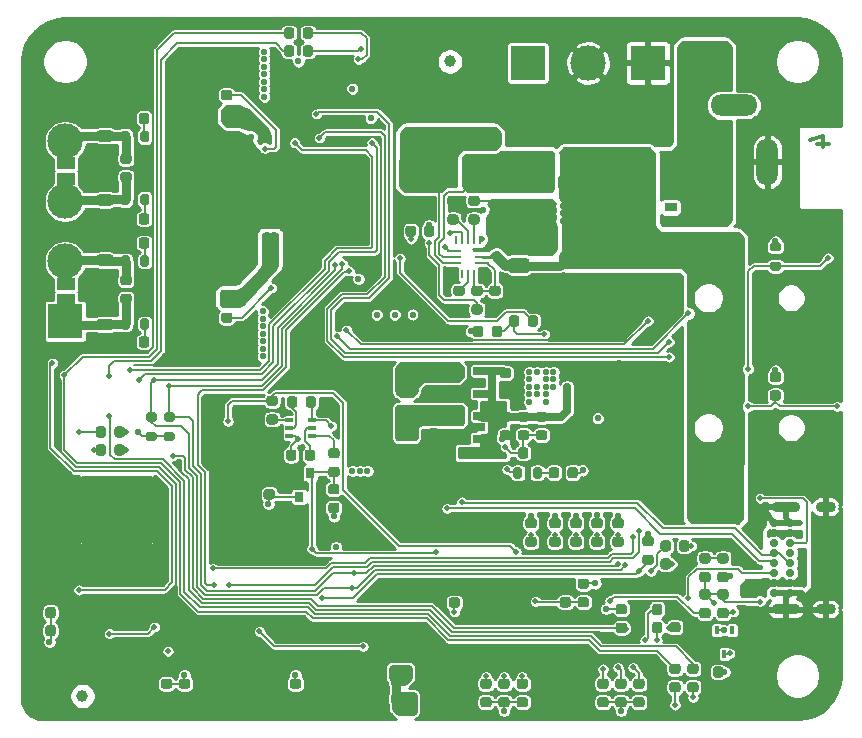
<source format=gbr>
G04 #@! TF.GenerationSoftware,KiCad,Pcbnew,(5.1.9)-1*
G04 #@! TF.CreationDate,2021-01-15T23:01:50+01:00*
G04 #@! TF.ProjectId,musical-box,6d757369-6361-46c2-9d62-6f782e6b6963,rev?*
G04 #@! TF.SameCoordinates,Original*
G04 #@! TF.FileFunction,Copper,L4,Bot*
G04 #@! TF.FilePolarity,Positive*
%FSLAX46Y46*%
G04 Gerber Fmt 4.6, Leading zero omitted, Abs format (unit mm)*
G04 Created by KiCad (PCBNEW (5.1.9)-1) date 2021-01-15 23:01:50*
%MOMM*%
%LPD*%
G01*
G04 APERTURE LIST*
G04 #@! TA.AperFunction,NonConductor*
%ADD10C,0.304800*%
G04 #@! TD*
G04 #@! TA.AperFunction,SMDPad,CuDef*
%ADD11R,9.000000X3.900000*%
G04 #@! TD*
G04 #@! TA.AperFunction,ComponentPad*
%ADD12C,0.600000*%
G04 #@! TD*
G04 #@! TA.AperFunction,ComponentPad*
%ADD13C,0.800000*%
G04 #@! TD*
G04 #@! TA.AperFunction,ComponentPad*
%ADD14C,3.000000*%
G04 #@! TD*
G04 #@! TA.AperFunction,ComponentPad*
%ADD15R,3.000000X3.000000*%
G04 #@! TD*
G04 #@! TA.AperFunction,ComponentPad*
%ADD16O,1.700000X0.900000*%
G04 #@! TD*
G04 #@! TA.AperFunction,ComponentPad*
%ADD17O,2.400000X0.900000*%
G04 #@! TD*
G04 #@! TA.AperFunction,ComponentPad*
%ADD18C,0.700000*%
G04 #@! TD*
G04 #@! TA.AperFunction,SMDPad,CuDef*
%ADD19R,0.450000X0.700000*%
G04 #@! TD*
G04 #@! TA.AperFunction,SMDPad,CuDef*
%ADD20R,4.530000X0.750000*%
G04 #@! TD*
G04 #@! TA.AperFunction,SMDPad,CuDef*
%ADD21R,0.905000X5.550000*%
G04 #@! TD*
G04 #@! TA.AperFunction,SMDPad,CuDef*
%ADD22R,4.055000X3.060000*%
G04 #@! TD*
G04 #@! TA.AperFunction,SMDPad,CuDef*
%ADD23R,1.000000X0.750000*%
G04 #@! TD*
G04 #@! TA.AperFunction,SMDPad,CuDef*
%ADD24R,1.500000X1.000000*%
G04 #@! TD*
G04 #@! TA.AperFunction,SMDPad,CuDef*
%ADD25R,0.800000X0.900000*%
G04 #@! TD*
G04 #@! TA.AperFunction,SMDPad,CuDef*
%ADD26R,1.060000X0.650000*%
G04 #@! TD*
G04 #@! TA.AperFunction,SMDPad,CuDef*
%ADD27R,0.250000X0.750000*%
G04 #@! TD*
G04 #@! TA.AperFunction,SMDPad,CuDef*
%ADD28R,1.300000X0.250000*%
G04 #@! TD*
G04 #@! TA.AperFunction,SMDPad,CuDef*
%ADD29R,0.650000X0.400000*%
G04 #@! TD*
G04 #@! TA.AperFunction,SMDPad,CuDef*
%ADD30C,1.000000*%
G04 #@! TD*
G04 #@! TA.AperFunction,SMDPad,CuDef*
%ADD31R,5.700000X1.600000*%
G04 #@! TD*
G04 #@! TA.AperFunction,ComponentPad*
%ADD32R,1.800000X4.400000*%
G04 #@! TD*
G04 #@! TA.AperFunction,ComponentPad*
%ADD33O,1.800000X4.000000*%
G04 #@! TD*
G04 #@! TA.AperFunction,ComponentPad*
%ADD34O,4.000000X1.800000*%
G04 #@! TD*
G04 #@! TA.AperFunction,ViaPad*
%ADD35C,0.560000*%
G04 #@! TD*
G04 #@! TA.AperFunction,ViaPad*
%ADD36C,0.460000*%
G04 #@! TD*
G04 #@! TA.AperFunction,Conductor*
%ADD37C,0.150000*%
G04 #@! TD*
G04 #@! TA.AperFunction,Conductor*
%ADD38C,0.200000*%
G04 #@! TD*
G04 #@! TA.AperFunction,Conductor*
%ADD39C,0.508000*%
G04 #@! TD*
G04 #@! TA.AperFunction,Conductor*
%ADD40C,0.254000*%
G04 #@! TD*
G04 #@! TA.AperFunction,Conductor*
%ADD41C,0.762000*%
G04 #@! TD*
G04 #@! TA.AperFunction,Conductor*
%ADD42C,0.700000*%
G04 #@! TD*
G04 #@! TA.AperFunction,Conductor*
%ADD43C,0.800000*%
G04 #@! TD*
G04 #@! TA.AperFunction,Conductor*
%ADD44C,0.100000*%
G04 #@! TD*
G04 APERTURE END LIST*
D10*
X417673428Y-135990285D02*
X418689428Y-135990285D01*
X417092857Y-135627428D02*
X418181428Y-135264571D01*
X418181428Y-136208000D01*
D11*
X375215800Y-141196500D03*
D12*
X379115800Y-141196500D03*
X379115800Y-142496500D03*
X379115800Y-139896500D03*
X377815800Y-141196500D03*
X377815800Y-142496500D03*
X377815800Y-139896500D03*
X376515800Y-141196500D03*
X376515800Y-142496500D03*
X376515800Y-139896500D03*
X375215800Y-141196500D03*
X375215800Y-142496500D03*
X375215800Y-139896500D03*
X373915800Y-141196500D03*
X373915800Y-142496500D03*
X373915800Y-139896500D03*
X372615800Y-141196500D03*
X372615800Y-142496500D03*
X372615800Y-139896500D03*
X371315800Y-142496500D03*
X371315800Y-141196500D03*
X371315800Y-139896500D03*
D13*
X357567000Y-166304000D03*
X360167000Y-166304000D03*
X358867000Y-166304000D03*
X356267000Y-166304000D03*
X358867000Y-165004000D03*
X357567000Y-165004000D03*
X360167000Y-165004000D03*
X356267000Y-165004000D03*
X357567000Y-167604000D03*
X360167000Y-167604000D03*
X358867000Y-167604000D03*
X356267000Y-167604000D03*
X360167000Y-168904000D03*
X358867000Y-168904000D03*
X357567000Y-168904000D03*
X356267000Y-168904000D03*
D14*
X398260000Y-129120000D03*
D15*
X393180000Y-129120000D03*
G04 #@! TA.AperFunction,SMDPad,CuDef*
G36*
G01*
X392715000Y-163555000D02*
X392715000Y-164105000D01*
G75*
G02*
X392515000Y-164305000I-200000J0D01*
G01*
X392115000Y-164305000D01*
G75*
G02*
X391915000Y-164105000I0J200000D01*
G01*
X391915000Y-163555000D01*
G75*
G02*
X392115000Y-163355000I200000J0D01*
G01*
X392515000Y-163355000D01*
G75*
G02*
X392715000Y-163555000I0J-200000D01*
G01*
G37*
G04 #@! TD.AperFunction*
G04 #@! TA.AperFunction,SMDPad,CuDef*
G36*
G01*
X394365000Y-163555000D02*
X394365000Y-164105000D01*
G75*
G02*
X394165000Y-164305000I-200000J0D01*
G01*
X393765000Y-164305000D01*
G75*
G02*
X393565000Y-164105000I0J200000D01*
G01*
X393565000Y-163555000D01*
G75*
G02*
X393765000Y-163355000I200000J0D01*
G01*
X394165000Y-163355000D01*
G75*
G02*
X394365000Y-163555000I0J-200000D01*
G01*
G37*
G04 #@! TD.AperFunction*
G04 #@! TA.AperFunction,SMDPad,CuDef*
G36*
G01*
X414410000Y-145078000D02*
X413860000Y-145078000D01*
G75*
G02*
X413660000Y-144878000I0J200000D01*
G01*
X413660000Y-144478000D01*
G75*
G02*
X413860000Y-144278000I200000J0D01*
G01*
X414410000Y-144278000D01*
G75*
G02*
X414610000Y-144478000I0J-200000D01*
G01*
X414610000Y-144878000D01*
G75*
G02*
X414410000Y-145078000I-200000J0D01*
G01*
G37*
G04 #@! TD.AperFunction*
G04 #@! TA.AperFunction,SMDPad,CuDef*
G36*
G01*
X414410000Y-146728000D02*
X413860000Y-146728000D01*
G75*
G02*
X413660000Y-146528000I0J200000D01*
G01*
X413660000Y-146128000D01*
G75*
G02*
X413860000Y-145928000I200000J0D01*
G01*
X414410000Y-145928000D01*
G75*
G02*
X414610000Y-146128000I0J-200000D01*
G01*
X414610000Y-146528000D01*
G75*
G02*
X414410000Y-146728000I-200000J0D01*
G01*
G37*
G04 #@! TD.AperFunction*
G04 #@! TA.AperFunction,SMDPad,CuDef*
G36*
G01*
X405882250Y-180840000D02*
X405369750Y-180840000D01*
G75*
G02*
X405151000Y-180621250I0J218750D01*
G01*
X405151000Y-180183750D01*
G75*
G02*
X405369750Y-179965000I218750J0D01*
G01*
X405882250Y-179965000D01*
G75*
G02*
X406101000Y-180183750I0J-218750D01*
G01*
X406101000Y-180621250D01*
G75*
G02*
X405882250Y-180840000I-218750J0D01*
G01*
G37*
G04 #@! TD.AperFunction*
G04 #@! TA.AperFunction,SMDPad,CuDef*
G36*
G01*
X405882250Y-182415000D02*
X405369750Y-182415000D01*
G75*
G02*
X405151000Y-182196250I0J218750D01*
G01*
X405151000Y-181758750D01*
G75*
G02*
X405369750Y-181540000I218750J0D01*
G01*
X405882250Y-181540000D01*
G75*
G02*
X406101000Y-181758750I0J-218750D01*
G01*
X406101000Y-182196250D01*
G75*
G02*
X405882250Y-182415000I-218750J0D01*
G01*
G37*
G04 #@! TD.AperFunction*
D16*
X418380000Y-166700000D03*
X418380000Y-175350000D03*
D17*
X415000000Y-166700000D03*
X415000000Y-175350000D03*
D18*
X415370000Y-170600000D03*
X415370000Y-168050000D03*
X415370000Y-168900000D03*
X415370000Y-169750000D03*
X415370000Y-174000000D03*
X415370000Y-172300000D03*
X415370000Y-171450000D03*
X415370000Y-173150000D03*
X414020000Y-168050000D03*
X414020000Y-168900000D03*
X414020000Y-169750000D03*
X414020000Y-170600000D03*
X414020000Y-171450000D03*
X414020000Y-172300000D03*
X414020000Y-173150000D03*
X414020000Y-174000000D03*
D14*
X354000000Y-135760000D03*
D15*
X354000000Y-151000000D03*
D14*
X354000000Y-140840000D03*
X354000000Y-145920000D03*
D19*
X409817000Y-179141000D03*
X410467000Y-177141000D03*
X409167000Y-177141000D03*
G04 #@! TA.AperFunction,SMDPad,CuDef*
G36*
G01*
X380892000Y-182711750D02*
X380892000Y-183224250D01*
G75*
G02*
X380673250Y-183443000I-218750J0D01*
G01*
X380235750Y-183443000D01*
G75*
G02*
X380017000Y-183224250I0J218750D01*
G01*
X380017000Y-182711750D01*
G75*
G02*
X380235750Y-182493000I218750J0D01*
G01*
X380673250Y-182493000D01*
G75*
G02*
X380892000Y-182711750I0J-218750D01*
G01*
G37*
G04 #@! TD.AperFunction*
G04 #@! TA.AperFunction,SMDPad,CuDef*
G36*
G01*
X382467000Y-182711750D02*
X382467000Y-183224250D01*
G75*
G02*
X382248250Y-183443000I-218750J0D01*
G01*
X381810750Y-183443000D01*
G75*
G02*
X381592000Y-183224250I0J218750D01*
G01*
X381592000Y-182711750D01*
G75*
G02*
X381810750Y-182493000I218750J0D01*
G01*
X382248250Y-182493000D01*
G75*
G02*
X382467000Y-182711750I0J-218750D01*
G01*
G37*
G04 #@! TD.AperFunction*
G04 #@! TA.AperFunction,SMDPad,CuDef*
G36*
G01*
X380892000Y-181187750D02*
X380892000Y-181700250D01*
G75*
G02*
X380673250Y-181919000I-218750J0D01*
G01*
X380235750Y-181919000D01*
G75*
G02*
X380017000Y-181700250I0J218750D01*
G01*
X380017000Y-181187750D01*
G75*
G02*
X380235750Y-180969000I218750J0D01*
G01*
X380673250Y-180969000D01*
G75*
G02*
X380892000Y-181187750I0J-218750D01*
G01*
G37*
G04 #@! TD.AperFunction*
G04 #@! TA.AperFunction,SMDPad,CuDef*
G36*
G01*
X382467000Y-181187750D02*
X382467000Y-181700250D01*
G75*
G02*
X382248250Y-181919000I-218750J0D01*
G01*
X381810750Y-181919000D01*
G75*
G02*
X381592000Y-181700250I0J218750D01*
G01*
X381592000Y-181187750D01*
G75*
G02*
X381810750Y-180969000I218750J0D01*
G01*
X382248250Y-180969000D01*
G75*
G02*
X382467000Y-181187750I0J-218750D01*
G01*
G37*
G04 #@! TD.AperFunction*
G04 #@! TA.AperFunction,SMDPad,CuDef*
G36*
G01*
X387206250Y-173667000D02*
X386693750Y-173667000D01*
G75*
G02*
X386475000Y-173448250I0J218750D01*
G01*
X386475000Y-173010750D01*
G75*
G02*
X386693750Y-172792000I218750J0D01*
G01*
X387206250Y-172792000D01*
G75*
G02*
X387425000Y-173010750I0J-218750D01*
G01*
X387425000Y-173448250D01*
G75*
G02*
X387206250Y-173667000I-218750J0D01*
G01*
G37*
G04 #@! TD.AperFunction*
G04 #@! TA.AperFunction,SMDPad,CuDef*
G36*
G01*
X387206250Y-175242000D02*
X386693750Y-175242000D01*
G75*
G02*
X386475000Y-175023250I0J218750D01*
G01*
X386475000Y-174585750D01*
G75*
G02*
X386693750Y-174367000I218750J0D01*
G01*
X387206250Y-174367000D01*
G75*
G02*
X387425000Y-174585750I0J-218750D01*
G01*
X387425000Y-175023250D01*
G75*
G02*
X387206250Y-175242000I-218750J0D01*
G01*
G37*
G04 #@! TD.AperFunction*
G04 #@! TA.AperFunction,SMDPad,CuDef*
G36*
G01*
X362316750Y-182810000D02*
X362829250Y-182810000D01*
G75*
G02*
X363048000Y-183028750I0J-218750D01*
G01*
X363048000Y-183466250D01*
G75*
G02*
X362829250Y-183685000I-218750J0D01*
G01*
X362316750Y-183685000D01*
G75*
G02*
X362098000Y-183466250I0J218750D01*
G01*
X362098000Y-183028750D01*
G75*
G02*
X362316750Y-182810000I218750J0D01*
G01*
G37*
G04 #@! TD.AperFunction*
G04 #@! TA.AperFunction,SMDPad,CuDef*
G36*
G01*
X362316750Y-181235000D02*
X362829250Y-181235000D01*
G75*
G02*
X363048000Y-181453750I0J-218750D01*
G01*
X363048000Y-181891250D01*
G75*
G02*
X362829250Y-182110000I-218750J0D01*
G01*
X362316750Y-182110000D01*
G75*
G02*
X362098000Y-181891250I0J218750D01*
G01*
X362098000Y-181453750D01*
G75*
G02*
X362316750Y-181235000I218750J0D01*
G01*
G37*
G04 #@! TD.AperFunction*
G04 #@! TA.AperFunction,SMDPad,CuDef*
G36*
G01*
X402834250Y-182110000D02*
X402321750Y-182110000D01*
G75*
G02*
X402103000Y-181891250I0J218750D01*
G01*
X402103000Y-181453750D01*
G75*
G02*
X402321750Y-181235000I218750J0D01*
G01*
X402834250Y-181235000D01*
G75*
G02*
X403053000Y-181453750I0J-218750D01*
G01*
X403053000Y-181891250D01*
G75*
G02*
X402834250Y-182110000I-218750J0D01*
G01*
G37*
G04 #@! TD.AperFunction*
G04 #@! TA.AperFunction,SMDPad,CuDef*
G36*
G01*
X402834250Y-183685000D02*
X402321750Y-183685000D01*
G75*
G02*
X402103000Y-183466250I0J218750D01*
G01*
X402103000Y-183028750D01*
G75*
G02*
X402321750Y-182810000I218750J0D01*
G01*
X402834250Y-182810000D01*
G75*
G02*
X403053000Y-183028750I0J-218750D01*
G01*
X403053000Y-183466250D01*
G75*
G02*
X402834250Y-183685000I-218750J0D01*
G01*
G37*
G04 #@! TD.AperFunction*
G04 #@! TA.AperFunction,SMDPad,CuDef*
G36*
G01*
X414391250Y-156138500D02*
X413878750Y-156138500D01*
G75*
G02*
X413660000Y-155919750I0J218750D01*
G01*
X413660000Y-155482250D01*
G75*
G02*
X413878750Y-155263500I218750J0D01*
G01*
X414391250Y-155263500D01*
G75*
G02*
X414610000Y-155482250I0J-218750D01*
G01*
X414610000Y-155919750D01*
G75*
G02*
X414391250Y-156138500I-218750J0D01*
G01*
G37*
G04 #@! TD.AperFunction*
G04 #@! TA.AperFunction,SMDPad,CuDef*
G36*
G01*
X414391250Y-157713500D02*
X413878750Y-157713500D01*
G75*
G02*
X413660000Y-157494750I0J218750D01*
G01*
X413660000Y-157057250D01*
G75*
G02*
X413878750Y-156838500I218750J0D01*
G01*
X414391250Y-156838500D01*
G75*
G02*
X414610000Y-157057250I0J-218750D01*
G01*
X414610000Y-157494750D01*
G75*
G02*
X414391250Y-157713500I-218750J0D01*
G01*
G37*
G04 #@! TD.AperFunction*
D20*
X401528000Y-137541000D03*
X401528000Y-141351000D03*
D21*
X402915500Y-139446000D03*
D22*
X401765500Y-139446000D03*
D23*
X405258000Y-137541000D03*
X405258000Y-141351000D03*
X405258000Y-138811000D03*
X405258000Y-140081000D03*
G04 #@! TA.AperFunction,SMDPad,CuDef*
G36*
G01*
X371013000Y-165186000D02*
X371513000Y-165186000D01*
G75*
G02*
X371738000Y-165411000I0J-225000D01*
G01*
X371738000Y-165861000D01*
G75*
G02*
X371513000Y-166086000I-225000J0D01*
G01*
X371013000Y-166086000D01*
G75*
G02*
X370788000Y-165861000I0J225000D01*
G01*
X370788000Y-165411000D01*
G75*
G02*
X371013000Y-165186000I225000J0D01*
G01*
G37*
G04 #@! TD.AperFunction*
G04 #@! TA.AperFunction,SMDPad,CuDef*
G36*
G01*
X371013000Y-163636000D02*
X371513000Y-163636000D01*
G75*
G02*
X371738000Y-163861000I0J-225000D01*
G01*
X371738000Y-164311000D01*
G75*
G02*
X371513000Y-164536000I-225000J0D01*
G01*
X371013000Y-164536000D01*
G75*
G02*
X370788000Y-164311000I0J225000D01*
G01*
X370788000Y-163861000D01*
G75*
G02*
X371013000Y-163636000I225000J0D01*
G01*
G37*
G04 #@! TD.AperFunction*
G04 #@! TA.AperFunction,SMDPad,CuDef*
G36*
G01*
X396590000Y-173680000D02*
X396090000Y-173680000D01*
G75*
G02*
X395865000Y-173455000I0J225000D01*
G01*
X395865000Y-173005000D01*
G75*
G02*
X396090000Y-172780000I225000J0D01*
G01*
X396590000Y-172780000D01*
G75*
G02*
X396815000Y-173005000I0J-225000D01*
G01*
X396815000Y-173455000D01*
G75*
G02*
X396590000Y-173680000I-225000J0D01*
G01*
G37*
G04 #@! TD.AperFunction*
G04 #@! TA.AperFunction,SMDPad,CuDef*
G36*
G01*
X396590000Y-175230000D02*
X396090000Y-175230000D01*
G75*
G02*
X395865000Y-175005000I0J225000D01*
G01*
X395865000Y-174555000D01*
G75*
G02*
X396090000Y-174330000I225000J0D01*
G01*
X396590000Y-174330000D01*
G75*
G02*
X396815000Y-174555000I0J-225000D01*
G01*
X396815000Y-175005000D01*
G75*
G02*
X396590000Y-175230000I-225000J0D01*
G01*
G37*
G04 #@! TD.AperFunction*
G04 #@! TA.AperFunction,SMDPad,CuDef*
G36*
G01*
X358163000Y-160618250D02*
X358163000Y-160105750D01*
G75*
G02*
X358381750Y-159887000I218750J0D01*
G01*
X358819250Y-159887000D01*
G75*
G02*
X359038000Y-160105750I0J-218750D01*
G01*
X359038000Y-160618250D01*
G75*
G02*
X358819250Y-160837000I-218750J0D01*
G01*
X358381750Y-160837000D01*
G75*
G02*
X358163000Y-160618250I0J218750D01*
G01*
G37*
G04 #@! TD.AperFunction*
G04 #@! TA.AperFunction,SMDPad,CuDef*
G36*
G01*
X356588000Y-160618250D02*
X356588000Y-160105750D01*
G75*
G02*
X356806750Y-159887000I218750J0D01*
G01*
X357244250Y-159887000D01*
G75*
G02*
X357463000Y-160105750I0J-218750D01*
G01*
X357463000Y-160618250D01*
G75*
G02*
X357244250Y-160837000I-218750J0D01*
G01*
X356806750Y-160837000D01*
G75*
G02*
X356588000Y-160618250I0J218750D01*
G01*
G37*
G04 #@! TD.AperFunction*
G04 #@! TA.AperFunction,SMDPad,CuDef*
G36*
G01*
X361018500Y-160333000D02*
X361568500Y-160333000D01*
G75*
G02*
X361768500Y-160533000I0J-200000D01*
G01*
X361768500Y-160933000D01*
G75*
G02*
X361568500Y-161133000I-200000J0D01*
G01*
X361018500Y-161133000D01*
G75*
G02*
X360818500Y-160933000I0J200000D01*
G01*
X360818500Y-160533000D01*
G75*
G02*
X361018500Y-160333000I200000J0D01*
G01*
G37*
G04 #@! TD.AperFunction*
G04 #@! TA.AperFunction,SMDPad,CuDef*
G36*
G01*
X361018500Y-158683000D02*
X361568500Y-158683000D01*
G75*
G02*
X361768500Y-158883000I0J-200000D01*
G01*
X361768500Y-159283000D01*
G75*
G02*
X361568500Y-159483000I-200000J0D01*
G01*
X361018500Y-159483000D01*
G75*
G02*
X360818500Y-159283000I0J200000D01*
G01*
X360818500Y-158883000D01*
G75*
G02*
X361018500Y-158683000I200000J0D01*
G01*
G37*
G04 #@! TD.AperFunction*
G04 #@! TA.AperFunction,SMDPad,CuDef*
G36*
G01*
X362542500Y-160333000D02*
X363092500Y-160333000D01*
G75*
G02*
X363292500Y-160533000I0J-200000D01*
G01*
X363292500Y-160933000D01*
G75*
G02*
X363092500Y-161133000I-200000J0D01*
G01*
X362542500Y-161133000D01*
G75*
G02*
X362342500Y-160933000I0J200000D01*
G01*
X362342500Y-160533000D01*
G75*
G02*
X362542500Y-160333000I200000J0D01*
G01*
G37*
G04 #@! TD.AperFunction*
G04 #@! TA.AperFunction,SMDPad,CuDef*
G36*
G01*
X362542500Y-158683000D02*
X363092500Y-158683000D01*
G75*
G02*
X363292500Y-158883000I0J-200000D01*
G01*
X363292500Y-159283000D01*
G75*
G02*
X363092500Y-159483000I-200000J0D01*
G01*
X362542500Y-159483000D01*
G75*
G02*
X362342500Y-159283000I0J200000D01*
G01*
X362342500Y-158883000D01*
G75*
G02*
X362542500Y-158683000I200000J0D01*
G01*
G37*
G04 #@! TD.AperFunction*
D24*
X354064000Y-138914000D03*
X354064000Y-137614000D03*
X354064000Y-149168000D03*
X354064000Y-147868000D03*
G04 #@! TA.AperFunction,SMDPad,CuDef*
G36*
G01*
X359481000Y-135068000D02*
X359481000Y-135618000D01*
G75*
G02*
X359281000Y-135818000I-200000J0D01*
G01*
X358881000Y-135818000D01*
G75*
G02*
X358681000Y-135618000I0J200000D01*
G01*
X358681000Y-135068000D01*
G75*
G02*
X358881000Y-134868000I200000J0D01*
G01*
X359281000Y-134868000D01*
G75*
G02*
X359481000Y-135068000I0J-200000D01*
G01*
G37*
G04 #@! TD.AperFunction*
G04 #@! TA.AperFunction,SMDPad,CuDef*
G36*
G01*
X361131000Y-135068000D02*
X361131000Y-135618000D01*
G75*
G02*
X360931000Y-135818000I-200000J0D01*
G01*
X360531000Y-135818000D01*
G75*
G02*
X360331000Y-135618000I0J200000D01*
G01*
X360331000Y-135068000D01*
G75*
G02*
X360531000Y-134868000I200000J0D01*
G01*
X360931000Y-134868000D01*
G75*
G02*
X361131000Y-135068000I0J-200000D01*
G01*
G37*
G04 #@! TD.AperFunction*
G04 #@! TA.AperFunction,SMDPad,CuDef*
G36*
G01*
X359481000Y-140402000D02*
X359481000Y-140952000D01*
G75*
G02*
X359281000Y-141152000I-200000J0D01*
G01*
X358881000Y-141152000D01*
G75*
G02*
X358681000Y-140952000I0J200000D01*
G01*
X358681000Y-140402000D01*
G75*
G02*
X358881000Y-140202000I200000J0D01*
G01*
X359281000Y-140202000D01*
G75*
G02*
X359481000Y-140402000I0J-200000D01*
G01*
G37*
G04 #@! TD.AperFunction*
G04 #@! TA.AperFunction,SMDPad,CuDef*
G36*
G01*
X361131000Y-140402000D02*
X361131000Y-140952000D01*
G75*
G02*
X360931000Y-141152000I-200000J0D01*
G01*
X360531000Y-141152000D01*
G75*
G02*
X360331000Y-140952000I0J200000D01*
G01*
X360331000Y-140402000D01*
G75*
G02*
X360531000Y-140202000I200000J0D01*
G01*
X360931000Y-140202000D01*
G75*
G02*
X361131000Y-140402000I0J-200000D01*
G01*
G37*
G04 #@! TD.AperFunction*
G04 #@! TA.AperFunction,SMDPad,CuDef*
G36*
G01*
X359481000Y-145609000D02*
X359481000Y-146159000D01*
G75*
G02*
X359281000Y-146359000I-200000J0D01*
G01*
X358881000Y-146359000D01*
G75*
G02*
X358681000Y-146159000I0J200000D01*
G01*
X358681000Y-145609000D01*
G75*
G02*
X358881000Y-145409000I200000J0D01*
G01*
X359281000Y-145409000D01*
G75*
G02*
X359481000Y-145609000I0J-200000D01*
G01*
G37*
G04 #@! TD.AperFunction*
G04 #@! TA.AperFunction,SMDPad,CuDef*
G36*
G01*
X361131000Y-145609000D02*
X361131000Y-146159000D01*
G75*
G02*
X360931000Y-146359000I-200000J0D01*
G01*
X360531000Y-146359000D01*
G75*
G02*
X360331000Y-146159000I0J200000D01*
G01*
X360331000Y-145609000D01*
G75*
G02*
X360531000Y-145409000I200000J0D01*
G01*
X360931000Y-145409000D01*
G75*
G02*
X361131000Y-145609000I0J-200000D01*
G01*
G37*
G04 #@! TD.AperFunction*
G04 #@! TA.AperFunction,SMDPad,CuDef*
G36*
G01*
X359481000Y-150943000D02*
X359481000Y-151493000D01*
G75*
G02*
X359281000Y-151693000I-200000J0D01*
G01*
X358881000Y-151693000D01*
G75*
G02*
X358681000Y-151493000I0J200000D01*
G01*
X358681000Y-150943000D01*
G75*
G02*
X358881000Y-150743000I200000J0D01*
G01*
X359281000Y-150743000D01*
G75*
G02*
X359481000Y-150943000I0J-200000D01*
G01*
G37*
G04 #@! TD.AperFunction*
G04 #@! TA.AperFunction,SMDPad,CuDef*
G36*
G01*
X361131000Y-150943000D02*
X361131000Y-151493000D01*
G75*
G02*
X360931000Y-151693000I-200000J0D01*
G01*
X360531000Y-151693000D01*
G75*
G02*
X360331000Y-151493000I0J200000D01*
G01*
X360331000Y-150943000D01*
G75*
G02*
X360531000Y-150743000I200000J0D01*
G01*
X360931000Y-150743000D01*
G75*
G02*
X361131000Y-150943000I0J-200000D01*
G01*
G37*
G04 #@! TD.AperFunction*
G04 #@! TA.AperFunction,SMDPad,CuDef*
G36*
G01*
X359581000Y-133569000D02*
X359581000Y-134069000D01*
G75*
G02*
X359356000Y-134294000I-225000J0D01*
G01*
X358906000Y-134294000D01*
G75*
G02*
X358681000Y-134069000I0J225000D01*
G01*
X358681000Y-133569000D01*
G75*
G02*
X358906000Y-133344000I225000J0D01*
G01*
X359356000Y-133344000D01*
G75*
G02*
X359581000Y-133569000I0J-225000D01*
G01*
G37*
G04 #@! TD.AperFunction*
G04 #@! TA.AperFunction,SMDPad,CuDef*
G36*
G01*
X361131000Y-133569000D02*
X361131000Y-134069000D01*
G75*
G02*
X360906000Y-134294000I-225000J0D01*
G01*
X360456000Y-134294000D01*
G75*
G02*
X360231000Y-134069000I0J225000D01*
G01*
X360231000Y-133569000D01*
G75*
G02*
X360456000Y-133344000I225000J0D01*
G01*
X360906000Y-133344000D01*
G75*
G02*
X361131000Y-133569000I0J-225000D01*
G01*
G37*
G04 #@! TD.AperFunction*
G04 #@! TA.AperFunction,SMDPad,CuDef*
G36*
G01*
X359581000Y-142078000D02*
X359581000Y-142578000D01*
G75*
G02*
X359356000Y-142803000I-225000J0D01*
G01*
X358906000Y-142803000D01*
G75*
G02*
X358681000Y-142578000I0J225000D01*
G01*
X358681000Y-142078000D01*
G75*
G02*
X358906000Y-141853000I225000J0D01*
G01*
X359356000Y-141853000D01*
G75*
G02*
X359581000Y-142078000I0J-225000D01*
G01*
G37*
G04 #@! TD.AperFunction*
G04 #@! TA.AperFunction,SMDPad,CuDef*
G36*
G01*
X361131000Y-142078000D02*
X361131000Y-142578000D01*
G75*
G02*
X360906000Y-142803000I-225000J0D01*
G01*
X360456000Y-142803000D01*
G75*
G02*
X360231000Y-142578000I0J225000D01*
G01*
X360231000Y-142078000D01*
G75*
G02*
X360456000Y-141853000I225000J0D01*
G01*
X360906000Y-141853000D01*
G75*
G02*
X361131000Y-142078000I0J-225000D01*
G01*
G37*
G04 #@! TD.AperFunction*
G04 #@! TA.AperFunction,SMDPad,CuDef*
G36*
G01*
X359581000Y-144110000D02*
X359581000Y-144610000D01*
G75*
G02*
X359356000Y-144835000I-225000J0D01*
G01*
X358906000Y-144835000D01*
G75*
G02*
X358681000Y-144610000I0J225000D01*
G01*
X358681000Y-144110000D01*
G75*
G02*
X358906000Y-143885000I225000J0D01*
G01*
X359356000Y-143885000D01*
G75*
G02*
X359581000Y-144110000I0J-225000D01*
G01*
G37*
G04 #@! TD.AperFunction*
G04 #@! TA.AperFunction,SMDPad,CuDef*
G36*
G01*
X361131000Y-144110000D02*
X361131000Y-144610000D01*
G75*
G02*
X360906000Y-144835000I-225000J0D01*
G01*
X360456000Y-144835000D01*
G75*
G02*
X360231000Y-144610000I0J225000D01*
G01*
X360231000Y-144110000D01*
G75*
G02*
X360456000Y-143885000I225000J0D01*
G01*
X360906000Y-143885000D01*
G75*
G02*
X361131000Y-144110000I0J-225000D01*
G01*
G37*
G04 #@! TD.AperFunction*
G04 #@! TA.AperFunction,SMDPad,CuDef*
G36*
G01*
X359581000Y-152492000D02*
X359581000Y-152992000D01*
G75*
G02*
X359356000Y-153217000I-225000J0D01*
G01*
X358906000Y-153217000D01*
G75*
G02*
X358681000Y-152992000I0J225000D01*
G01*
X358681000Y-152492000D01*
G75*
G02*
X358906000Y-152267000I225000J0D01*
G01*
X359356000Y-152267000D01*
G75*
G02*
X359581000Y-152492000I0J-225000D01*
G01*
G37*
G04 #@! TD.AperFunction*
G04 #@! TA.AperFunction,SMDPad,CuDef*
G36*
G01*
X361131000Y-152492000D02*
X361131000Y-152992000D01*
G75*
G02*
X360906000Y-153217000I-225000J0D01*
G01*
X360456000Y-153217000D01*
G75*
G02*
X360231000Y-152992000I0J225000D01*
G01*
X360231000Y-152492000D01*
G75*
G02*
X360456000Y-152267000I225000J0D01*
G01*
X360906000Y-152267000D01*
G75*
G02*
X361131000Y-152492000I0J-225000D01*
G01*
G37*
G04 #@! TD.AperFunction*
G04 #@! TA.AperFunction,SMDPad,CuDef*
G36*
G01*
X398128250Y-173641500D02*
X397615750Y-173641500D01*
G75*
G02*
X397397000Y-173422750I0J218750D01*
G01*
X397397000Y-172985250D01*
G75*
G02*
X397615750Y-172766500I218750J0D01*
G01*
X398128250Y-172766500D01*
G75*
G02*
X398347000Y-172985250I0J-218750D01*
G01*
X398347000Y-173422750D01*
G75*
G02*
X398128250Y-173641500I-218750J0D01*
G01*
G37*
G04 #@! TD.AperFunction*
G04 #@! TA.AperFunction,SMDPad,CuDef*
G36*
G01*
X398128250Y-175216500D02*
X397615750Y-175216500D01*
G75*
G02*
X397397000Y-174997750I0J218750D01*
G01*
X397397000Y-174560250D01*
G75*
G02*
X397615750Y-174341500I218750J0D01*
G01*
X398128250Y-174341500D01*
G75*
G02*
X398347000Y-174560250I0J-218750D01*
G01*
X398347000Y-174997750D01*
G75*
G02*
X398128250Y-175216500I-218750J0D01*
G01*
G37*
G04 #@! TD.AperFunction*
D25*
X373803000Y-165861000D03*
X374753000Y-163861000D03*
X372853000Y-163861000D03*
D26*
X386873000Y-159017000D03*
X386873000Y-160917000D03*
X389073000Y-160917000D03*
X389073000Y-159967000D03*
X389073000Y-159017000D03*
X386873000Y-155207000D03*
X386873000Y-157107000D03*
X389073000Y-157107000D03*
X389073000Y-156157000D03*
X389073000Y-155207000D03*
D27*
X389104000Y-144074000D03*
X388608000Y-144074000D03*
X388104000Y-144074000D03*
X387604000Y-144074000D03*
X387084000Y-144074000D03*
D28*
X386950000Y-145020000D03*
X386950000Y-145520000D03*
X386950000Y-146020000D03*
D27*
X387096000Y-146974000D03*
X387596000Y-146974000D03*
X388096000Y-146974000D03*
X388596000Y-146974000D03*
X389116000Y-146974000D03*
D28*
X389250000Y-146028000D03*
X389250000Y-145528000D03*
X389250000Y-145028000D03*
G04 #@! TA.AperFunction,SMDPad,CuDef*
G36*
G01*
X373399000Y-127847750D02*
X373399000Y-128360250D01*
G75*
G02*
X373180250Y-128579000I-218750J0D01*
G01*
X372742750Y-128579000D01*
G75*
G02*
X372524000Y-128360250I0J218750D01*
G01*
X372524000Y-127847750D01*
G75*
G02*
X372742750Y-127629000I218750J0D01*
G01*
X373180250Y-127629000D01*
G75*
G02*
X373399000Y-127847750I0J-218750D01*
G01*
G37*
G04 #@! TD.AperFunction*
G04 #@! TA.AperFunction,SMDPad,CuDef*
G36*
G01*
X374974000Y-127847750D02*
X374974000Y-128360250D01*
G75*
G02*
X374755250Y-128579000I-218750J0D01*
G01*
X374317750Y-128579000D01*
G75*
G02*
X374099000Y-128360250I0J218750D01*
G01*
X374099000Y-127847750D01*
G75*
G02*
X374317750Y-127629000I218750J0D01*
G01*
X374755250Y-127629000D01*
G75*
G02*
X374974000Y-127847750I0J-218750D01*
G01*
G37*
G04 #@! TD.AperFunction*
G04 #@! TA.AperFunction,SMDPad,CuDef*
G36*
G01*
X373399000Y-126323750D02*
X373399000Y-126836250D01*
G75*
G02*
X373180250Y-127055000I-218750J0D01*
G01*
X372742750Y-127055000D01*
G75*
G02*
X372524000Y-126836250I0J218750D01*
G01*
X372524000Y-126323750D01*
G75*
G02*
X372742750Y-126105000I218750J0D01*
G01*
X373180250Y-126105000D01*
G75*
G02*
X373399000Y-126323750I0J-218750D01*
G01*
G37*
G04 #@! TD.AperFunction*
G04 #@! TA.AperFunction,SMDPad,CuDef*
G36*
G01*
X374974000Y-126323750D02*
X374974000Y-126836250D01*
G75*
G02*
X374755250Y-127055000I-218750J0D01*
G01*
X374317750Y-127055000D01*
G75*
G02*
X374099000Y-126836250I0J218750D01*
G01*
X374099000Y-126323750D01*
G75*
G02*
X374317750Y-126105000I218750J0D01*
G01*
X374755250Y-126105000D01*
G75*
G02*
X374974000Y-126323750I0J-218750D01*
G01*
G37*
G04 #@! TD.AperFunction*
G04 #@! TA.AperFunction,SMDPad,CuDef*
G36*
G01*
X407406250Y-180840000D02*
X406893750Y-180840000D01*
G75*
G02*
X406675000Y-180621250I0J218750D01*
G01*
X406675000Y-180183750D01*
G75*
G02*
X406893750Y-179965000I218750J0D01*
G01*
X407406250Y-179965000D01*
G75*
G02*
X407625000Y-180183750I0J-218750D01*
G01*
X407625000Y-180621250D01*
G75*
G02*
X407406250Y-180840000I-218750J0D01*
G01*
G37*
G04 #@! TD.AperFunction*
G04 #@! TA.AperFunction,SMDPad,CuDef*
G36*
G01*
X407406250Y-182415000D02*
X406893750Y-182415000D01*
G75*
G02*
X406675000Y-182196250I0J218750D01*
G01*
X406675000Y-181758750D01*
G75*
G02*
X406893750Y-181540000I218750J0D01*
G01*
X407406250Y-181540000D01*
G75*
G02*
X407625000Y-181758750I0J-218750D01*
G01*
X407625000Y-182196250D01*
G75*
G02*
X407406250Y-182415000I-218750J0D01*
G01*
G37*
G04 #@! TD.AperFunction*
G04 #@! TA.AperFunction,SMDPad,CuDef*
G36*
G01*
X399786250Y-182110000D02*
X399273750Y-182110000D01*
G75*
G02*
X399055000Y-181891250I0J218750D01*
G01*
X399055000Y-181453750D01*
G75*
G02*
X399273750Y-181235000I218750J0D01*
G01*
X399786250Y-181235000D01*
G75*
G02*
X400005000Y-181453750I0J-218750D01*
G01*
X400005000Y-181891250D01*
G75*
G02*
X399786250Y-182110000I-218750J0D01*
G01*
G37*
G04 #@! TD.AperFunction*
G04 #@! TA.AperFunction,SMDPad,CuDef*
G36*
G01*
X399786250Y-183685000D02*
X399273750Y-183685000D01*
G75*
G02*
X399055000Y-183466250I0J218750D01*
G01*
X399055000Y-183028750D01*
G75*
G02*
X399273750Y-182810000I218750J0D01*
G01*
X399786250Y-182810000D01*
G75*
G02*
X400005000Y-183028750I0J-218750D01*
G01*
X400005000Y-183466250D01*
G75*
G02*
X399786250Y-183685000I-218750J0D01*
G01*
G37*
G04 #@! TD.AperFunction*
G04 #@! TA.AperFunction,SMDPad,CuDef*
G36*
G01*
X401310250Y-182110000D02*
X400797750Y-182110000D01*
G75*
G02*
X400579000Y-181891250I0J218750D01*
G01*
X400579000Y-181453750D01*
G75*
G02*
X400797750Y-181235000I218750J0D01*
G01*
X401310250Y-181235000D01*
G75*
G02*
X401529000Y-181453750I0J-218750D01*
G01*
X401529000Y-181891250D01*
G75*
G02*
X401310250Y-182110000I-218750J0D01*
G01*
G37*
G04 #@! TD.AperFunction*
G04 #@! TA.AperFunction,SMDPad,CuDef*
G36*
G01*
X401310250Y-183685000D02*
X400797750Y-183685000D01*
G75*
G02*
X400579000Y-183466250I0J218750D01*
G01*
X400579000Y-183028750D01*
G75*
G02*
X400797750Y-182810000I218750J0D01*
G01*
X401310250Y-182810000D01*
G75*
G02*
X401529000Y-183028750I0J-218750D01*
G01*
X401529000Y-183466250D01*
G75*
G02*
X401310250Y-183685000I-218750J0D01*
G01*
G37*
G04 #@! TD.AperFunction*
G04 #@! TA.AperFunction,SMDPad,CuDef*
G36*
G01*
X389880250Y-182110000D02*
X389367750Y-182110000D01*
G75*
G02*
X389149000Y-181891250I0J218750D01*
G01*
X389149000Y-181453750D01*
G75*
G02*
X389367750Y-181235000I218750J0D01*
G01*
X389880250Y-181235000D01*
G75*
G02*
X390099000Y-181453750I0J-218750D01*
G01*
X390099000Y-181891250D01*
G75*
G02*
X389880250Y-182110000I-218750J0D01*
G01*
G37*
G04 #@! TD.AperFunction*
G04 #@! TA.AperFunction,SMDPad,CuDef*
G36*
G01*
X389880250Y-183685000D02*
X389367750Y-183685000D01*
G75*
G02*
X389149000Y-183466250I0J218750D01*
G01*
X389149000Y-183028750D01*
G75*
G02*
X389367750Y-182810000I218750J0D01*
G01*
X389880250Y-182810000D01*
G75*
G02*
X390099000Y-183028750I0J-218750D01*
G01*
X390099000Y-183466250D01*
G75*
G02*
X389880250Y-183685000I-218750J0D01*
G01*
G37*
G04 #@! TD.AperFunction*
G04 #@! TA.AperFunction,SMDPad,CuDef*
G36*
G01*
X391404250Y-182110000D02*
X390891750Y-182110000D01*
G75*
G02*
X390673000Y-181891250I0J218750D01*
G01*
X390673000Y-181453750D01*
G75*
G02*
X390891750Y-181235000I218750J0D01*
G01*
X391404250Y-181235000D01*
G75*
G02*
X391623000Y-181453750I0J-218750D01*
G01*
X391623000Y-181891250D01*
G75*
G02*
X391404250Y-182110000I-218750J0D01*
G01*
G37*
G04 #@! TD.AperFunction*
G04 #@! TA.AperFunction,SMDPad,CuDef*
G36*
G01*
X391404250Y-183685000D02*
X390891750Y-183685000D01*
G75*
G02*
X390673000Y-183466250I0J218750D01*
G01*
X390673000Y-183028750D01*
G75*
G02*
X390891750Y-182810000I218750J0D01*
G01*
X391404250Y-182810000D01*
G75*
G02*
X391623000Y-183028750I0J-218750D01*
G01*
X391623000Y-183466250D01*
G75*
G02*
X391404250Y-183685000I-218750J0D01*
G01*
G37*
G04 #@! TD.AperFunction*
G04 #@! TA.AperFunction,SMDPad,CuDef*
G36*
G01*
X392947250Y-182110000D02*
X392434750Y-182110000D01*
G75*
G02*
X392216000Y-181891250I0J218750D01*
G01*
X392216000Y-181453750D01*
G75*
G02*
X392434750Y-181235000I218750J0D01*
G01*
X392947250Y-181235000D01*
G75*
G02*
X393166000Y-181453750I0J-218750D01*
G01*
X393166000Y-181891250D01*
G75*
G02*
X392947250Y-182110000I-218750J0D01*
G01*
G37*
G04 #@! TD.AperFunction*
G04 #@! TA.AperFunction,SMDPad,CuDef*
G36*
G01*
X392947250Y-183685000D02*
X392434750Y-183685000D01*
G75*
G02*
X392216000Y-183466250I0J218750D01*
G01*
X392216000Y-183028750D01*
G75*
G02*
X392434750Y-182810000I218750J0D01*
G01*
X392947250Y-182810000D01*
G75*
G02*
X393166000Y-183028750I0J-218750D01*
G01*
X393166000Y-183466250D01*
G75*
G02*
X392947250Y-183685000I-218750J0D01*
G01*
G37*
G04 #@! TD.AperFunction*
G04 #@! TA.AperFunction,SMDPad,CuDef*
G36*
G01*
X371260750Y-158861000D02*
X371773250Y-158861000D01*
G75*
G02*
X371992000Y-159079750I0J-218750D01*
G01*
X371992000Y-159517250D01*
G75*
G02*
X371773250Y-159736000I-218750J0D01*
G01*
X371260750Y-159736000D01*
G75*
G02*
X371042000Y-159517250I0J218750D01*
G01*
X371042000Y-159079750D01*
G75*
G02*
X371260750Y-158861000I218750J0D01*
G01*
G37*
G04 #@! TD.AperFunction*
G04 #@! TA.AperFunction,SMDPad,CuDef*
G36*
G01*
X371260750Y-157286000D02*
X371773250Y-157286000D01*
G75*
G02*
X371992000Y-157504750I0J-218750D01*
G01*
X371992000Y-157942250D01*
G75*
G02*
X371773250Y-158161000I-218750J0D01*
G01*
X371260750Y-158161000D01*
G75*
G02*
X371042000Y-157942250I0J218750D01*
G01*
X371042000Y-157504750D01*
G75*
G02*
X371260750Y-157286000I218750J0D01*
G01*
G37*
G04 #@! TD.AperFunction*
G04 #@! TA.AperFunction,SMDPad,CuDef*
G36*
G01*
X373580000Y-162064750D02*
X373580000Y-162577250D01*
G75*
G02*
X373361250Y-162796000I-218750J0D01*
G01*
X372923750Y-162796000D01*
G75*
G02*
X372705000Y-162577250I0J218750D01*
G01*
X372705000Y-162064750D01*
G75*
G02*
X372923750Y-161846000I218750J0D01*
G01*
X373361250Y-161846000D01*
G75*
G02*
X373580000Y-162064750I0J-218750D01*
G01*
G37*
G04 #@! TD.AperFunction*
G04 #@! TA.AperFunction,SMDPad,CuDef*
G36*
G01*
X375155000Y-162064750D02*
X375155000Y-162577250D01*
G75*
G02*
X374936250Y-162796000I-218750J0D01*
G01*
X374498750Y-162796000D01*
G75*
G02*
X374280000Y-162577250I0J218750D01*
G01*
X374280000Y-162064750D01*
G75*
G02*
X374498750Y-161846000I218750J0D01*
G01*
X374936250Y-161846000D01*
G75*
G02*
X375155000Y-162064750I0J-218750D01*
G01*
G37*
G04 #@! TD.AperFunction*
G04 #@! TA.AperFunction,SMDPad,CuDef*
G36*
G01*
X374353000Y-158078250D02*
X374353000Y-157565750D01*
G75*
G02*
X374571750Y-157347000I218750J0D01*
G01*
X375009250Y-157347000D01*
G75*
G02*
X375228000Y-157565750I0J-218750D01*
G01*
X375228000Y-158078250D01*
G75*
G02*
X375009250Y-158297000I-218750J0D01*
G01*
X374571750Y-158297000D01*
G75*
G02*
X374353000Y-158078250I0J218750D01*
G01*
G37*
G04 #@! TD.AperFunction*
G04 #@! TA.AperFunction,SMDPad,CuDef*
G36*
G01*
X372778000Y-158078250D02*
X372778000Y-157565750D01*
G75*
G02*
X372996750Y-157347000I218750J0D01*
G01*
X373434250Y-157347000D01*
G75*
G02*
X373653000Y-157565750I0J-218750D01*
G01*
X373653000Y-158078250D01*
G75*
G02*
X373434250Y-158297000I-218750J0D01*
G01*
X372996750Y-158297000D01*
G75*
G02*
X372778000Y-158078250I0J218750D01*
G01*
G37*
G04 #@! TD.AperFunction*
G04 #@! TA.AperFunction,SMDPad,CuDef*
G36*
G01*
X376498750Y-163306000D02*
X377011250Y-163306000D01*
G75*
G02*
X377230000Y-163524750I0J-218750D01*
G01*
X377230000Y-163962250D01*
G75*
G02*
X377011250Y-164181000I-218750J0D01*
G01*
X376498750Y-164181000D01*
G75*
G02*
X376280000Y-163962250I0J218750D01*
G01*
X376280000Y-163524750D01*
G75*
G02*
X376498750Y-163306000I218750J0D01*
G01*
G37*
G04 #@! TD.AperFunction*
G04 #@! TA.AperFunction,SMDPad,CuDef*
G36*
G01*
X376498750Y-161731000D02*
X377011250Y-161731000D01*
G75*
G02*
X377230000Y-161949750I0J-218750D01*
G01*
X377230000Y-162387250D01*
G75*
G02*
X377011250Y-162606000I-218750J0D01*
G01*
X376498750Y-162606000D01*
G75*
G02*
X376280000Y-162387250I0J218750D01*
G01*
X376280000Y-161949750D01*
G75*
G02*
X376498750Y-161731000I218750J0D01*
G01*
G37*
G04 #@! TD.AperFunction*
G04 #@! TA.AperFunction,SMDPad,CuDef*
G36*
G01*
X358163000Y-162142250D02*
X358163000Y-161629750D01*
G75*
G02*
X358381750Y-161411000I218750J0D01*
G01*
X358819250Y-161411000D01*
G75*
G02*
X359038000Y-161629750I0J-218750D01*
G01*
X359038000Y-162142250D01*
G75*
G02*
X358819250Y-162361000I-218750J0D01*
G01*
X358381750Y-162361000D01*
G75*
G02*
X358163000Y-162142250I0J218750D01*
G01*
G37*
G04 #@! TD.AperFunction*
G04 #@! TA.AperFunction,SMDPad,CuDef*
G36*
G01*
X356588000Y-162142250D02*
X356588000Y-161629750D01*
G75*
G02*
X356806750Y-161411000I218750J0D01*
G01*
X357244250Y-161411000D01*
G75*
G02*
X357463000Y-161629750I0J-218750D01*
G01*
X357463000Y-162142250D01*
G75*
G02*
X357244250Y-162361000I-218750J0D01*
G01*
X356806750Y-162361000D01*
G75*
G02*
X356588000Y-162142250I0J218750D01*
G01*
G37*
G04 #@! TD.AperFunction*
G04 #@! TA.AperFunction,SMDPad,CuDef*
G36*
G01*
X376999250Y-165654000D02*
X376486750Y-165654000D01*
G75*
G02*
X376268000Y-165435250I0J218750D01*
G01*
X376268000Y-164997750D01*
G75*
G02*
X376486750Y-164779000I218750J0D01*
G01*
X376999250Y-164779000D01*
G75*
G02*
X377218000Y-164997750I0J-218750D01*
G01*
X377218000Y-165435250D01*
G75*
G02*
X376999250Y-165654000I-218750J0D01*
G01*
G37*
G04 #@! TD.AperFunction*
G04 #@! TA.AperFunction,SMDPad,CuDef*
G36*
G01*
X376999250Y-167229000D02*
X376486750Y-167229000D01*
G75*
G02*
X376268000Y-167010250I0J218750D01*
G01*
X376268000Y-166572750D01*
G75*
G02*
X376486750Y-166354000I218750J0D01*
G01*
X376999250Y-166354000D01*
G75*
G02*
X377218000Y-166572750I0J-218750D01*
G01*
X377218000Y-167010250D01*
G75*
G02*
X376999250Y-167229000I-218750J0D01*
G01*
G37*
G04 #@! TD.AperFunction*
G04 #@! TA.AperFunction,SMDPad,CuDef*
G36*
G01*
X397500250Y-168521000D02*
X396987750Y-168521000D01*
G75*
G02*
X396769000Y-168302250I0J218750D01*
G01*
X396769000Y-167864750D01*
G75*
G02*
X396987750Y-167646000I218750J0D01*
G01*
X397500250Y-167646000D01*
G75*
G02*
X397719000Y-167864750I0J-218750D01*
G01*
X397719000Y-168302250D01*
G75*
G02*
X397500250Y-168521000I-218750J0D01*
G01*
G37*
G04 #@! TD.AperFunction*
G04 #@! TA.AperFunction,SMDPad,CuDef*
G36*
G01*
X397500250Y-170096000D02*
X396987750Y-170096000D01*
G75*
G02*
X396769000Y-169877250I0J218750D01*
G01*
X396769000Y-169439750D01*
G75*
G02*
X396987750Y-169221000I218750J0D01*
G01*
X397500250Y-169221000D01*
G75*
G02*
X397719000Y-169439750I0J-218750D01*
G01*
X397719000Y-169877250D01*
G75*
G02*
X397500250Y-170096000I-218750J0D01*
G01*
G37*
G04 #@! TD.AperFunction*
G04 #@! TA.AperFunction,SMDPad,CuDef*
G36*
G01*
X393211000Y-161883750D02*
X393211000Y-162396250D01*
G75*
G02*
X392992250Y-162615000I-218750J0D01*
G01*
X392554750Y-162615000D01*
G75*
G02*
X392336000Y-162396250I0J218750D01*
G01*
X392336000Y-161883750D01*
G75*
G02*
X392554750Y-161665000I218750J0D01*
G01*
X392992250Y-161665000D01*
G75*
G02*
X393211000Y-161883750I0J-218750D01*
G01*
G37*
G04 #@! TD.AperFunction*
G04 #@! TA.AperFunction,SMDPad,CuDef*
G36*
G01*
X394786000Y-161883750D02*
X394786000Y-162396250D01*
G75*
G02*
X394567250Y-162615000I-218750J0D01*
G01*
X394129750Y-162615000D01*
G75*
G02*
X393911000Y-162396250I0J218750D01*
G01*
X393911000Y-161883750D01*
G75*
G02*
X394129750Y-161665000I218750J0D01*
G01*
X394567250Y-161665000D01*
G75*
G02*
X394786000Y-161883750I0J-218750D01*
G01*
G37*
G04 #@! TD.AperFunction*
G04 #@! TA.AperFunction,SMDPad,CuDef*
G36*
G01*
X394066750Y-160204000D02*
X394579250Y-160204000D01*
G75*
G02*
X394798000Y-160422750I0J-218750D01*
G01*
X394798000Y-160860250D01*
G75*
G02*
X394579250Y-161079000I-218750J0D01*
G01*
X394066750Y-161079000D01*
G75*
G02*
X393848000Y-160860250I0J218750D01*
G01*
X393848000Y-160422750D01*
G75*
G02*
X394066750Y-160204000I218750J0D01*
G01*
G37*
G04 #@! TD.AperFunction*
G04 #@! TA.AperFunction,SMDPad,CuDef*
G36*
G01*
X394066750Y-158629000D02*
X394579250Y-158629000D01*
G75*
G02*
X394798000Y-158847750I0J-218750D01*
G01*
X394798000Y-159285250D01*
G75*
G02*
X394579250Y-159504000I-218750J0D01*
G01*
X394066750Y-159504000D01*
G75*
G02*
X393848000Y-159285250I0J218750D01*
G01*
X393848000Y-158847750D01*
G75*
G02*
X394066750Y-158629000I218750J0D01*
G01*
G37*
G04 #@! TD.AperFunction*
G04 #@! TA.AperFunction,SMDPad,CuDef*
G36*
G01*
X399278250Y-168521000D02*
X398765750Y-168521000D01*
G75*
G02*
X398547000Y-168302250I0J218750D01*
G01*
X398547000Y-167864750D01*
G75*
G02*
X398765750Y-167646000I218750J0D01*
G01*
X399278250Y-167646000D01*
G75*
G02*
X399497000Y-167864750I0J-218750D01*
G01*
X399497000Y-168302250D01*
G75*
G02*
X399278250Y-168521000I-218750J0D01*
G01*
G37*
G04 #@! TD.AperFunction*
G04 #@! TA.AperFunction,SMDPad,CuDef*
G36*
G01*
X399278250Y-170096000D02*
X398765750Y-170096000D01*
G75*
G02*
X398547000Y-169877250I0J218750D01*
G01*
X398547000Y-169439750D01*
G75*
G02*
X398765750Y-169221000I218750J0D01*
G01*
X399278250Y-169221000D01*
G75*
G02*
X399497000Y-169439750I0J-218750D01*
G01*
X399497000Y-169877250D01*
G75*
G02*
X399278250Y-170096000I-218750J0D01*
G01*
G37*
G04 #@! TD.AperFunction*
G04 #@! TA.AperFunction,SMDPad,CuDef*
G36*
G01*
X395722250Y-168521000D02*
X395209750Y-168521000D01*
G75*
G02*
X394991000Y-168302250I0J218750D01*
G01*
X394991000Y-167864750D01*
G75*
G02*
X395209750Y-167646000I218750J0D01*
G01*
X395722250Y-167646000D01*
G75*
G02*
X395941000Y-167864750I0J-218750D01*
G01*
X395941000Y-168302250D01*
G75*
G02*
X395722250Y-168521000I-218750J0D01*
G01*
G37*
G04 #@! TD.AperFunction*
G04 #@! TA.AperFunction,SMDPad,CuDef*
G36*
G01*
X395722250Y-170096000D02*
X395209750Y-170096000D01*
G75*
G02*
X394991000Y-169877250I0J218750D01*
G01*
X394991000Y-169439750D01*
G75*
G02*
X395209750Y-169221000I218750J0D01*
G01*
X395722250Y-169221000D01*
G75*
G02*
X395941000Y-169439750I0J-218750D01*
G01*
X395941000Y-169877250D01*
G75*
G02*
X395722250Y-170096000I-218750J0D01*
G01*
G37*
G04 #@! TD.AperFunction*
G04 #@! TA.AperFunction,SMDPad,CuDef*
G36*
G01*
X387594250Y-148850000D02*
X387081750Y-148850000D01*
G75*
G02*
X386863000Y-148631250I0J218750D01*
G01*
X386863000Y-148193750D01*
G75*
G02*
X387081750Y-147975000I218750J0D01*
G01*
X387594250Y-147975000D01*
G75*
G02*
X387813000Y-148193750I0J-218750D01*
G01*
X387813000Y-148631250D01*
G75*
G02*
X387594250Y-148850000I-218750J0D01*
G01*
G37*
G04 #@! TD.AperFunction*
G04 #@! TA.AperFunction,SMDPad,CuDef*
G36*
G01*
X387594250Y-150425000D02*
X387081750Y-150425000D01*
G75*
G02*
X386863000Y-150206250I0J218750D01*
G01*
X386863000Y-149768750D01*
G75*
G02*
X387081750Y-149550000I218750J0D01*
G01*
X387594250Y-149550000D01*
G75*
G02*
X387813000Y-149768750I0J-218750D01*
G01*
X387813000Y-150206250D01*
G75*
G02*
X387594250Y-150425000I-218750J0D01*
G01*
G37*
G04 #@! TD.AperFunction*
G04 #@! TA.AperFunction,SMDPad,CuDef*
G36*
G01*
X388605750Y-149550000D02*
X389118250Y-149550000D01*
G75*
G02*
X389337000Y-149768750I0J-218750D01*
G01*
X389337000Y-150206250D01*
G75*
G02*
X389118250Y-150425000I-218750J0D01*
G01*
X388605750Y-150425000D01*
G75*
G02*
X388387000Y-150206250I0J218750D01*
G01*
X388387000Y-149768750D01*
G75*
G02*
X388605750Y-149550000I218750J0D01*
G01*
G37*
G04 #@! TD.AperFunction*
G04 #@! TA.AperFunction,SMDPad,CuDef*
G36*
G01*
X388605750Y-147975000D02*
X389118250Y-147975000D01*
G75*
G02*
X389337000Y-148193750I0J-218750D01*
G01*
X389337000Y-148631250D01*
G75*
G02*
X389118250Y-148850000I-218750J0D01*
G01*
X388605750Y-148850000D01*
G75*
G02*
X388387000Y-148631250I0J218750D01*
G01*
X388387000Y-148193750D01*
G75*
G02*
X388605750Y-147975000I218750J0D01*
G01*
G37*
G04 #@! TD.AperFunction*
G04 #@! TA.AperFunction,SMDPad,CuDef*
G36*
G01*
X403083750Y-170745000D02*
X403596250Y-170745000D01*
G75*
G02*
X403815000Y-170963750I0J-218750D01*
G01*
X403815000Y-171401250D01*
G75*
G02*
X403596250Y-171620000I-218750J0D01*
G01*
X403083750Y-171620000D01*
G75*
G02*
X402865000Y-171401250I0J218750D01*
G01*
X402865000Y-170963750D01*
G75*
G02*
X403083750Y-170745000I218750J0D01*
G01*
G37*
G04 #@! TD.AperFunction*
G04 #@! TA.AperFunction,SMDPad,CuDef*
G36*
G01*
X403083750Y-169170000D02*
X403596250Y-169170000D01*
G75*
G02*
X403815000Y-169388750I0J-218750D01*
G01*
X403815000Y-169826250D01*
G75*
G02*
X403596250Y-170045000I-218750J0D01*
G01*
X403083750Y-170045000D01*
G75*
G02*
X402865000Y-169826250I0J218750D01*
G01*
X402865000Y-169388750D01*
G75*
G02*
X403083750Y-169170000I218750J0D01*
G01*
G37*
G04 #@! TD.AperFunction*
G04 #@! TA.AperFunction,SMDPad,CuDef*
G36*
G01*
X400825750Y-176507000D02*
X401338250Y-176507000D01*
G75*
G02*
X401557000Y-176725750I0J-218750D01*
G01*
X401557000Y-177163250D01*
G75*
G02*
X401338250Y-177382000I-218750J0D01*
G01*
X400825750Y-177382000D01*
G75*
G02*
X400607000Y-177163250I0J218750D01*
G01*
X400607000Y-176725750D01*
G75*
G02*
X400825750Y-176507000I218750J0D01*
G01*
G37*
G04 #@! TD.AperFunction*
G04 #@! TA.AperFunction,SMDPad,CuDef*
G36*
G01*
X400825750Y-174932000D02*
X401338250Y-174932000D01*
G75*
G02*
X401557000Y-175150750I0J-218750D01*
G01*
X401557000Y-175588250D01*
G75*
G02*
X401338250Y-175807000I-218750J0D01*
G01*
X400825750Y-175807000D01*
G75*
G02*
X400607000Y-175588250I0J218750D01*
G01*
X400607000Y-175150750D01*
G75*
G02*
X400825750Y-174932000I218750J0D01*
G01*
G37*
G04 #@! TD.AperFunction*
G04 #@! TA.AperFunction,SMDPad,CuDef*
G36*
G01*
X386309000Y-137203000D02*
X386309000Y-139353000D01*
G75*
G02*
X386059000Y-139603000I-250000J0D01*
G01*
X385309000Y-139603000D01*
G75*
G02*
X385059000Y-139353000I0J250000D01*
G01*
X385059000Y-137203000D01*
G75*
G02*
X385309000Y-136953000I250000J0D01*
G01*
X386059000Y-136953000D01*
G75*
G02*
X386309000Y-137203000I0J-250000D01*
G01*
G37*
G04 #@! TD.AperFunction*
G04 #@! TA.AperFunction,SMDPad,CuDef*
G36*
G01*
X389109000Y-137203000D02*
X389109000Y-139353000D01*
G75*
G02*
X388859000Y-139603000I-250000J0D01*
G01*
X388109000Y-139603000D01*
G75*
G02*
X387859000Y-139353000I0J250000D01*
G01*
X387859000Y-137203000D01*
G75*
G02*
X388109000Y-136953000I250000J0D01*
G01*
X388859000Y-136953000D01*
G75*
G02*
X389109000Y-137203000I0J-250000D01*
G01*
G37*
G04 #@! TD.AperFunction*
G04 #@! TA.AperFunction,SMDPad,CuDef*
G36*
G01*
X384386000Y-143614250D02*
X384386000Y-143101750D01*
G75*
G02*
X384604750Y-142883000I218750J0D01*
G01*
X385042250Y-142883000D01*
G75*
G02*
X385261000Y-143101750I0J-218750D01*
G01*
X385261000Y-143614250D01*
G75*
G02*
X385042250Y-143833000I-218750J0D01*
G01*
X384604750Y-143833000D01*
G75*
G02*
X384386000Y-143614250I0J218750D01*
G01*
G37*
G04 #@! TD.AperFunction*
G04 #@! TA.AperFunction,SMDPad,CuDef*
G36*
G01*
X382811000Y-143614250D02*
X382811000Y-143101750D01*
G75*
G02*
X383029750Y-142883000I218750J0D01*
G01*
X383467250Y-142883000D01*
G75*
G02*
X383686000Y-143101750I0J-218750D01*
G01*
X383686000Y-143614250D01*
G75*
G02*
X383467250Y-143833000I-218750J0D01*
G01*
X383029750Y-143833000D01*
G75*
G02*
X382811000Y-143614250I0J218750D01*
G01*
G37*
G04 #@! TD.AperFunction*
G04 #@! TA.AperFunction,SMDPad,CuDef*
G36*
G01*
X405276000Y-169757750D02*
X405276000Y-170270250D01*
G75*
G02*
X405057250Y-170489000I-218750J0D01*
G01*
X404619750Y-170489000D01*
G75*
G02*
X404401000Y-170270250I0J218750D01*
G01*
X404401000Y-169757750D01*
G75*
G02*
X404619750Y-169539000I218750J0D01*
G01*
X405057250Y-169539000D01*
G75*
G02*
X405276000Y-169757750I0J-218750D01*
G01*
G37*
G04 #@! TD.AperFunction*
G04 #@! TA.AperFunction,SMDPad,CuDef*
G36*
G01*
X406851000Y-169757750D02*
X406851000Y-170270250D01*
G75*
G02*
X406632250Y-170489000I-218750J0D01*
G01*
X406194750Y-170489000D01*
G75*
G02*
X405976000Y-170270250I0J218750D01*
G01*
X405976000Y-169757750D01*
G75*
G02*
X406194750Y-169539000I218750J0D01*
G01*
X406632250Y-169539000D01*
G75*
G02*
X406851000Y-169757750I0J-218750D01*
G01*
G37*
G04 #@! TD.AperFunction*
G04 #@! TA.AperFunction,SMDPad,CuDef*
G36*
G01*
X405976000Y-171794250D02*
X405976000Y-171281750D01*
G75*
G02*
X406194750Y-171063000I218750J0D01*
G01*
X406632250Y-171063000D01*
G75*
G02*
X406851000Y-171281750I0J-218750D01*
G01*
X406851000Y-171794250D01*
G75*
G02*
X406632250Y-172013000I-218750J0D01*
G01*
X406194750Y-172013000D01*
G75*
G02*
X405976000Y-171794250I0J218750D01*
G01*
G37*
G04 #@! TD.AperFunction*
G04 #@! TA.AperFunction,SMDPad,CuDef*
G36*
G01*
X404401000Y-171794250D02*
X404401000Y-171281750D01*
G75*
G02*
X404619750Y-171063000I218750J0D01*
G01*
X405057250Y-171063000D01*
G75*
G02*
X405276000Y-171281750I0J-218750D01*
G01*
X405276000Y-171794250D01*
G75*
G02*
X405057250Y-172013000I-218750J0D01*
G01*
X404619750Y-172013000D01*
G75*
G02*
X404401000Y-171794250I0J218750D01*
G01*
G37*
G04 #@! TD.AperFunction*
G04 #@! TA.AperFunction,SMDPad,CuDef*
G36*
G01*
X407909750Y-175253000D02*
X408422250Y-175253000D01*
G75*
G02*
X408641000Y-175471750I0J-218750D01*
G01*
X408641000Y-175909250D01*
G75*
G02*
X408422250Y-176128000I-218750J0D01*
G01*
X407909750Y-176128000D01*
G75*
G02*
X407691000Y-175909250I0J218750D01*
G01*
X407691000Y-175471750D01*
G75*
G02*
X407909750Y-175253000I218750J0D01*
G01*
G37*
G04 #@! TD.AperFunction*
G04 #@! TA.AperFunction,SMDPad,CuDef*
G36*
G01*
X407909750Y-173678000D02*
X408422250Y-173678000D01*
G75*
G02*
X408641000Y-173896750I0J-218750D01*
G01*
X408641000Y-174334250D01*
G75*
G02*
X408422250Y-174553000I-218750J0D01*
G01*
X407909750Y-174553000D01*
G75*
G02*
X407691000Y-174334250I0J218750D01*
G01*
X407691000Y-173896750D01*
G75*
G02*
X407909750Y-173678000I218750J0D01*
G01*
G37*
G04 #@! TD.AperFunction*
G04 #@! TA.AperFunction,SMDPad,CuDef*
G36*
G01*
X407909750Y-172205000D02*
X408422250Y-172205000D01*
G75*
G02*
X408641000Y-172423750I0J-218750D01*
G01*
X408641000Y-172861250D01*
G75*
G02*
X408422250Y-173080000I-218750J0D01*
G01*
X407909750Y-173080000D01*
G75*
G02*
X407691000Y-172861250I0J218750D01*
G01*
X407691000Y-172423750D01*
G75*
G02*
X407909750Y-172205000I218750J0D01*
G01*
G37*
G04 #@! TD.AperFunction*
G04 #@! TA.AperFunction,SMDPad,CuDef*
G36*
G01*
X407909750Y-170630000D02*
X408422250Y-170630000D01*
G75*
G02*
X408641000Y-170848750I0J-218750D01*
G01*
X408641000Y-171286250D01*
G75*
G02*
X408422250Y-171505000I-218750J0D01*
G01*
X407909750Y-171505000D01*
G75*
G02*
X407691000Y-171286250I0J218750D01*
G01*
X407691000Y-170848750D01*
G75*
G02*
X407909750Y-170630000I218750J0D01*
G01*
G37*
G04 #@! TD.AperFunction*
G04 #@! TA.AperFunction,SMDPad,CuDef*
G36*
G01*
X392449000Y-150707750D02*
X392449000Y-151220250D01*
G75*
G02*
X392230250Y-151439000I-218750J0D01*
G01*
X391792750Y-151439000D01*
G75*
G02*
X391574000Y-151220250I0J218750D01*
G01*
X391574000Y-150707750D01*
G75*
G02*
X391792750Y-150489000I218750J0D01*
G01*
X392230250Y-150489000D01*
G75*
G02*
X392449000Y-150707750I0J-218750D01*
G01*
G37*
G04 #@! TD.AperFunction*
G04 #@! TA.AperFunction,SMDPad,CuDef*
G36*
G01*
X394024000Y-150707750D02*
X394024000Y-151220250D01*
G75*
G02*
X393805250Y-151439000I-218750J0D01*
G01*
X393367750Y-151439000D01*
G75*
G02*
X393149000Y-151220250I0J218750D01*
G01*
X393149000Y-150707750D01*
G75*
G02*
X393367750Y-150489000I218750J0D01*
G01*
X393805250Y-150489000D01*
G75*
G02*
X394024000Y-150707750I0J-218750D01*
G01*
G37*
G04 #@! TD.AperFunction*
G04 #@! TA.AperFunction,SMDPad,CuDef*
G36*
G01*
X409946250Y-174553000D02*
X409433750Y-174553000D01*
G75*
G02*
X409215000Y-174334250I0J218750D01*
G01*
X409215000Y-173896750D01*
G75*
G02*
X409433750Y-173678000I218750J0D01*
G01*
X409946250Y-173678000D01*
G75*
G02*
X410165000Y-173896750I0J-218750D01*
G01*
X410165000Y-174334250D01*
G75*
G02*
X409946250Y-174553000I-218750J0D01*
G01*
G37*
G04 #@! TD.AperFunction*
G04 #@! TA.AperFunction,SMDPad,CuDef*
G36*
G01*
X409946250Y-176128000D02*
X409433750Y-176128000D01*
G75*
G02*
X409215000Y-175909250I0J218750D01*
G01*
X409215000Y-175471750D01*
G75*
G02*
X409433750Y-175253000I218750J0D01*
G01*
X409946250Y-175253000D01*
G75*
G02*
X410165000Y-175471750I0J-218750D01*
G01*
X410165000Y-175909250D01*
G75*
G02*
X409946250Y-176128000I-218750J0D01*
G01*
G37*
G04 #@! TD.AperFunction*
G04 #@! TA.AperFunction,SMDPad,CuDef*
G36*
G01*
X389401000Y-151596750D02*
X389401000Y-152109250D01*
G75*
G02*
X389182250Y-152328000I-218750J0D01*
G01*
X388744750Y-152328000D01*
G75*
G02*
X388526000Y-152109250I0J218750D01*
G01*
X388526000Y-151596750D01*
G75*
G02*
X388744750Y-151378000I218750J0D01*
G01*
X389182250Y-151378000D01*
G75*
G02*
X389401000Y-151596750I0J-218750D01*
G01*
G37*
G04 #@! TD.AperFunction*
G04 #@! TA.AperFunction,SMDPad,CuDef*
G36*
G01*
X390976000Y-151596750D02*
X390976000Y-152109250D01*
G75*
G02*
X390757250Y-152328000I-218750J0D01*
G01*
X390319750Y-152328000D01*
G75*
G02*
X390101000Y-152109250I0J218750D01*
G01*
X390101000Y-151596750D01*
G75*
G02*
X390319750Y-151378000I218750J0D01*
G01*
X390757250Y-151378000D01*
G75*
G02*
X390976000Y-151596750I0J-218750D01*
G01*
G37*
G04 #@! TD.AperFunction*
G04 #@! TA.AperFunction,SMDPad,CuDef*
G36*
G01*
X401056250Y-168521000D02*
X400543750Y-168521000D01*
G75*
G02*
X400325000Y-168302250I0J218750D01*
G01*
X400325000Y-167864750D01*
G75*
G02*
X400543750Y-167646000I218750J0D01*
G01*
X401056250Y-167646000D01*
G75*
G02*
X401275000Y-167864750I0J-218750D01*
G01*
X401275000Y-168302250D01*
G75*
G02*
X401056250Y-168521000I-218750J0D01*
G01*
G37*
G04 #@! TD.AperFunction*
G04 #@! TA.AperFunction,SMDPad,CuDef*
G36*
G01*
X401056250Y-170096000D02*
X400543750Y-170096000D01*
G75*
G02*
X400325000Y-169877250I0J218750D01*
G01*
X400325000Y-169439750D01*
G75*
G02*
X400543750Y-169221000I218750J0D01*
G01*
X401056250Y-169221000D01*
G75*
G02*
X401275000Y-169439750I0J-218750D01*
G01*
X401275000Y-169877250D01*
G75*
G02*
X401056250Y-170096000I-218750J0D01*
G01*
G37*
G04 #@! TD.AperFunction*
G04 #@! TA.AperFunction,SMDPad,CuDef*
G36*
G01*
X393690250Y-168521000D02*
X393177750Y-168521000D01*
G75*
G02*
X392959000Y-168302250I0J218750D01*
G01*
X392959000Y-167864750D01*
G75*
G02*
X393177750Y-167646000I218750J0D01*
G01*
X393690250Y-167646000D01*
G75*
G02*
X393909000Y-167864750I0J-218750D01*
G01*
X393909000Y-168302250D01*
G75*
G02*
X393690250Y-168521000I-218750J0D01*
G01*
G37*
G04 #@! TD.AperFunction*
G04 #@! TA.AperFunction,SMDPad,CuDef*
G36*
G01*
X393690250Y-170096000D02*
X393177750Y-170096000D01*
G75*
G02*
X392959000Y-169877250I0J218750D01*
G01*
X392959000Y-169439750D01*
G75*
G02*
X393177750Y-169221000I218750J0D01*
G01*
X393690250Y-169221000D01*
G75*
G02*
X393909000Y-169439750I0J-218750D01*
G01*
X393909000Y-169877250D01*
G75*
G02*
X393690250Y-170096000I-218750J0D01*
G01*
G37*
G04 #@! TD.AperFunction*
D29*
X372980000Y-159385000D03*
X372980000Y-160685000D03*
X374880000Y-160035000D03*
X372980000Y-160035000D03*
X374880000Y-160685000D03*
X374880000Y-159385000D03*
D30*
X383147000Y-158838000D03*
X383147000Y-155409000D03*
D31*
X392672000Y-137706000D03*
X392672000Y-142406000D03*
D32*
X407658000Y-137502000D03*
D33*
X413458000Y-137502000D03*
D34*
X410658000Y-132702000D03*
D14*
X408420000Y-129120000D03*
D15*
X403340000Y-129120000D03*
D30*
X386576000Y-128993000D03*
X355461000Y-182714000D03*
G04 #@! TA.AperFunction,SMDPad,CuDef*
G36*
G01*
X356909750Y-136674000D02*
X357822250Y-136674000D01*
G75*
G02*
X358066000Y-136917750I0J-243750D01*
G01*
X358066000Y-137405250D01*
G75*
G02*
X357822250Y-137649000I-243750J0D01*
G01*
X356909750Y-137649000D01*
G75*
G02*
X356666000Y-137405250I0J243750D01*
G01*
X356666000Y-136917750D01*
G75*
G02*
X356909750Y-136674000I243750J0D01*
G01*
G37*
G04 #@! TD.AperFunction*
G04 #@! TA.AperFunction,SMDPad,CuDef*
G36*
G01*
X356909750Y-134799000D02*
X357822250Y-134799000D01*
G75*
G02*
X358066000Y-135042750I0J-243750D01*
G01*
X358066000Y-135530250D01*
G75*
G02*
X357822250Y-135774000I-243750J0D01*
G01*
X356909750Y-135774000D01*
G75*
G02*
X356666000Y-135530250I0J243750D01*
G01*
X356666000Y-135042750D01*
G75*
G02*
X356909750Y-134799000I243750J0D01*
G01*
G37*
G04 #@! TD.AperFunction*
G04 #@! TA.AperFunction,SMDPad,CuDef*
G36*
G01*
X367928250Y-132274000D02*
X367415750Y-132274000D01*
G75*
G02*
X367197000Y-132055250I0J218750D01*
G01*
X367197000Y-131617750D01*
G75*
G02*
X367415750Y-131399000I218750J0D01*
G01*
X367928250Y-131399000D01*
G75*
G02*
X368147000Y-131617750I0J-218750D01*
G01*
X368147000Y-132055250D01*
G75*
G02*
X367928250Y-132274000I-218750J0D01*
G01*
G37*
G04 #@! TD.AperFunction*
G04 #@! TA.AperFunction,SMDPad,CuDef*
G36*
G01*
X367928250Y-133849000D02*
X367415750Y-133849000D01*
G75*
G02*
X367197000Y-133630250I0J218750D01*
G01*
X367197000Y-133192750D01*
G75*
G02*
X367415750Y-132974000I218750J0D01*
G01*
X367928250Y-132974000D01*
G75*
G02*
X368147000Y-133192750I0J-218750D01*
G01*
X368147000Y-133630250D01*
G75*
G02*
X367928250Y-133849000I-218750J0D01*
G01*
G37*
G04 #@! TD.AperFunction*
G04 #@! TA.AperFunction,SMDPad,CuDef*
G36*
G01*
X359400250Y-137652000D02*
X358887750Y-137652000D01*
G75*
G02*
X358669000Y-137433250I0J218750D01*
G01*
X358669000Y-136995750D01*
G75*
G02*
X358887750Y-136777000I218750J0D01*
G01*
X359400250Y-136777000D01*
G75*
G02*
X359619000Y-136995750I0J-218750D01*
G01*
X359619000Y-137433250D01*
G75*
G02*
X359400250Y-137652000I-218750J0D01*
G01*
G37*
G04 #@! TD.AperFunction*
G04 #@! TA.AperFunction,SMDPad,CuDef*
G36*
G01*
X359400250Y-139227000D02*
X358887750Y-139227000D01*
G75*
G02*
X358669000Y-139008250I0J218750D01*
G01*
X358669000Y-138570750D01*
G75*
G02*
X358887750Y-138352000I218750J0D01*
G01*
X359400250Y-138352000D01*
G75*
G02*
X359619000Y-138570750I0J-218750D01*
G01*
X359619000Y-139008250D01*
G75*
G02*
X359400250Y-139227000I-218750J0D01*
G01*
G37*
G04 #@! TD.AperFunction*
G04 #@! TA.AperFunction,SMDPad,CuDef*
G36*
G01*
X357822250Y-139330000D02*
X356909750Y-139330000D01*
G75*
G02*
X356666000Y-139086250I0J243750D01*
G01*
X356666000Y-138598750D01*
G75*
G02*
X356909750Y-138355000I243750J0D01*
G01*
X357822250Y-138355000D01*
G75*
G02*
X358066000Y-138598750I0J-243750D01*
G01*
X358066000Y-139086250D01*
G75*
G02*
X357822250Y-139330000I-243750J0D01*
G01*
G37*
G04 #@! TD.AperFunction*
G04 #@! TA.AperFunction,SMDPad,CuDef*
G36*
G01*
X357822250Y-141205000D02*
X356909750Y-141205000D01*
G75*
G02*
X356666000Y-140961250I0J243750D01*
G01*
X356666000Y-140473750D01*
G75*
G02*
X356909750Y-140230000I243750J0D01*
G01*
X357822250Y-140230000D01*
G75*
G02*
X358066000Y-140473750I0J-243750D01*
G01*
X358066000Y-140961250D01*
G75*
G02*
X357822250Y-141205000I-243750J0D01*
G01*
G37*
G04 #@! TD.AperFunction*
G04 #@! TA.AperFunction,SMDPad,CuDef*
G36*
G01*
X356909750Y-147190000D02*
X357822250Y-147190000D01*
G75*
G02*
X358066000Y-147433750I0J-243750D01*
G01*
X358066000Y-147921250D01*
G75*
G02*
X357822250Y-148165000I-243750J0D01*
G01*
X356909750Y-148165000D01*
G75*
G02*
X356666000Y-147921250I0J243750D01*
G01*
X356666000Y-147433750D01*
G75*
G02*
X356909750Y-147190000I243750J0D01*
G01*
G37*
G04 #@! TD.AperFunction*
G04 #@! TA.AperFunction,SMDPad,CuDef*
G36*
G01*
X356909750Y-145315000D02*
X357822250Y-145315000D01*
G75*
G02*
X358066000Y-145558750I0J-243750D01*
G01*
X358066000Y-146046250D01*
G75*
G02*
X357822250Y-146290000I-243750J0D01*
G01*
X356909750Y-146290000D01*
G75*
G02*
X356666000Y-146046250I0J243750D01*
G01*
X356666000Y-145558750D01*
G75*
G02*
X356909750Y-145315000I243750J0D01*
G01*
G37*
G04 #@! TD.AperFunction*
G04 #@! TA.AperFunction,SMDPad,CuDef*
G36*
G01*
X359400250Y-147939500D02*
X358887750Y-147939500D01*
G75*
G02*
X358669000Y-147720750I0J218750D01*
G01*
X358669000Y-147283250D01*
G75*
G02*
X358887750Y-147064500I218750J0D01*
G01*
X359400250Y-147064500D01*
G75*
G02*
X359619000Y-147283250I0J-218750D01*
G01*
X359619000Y-147720750D01*
G75*
G02*
X359400250Y-147939500I-218750J0D01*
G01*
G37*
G04 #@! TD.AperFunction*
G04 #@! TA.AperFunction,SMDPad,CuDef*
G36*
G01*
X359400250Y-149514500D02*
X358887750Y-149514500D01*
G75*
G02*
X358669000Y-149295750I0J218750D01*
G01*
X358669000Y-148858250D01*
G75*
G02*
X358887750Y-148639500I218750J0D01*
G01*
X359400250Y-148639500D01*
G75*
G02*
X359619000Y-148858250I0J-218750D01*
G01*
X359619000Y-149295750D01*
G75*
G02*
X359400250Y-149514500I-218750J0D01*
G01*
G37*
G04 #@! TD.AperFunction*
G04 #@! TA.AperFunction,SMDPad,CuDef*
G36*
G01*
X357822250Y-149879000D02*
X356909750Y-149879000D01*
G75*
G02*
X356666000Y-149635250I0J243750D01*
G01*
X356666000Y-149147750D01*
G75*
G02*
X356909750Y-148904000I243750J0D01*
G01*
X357822250Y-148904000D01*
G75*
G02*
X358066000Y-149147750I0J-243750D01*
G01*
X358066000Y-149635250D01*
G75*
G02*
X357822250Y-149879000I-243750J0D01*
G01*
G37*
G04 #@! TD.AperFunction*
G04 #@! TA.AperFunction,SMDPad,CuDef*
G36*
G01*
X357822250Y-151754000D02*
X356909750Y-151754000D01*
G75*
G02*
X356666000Y-151510250I0J243750D01*
G01*
X356666000Y-151022750D01*
G75*
G02*
X356909750Y-150779000I243750J0D01*
G01*
X357822250Y-150779000D01*
G75*
G02*
X358066000Y-151022750I0J-243750D01*
G01*
X358066000Y-151510250D01*
G75*
G02*
X357822250Y-151754000I-243750J0D01*
G01*
G37*
G04 #@! TD.AperFunction*
G04 #@! TA.AperFunction,SMDPad,CuDef*
G36*
G01*
X367415750Y-150246000D02*
X367928250Y-150246000D01*
G75*
G02*
X368147000Y-150464750I0J-218750D01*
G01*
X368147000Y-150902250D01*
G75*
G02*
X367928250Y-151121000I-218750J0D01*
G01*
X367415750Y-151121000D01*
G75*
G02*
X367197000Y-150902250I0J218750D01*
G01*
X367197000Y-150464750D01*
G75*
G02*
X367415750Y-150246000I218750J0D01*
G01*
G37*
G04 #@! TD.AperFunction*
G04 #@! TA.AperFunction,SMDPad,CuDef*
G36*
G01*
X367415750Y-148671000D02*
X367928250Y-148671000D01*
G75*
G02*
X368147000Y-148889750I0J-218750D01*
G01*
X368147000Y-149327250D01*
G75*
G02*
X367928250Y-149546000I-218750J0D01*
G01*
X367415750Y-149546000D01*
G75*
G02*
X367197000Y-149327250I0J218750D01*
G01*
X367197000Y-148889750D01*
G75*
G02*
X367415750Y-148671000I218750J0D01*
G01*
G37*
G04 #@! TD.AperFunction*
G04 #@! TA.AperFunction,SMDPad,CuDef*
G36*
G01*
X410421000Y-180938250D02*
X410421000Y-180425750D01*
G75*
G02*
X410639750Y-180207000I218750J0D01*
G01*
X411077250Y-180207000D01*
G75*
G02*
X411296000Y-180425750I0J-218750D01*
G01*
X411296000Y-180938250D01*
G75*
G02*
X411077250Y-181157000I-218750J0D01*
G01*
X410639750Y-181157000D01*
G75*
G02*
X410421000Y-180938250I0J218750D01*
G01*
G37*
G04 #@! TD.AperFunction*
G04 #@! TA.AperFunction,SMDPad,CuDef*
G36*
G01*
X408846000Y-180938250D02*
X408846000Y-180425750D01*
G75*
G02*
X409064750Y-180207000I218750J0D01*
G01*
X409502250Y-180207000D01*
G75*
G02*
X409721000Y-180425750I0J-218750D01*
G01*
X409721000Y-180938250D01*
G75*
G02*
X409502250Y-181157000I-218750J0D01*
G01*
X409064750Y-181157000D01*
G75*
G02*
X408846000Y-180938250I0J218750D01*
G01*
G37*
G04 #@! TD.AperFunction*
G04 #@! TA.AperFunction,SMDPad,CuDef*
G36*
G01*
X373238750Y-182810000D02*
X373751250Y-182810000D01*
G75*
G02*
X373970000Y-183028750I0J-218750D01*
G01*
X373970000Y-183466250D01*
G75*
G02*
X373751250Y-183685000I-218750J0D01*
G01*
X373238750Y-183685000D01*
G75*
G02*
X373020000Y-183466250I0J218750D01*
G01*
X373020000Y-183028750D01*
G75*
G02*
X373238750Y-182810000I218750J0D01*
G01*
G37*
G04 #@! TD.AperFunction*
G04 #@! TA.AperFunction,SMDPad,CuDef*
G36*
G01*
X373238750Y-181235000D02*
X373751250Y-181235000D01*
G75*
G02*
X373970000Y-181453750I0J-218750D01*
G01*
X373970000Y-181891250D01*
G75*
G02*
X373751250Y-182110000I-218750J0D01*
G01*
X373238750Y-182110000D01*
G75*
G02*
X373020000Y-181891250I0J218750D01*
G01*
X373020000Y-181453750D01*
G75*
G02*
X373238750Y-181235000I218750J0D01*
G01*
G37*
G04 #@! TD.AperFunction*
G04 #@! TA.AperFunction,SMDPad,CuDef*
G36*
G01*
X363840750Y-182810000D02*
X364353250Y-182810000D01*
G75*
G02*
X364572000Y-183028750I0J-218750D01*
G01*
X364572000Y-183466250D01*
G75*
G02*
X364353250Y-183685000I-218750J0D01*
G01*
X363840750Y-183685000D01*
G75*
G02*
X363622000Y-183466250I0J218750D01*
G01*
X363622000Y-183028750D01*
G75*
G02*
X363840750Y-182810000I218750J0D01*
G01*
G37*
G04 #@! TD.AperFunction*
G04 #@! TA.AperFunction,SMDPad,CuDef*
G36*
G01*
X363840750Y-181235000D02*
X364353250Y-181235000D01*
G75*
G02*
X364572000Y-181453750I0J-218750D01*
G01*
X364572000Y-181891250D01*
G75*
G02*
X364353250Y-182110000I-218750J0D01*
G01*
X363840750Y-182110000D01*
G75*
G02*
X363622000Y-181891250I0J218750D01*
G01*
X363622000Y-181453750D01*
G75*
G02*
X363840750Y-181235000I218750J0D01*
G01*
G37*
G04 #@! TD.AperFunction*
G04 #@! TA.AperFunction,SMDPad,CuDef*
G36*
G01*
X351621000Y-176915750D02*
X351621000Y-177428250D01*
G75*
G02*
X351402250Y-177647000I-218750J0D01*
G01*
X350964750Y-177647000D01*
G75*
G02*
X350746000Y-177428250I0J218750D01*
G01*
X350746000Y-176915750D01*
G75*
G02*
X350964750Y-176697000I218750J0D01*
G01*
X351402250Y-176697000D01*
G75*
G02*
X351621000Y-176915750I0J-218750D01*
G01*
G37*
G04 #@! TD.AperFunction*
G04 #@! TA.AperFunction,SMDPad,CuDef*
G36*
G01*
X353196000Y-176915750D02*
X353196000Y-177428250D01*
G75*
G02*
X352977250Y-177647000I-218750J0D01*
G01*
X352539750Y-177647000D01*
G75*
G02*
X352321000Y-177428250I0J218750D01*
G01*
X352321000Y-176915750D01*
G75*
G02*
X352539750Y-176697000I218750J0D01*
G01*
X352977250Y-176697000D01*
G75*
G02*
X353196000Y-176915750I0J-218750D01*
G01*
G37*
G04 #@! TD.AperFunction*
G04 #@! TA.AperFunction,SMDPad,CuDef*
G36*
G01*
X351621000Y-175391750D02*
X351621000Y-175904250D01*
G75*
G02*
X351402250Y-176123000I-218750J0D01*
G01*
X350964750Y-176123000D01*
G75*
G02*
X350746000Y-175904250I0J218750D01*
G01*
X350746000Y-175391750D01*
G75*
G02*
X350964750Y-175173000I218750J0D01*
G01*
X351402250Y-175173000D01*
G75*
G02*
X351621000Y-175391750I0J-218750D01*
G01*
G37*
G04 #@! TD.AperFunction*
G04 #@! TA.AperFunction,SMDPad,CuDef*
G36*
G01*
X353196000Y-175391750D02*
X353196000Y-175904250D01*
G75*
G02*
X352977250Y-176123000I-218750J0D01*
G01*
X352539750Y-176123000D01*
G75*
G02*
X352321000Y-175904250I0J218750D01*
G01*
X352321000Y-175391750D01*
G75*
G02*
X352539750Y-175173000I218750J0D01*
G01*
X352977250Y-175173000D01*
G75*
G02*
X353196000Y-175391750I0J-218750D01*
G01*
G37*
G04 #@! TD.AperFunction*
G04 #@! TA.AperFunction,SMDPad,CuDef*
G36*
G01*
X385435250Y-159363000D02*
X384922750Y-159363000D01*
G75*
G02*
X384704000Y-159144250I0J218750D01*
G01*
X384704000Y-158706750D01*
G75*
G02*
X384922750Y-158488000I218750J0D01*
G01*
X385435250Y-158488000D01*
G75*
G02*
X385654000Y-158706750I0J-218750D01*
G01*
X385654000Y-159144250D01*
G75*
G02*
X385435250Y-159363000I-218750J0D01*
G01*
G37*
G04 #@! TD.AperFunction*
G04 #@! TA.AperFunction,SMDPad,CuDef*
G36*
G01*
X385435250Y-160938000D02*
X384922750Y-160938000D01*
G75*
G02*
X384704000Y-160719250I0J218750D01*
G01*
X384704000Y-160281750D01*
G75*
G02*
X384922750Y-160063000I218750J0D01*
G01*
X385435250Y-160063000D01*
G75*
G02*
X385654000Y-160281750I0J-218750D01*
G01*
X385654000Y-160719250D01*
G75*
G02*
X385435250Y-160938000I-218750J0D01*
G01*
G37*
G04 #@! TD.AperFunction*
G04 #@! TA.AperFunction,SMDPad,CuDef*
G36*
G01*
X391531250Y-159504000D02*
X391018750Y-159504000D01*
G75*
G02*
X390800000Y-159285250I0J218750D01*
G01*
X390800000Y-158847750D01*
G75*
G02*
X391018750Y-158629000I218750J0D01*
G01*
X391531250Y-158629000D01*
G75*
G02*
X391750000Y-158847750I0J-218750D01*
G01*
X391750000Y-159285250D01*
G75*
G02*
X391531250Y-159504000I-218750J0D01*
G01*
G37*
G04 #@! TD.AperFunction*
G04 #@! TA.AperFunction,SMDPad,CuDef*
G36*
G01*
X391531250Y-161079000D02*
X391018750Y-161079000D01*
G75*
G02*
X390800000Y-160860250I0J218750D01*
G01*
X390800000Y-160422750D01*
G75*
G02*
X391018750Y-160204000I218750J0D01*
G01*
X391531250Y-160204000D01*
G75*
G02*
X391750000Y-160422750I0J-218750D01*
G01*
X391750000Y-160860250D01*
G75*
G02*
X391531250Y-161079000I-218750J0D01*
G01*
G37*
G04 #@! TD.AperFunction*
G04 #@! TA.AperFunction,SMDPad,CuDef*
G36*
G01*
X391531250Y-155821000D02*
X391018750Y-155821000D01*
G75*
G02*
X390800000Y-155602250I0J218750D01*
G01*
X390800000Y-155164750D01*
G75*
G02*
X391018750Y-154946000I218750J0D01*
G01*
X391531250Y-154946000D01*
G75*
G02*
X391750000Y-155164750I0J-218750D01*
G01*
X391750000Y-155602250D01*
G75*
G02*
X391531250Y-155821000I-218750J0D01*
G01*
G37*
G04 #@! TD.AperFunction*
G04 #@! TA.AperFunction,SMDPad,CuDef*
G36*
G01*
X391531250Y-157396000D02*
X391018750Y-157396000D01*
G75*
G02*
X390800000Y-157177250I0J218750D01*
G01*
X390800000Y-156739750D01*
G75*
G02*
X391018750Y-156521000I218750J0D01*
G01*
X391531250Y-156521000D01*
G75*
G02*
X391750000Y-156739750I0J-218750D01*
G01*
X391750000Y-157177250D01*
G75*
G02*
X391531250Y-157396000I-218750J0D01*
G01*
G37*
G04 #@! TD.AperFunction*
G04 #@! TA.AperFunction,SMDPad,CuDef*
G36*
G01*
X385435250Y-155807000D02*
X384922750Y-155807000D01*
G75*
G02*
X384704000Y-155588250I0J218750D01*
G01*
X384704000Y-155150750D01*
G75*
G02*
X384922750Y-154932000I218750J0D01*
G01*
X385435250Y-154932000D01*
G75*
G02*
X385654000Y-155150750I0J-218750D01*
G01*
X385654000Y-155588250D01*
G75*
G02*
X385435250Y-155807000I-218750J0D01*
G01*
G37*
G04 #@! TD.AperFunction*
G04 #@! TA.AperFunction,SMDPad,CuDef*
G36*
G01*
X385435250Y-157382000D02*
X384922750Y-157382000D01*
G75*
G02*
X384704000Y-157163250I0J218750D01*
G01*
X384704000Y-156725750D01*
G75*
G02*
X384922750Y-156507000I218750J0D01*
G01*
X385435250Y-156507000D01*
G75*
G02*
X385654000Y-156725750I0J-218750D01*
G01*
X385654000Y-157163250D01*
G75*
G02*
X385435250Y-157382000I-218750J0D01*
G01*
G37*
G04 #@! TD.AperFunction*
G04 #@! TA.AperFunction,SMDPad,CuDef*
G36*
G01*
X393055250Y-159504000D02*
X392542750Y-159504000D01*
G75*
G02*
X392324000Y-159285250I0J218750D01*
G01*
X392324000Y-158847750D01*
G75*
G02*
X392542750Y-158629000I218750J0D01*
G01*
X393055250Y-158629000D01*
G75*
G02*
X393274000Y-158847750I0J-218750D01*
G01*
X393274000Y-159285250D01*
G75*
G02*
X393055250Y-159504000I-218750J0D01*
G01*
G37*
G04 #@! TD.AperFunction*
G04 #@! TA.AperFunction,SMDPad,CuDef*
G36*
G01*
X393055250Y-161079000D02*
X392542750Y-161079000D01*
G75*
G02*
X392324000Y-160860250I0J218750D01*
G01*
X392324000Y-160422750D01*
G75*
G02*
X392542750Y-160204000I218750J0D01*
G01*
X393055250Y-160204000D01*
G75*
G02*
X393274000Y-160422750I0J-218750D01*
G01*
X393274000Y-160860250D01*
G75*
G02*
X393055250Y-161079000I-218750J0D01*
G01*
G37*
G04 #@! TD.AperFunction*
G04 #@! TA.AperFunction,SMDPad,CuDef*
G36*
G01*
X396520000Y-164076250D02*
X396520000Y-163563750D01*
G75*
G02*
X396738750Y-163345000I218750J0D01*
G01*
X397176250Y-163345000D01*
G75*
G02*
X397395000Y-163563750I0J-218750D01*
G01*
X397395000Y-164076250D01*
G75*
G02*
X397176250Y-164295000I-218750J0D01*
G01*
X396738750Y-164295000D01*
G75*
G02*
X396520000Y-164076250I0J218750D01*
G01*
G37*
G04 #@! TD.AperFunction*
G04 #@! TA.AperFunction,SMDPad,CuDef*
G36*
G01*
X394945000Y-164076250D02*
X394945000Y-163563750D01*
G75*
G02*
X395163750Y-163345000I218750J0D01*
G01*
X395601250Y-163345000D01*
G75*
G02*
X395820000Y-163563750I0J-218750D01*
G01*
X395820000Y-164076250D01*
G75*
G02*
X395601250Y-164295000I-218750J0D01*
G01*
X395163750Y-164295000D01*
G75*
G02*
X394945000Y-164076250I0J218750D01*
G01*
G37*
G04 #@! TD.AperFunction*
G04 #@! TA.AperFunction,SMDPad,CuDef*
G36*
G01*
X386573750Y-141930000D02*
X387086250Y-141930000D01*
G75*
G02*
X387305000Y-142148750I0J-218750D01*
G01*
X387305000Y-142586250D01*
G75*
G02*
X387086250Y-142805000I-218750J0D01*
G01*
X386573750Y-142805000D01*
G75*
G02*
X386355000Y-142586250I0J218750D01*
G01*
X386355000Y-142148750D01*
G75*
G02*
X386573750Y-141930000I218750J0D01*
G01*
G37*
G04 #@! TD.AperFunction*
G04 #@! TA.AperFunction,SMDPad,CuDef*
G36*
G01*
X386573750Y-140355000D02*
X387086250Y-140355000D01*
G75*
G02*
X387305000Y-140573750I0J-218750D01*
G01*
X387305000Y-141011250D01*
G75*
G02*
X387086250Y-141230000I-218750J0D01*
G01*
X386573750Y-141230000D01*
G75*
G02*
X386355000Y-141011250I0J218750D01*
G01*
X386355000Y-140573750D01*
G75*
G02*
X386573750Y-140355000I218750J0D01*
G01*
G37*
G04 #@! TD.AperFunction*
G04 #@! TA.AperFunction,SMDPad,CuDef*
G36*
G01*
X390642250Y-148850000D02*
X390129750Y-148850000D01*
G75*
G02*
X389911000Y-148631250I0J218750D01*
G01*
X389911000Y-148193750D01*
G75*
G02*
X390129750Y-147975000I218750J0D01*
G01*
X390642250Y-147975000D01*
G75*
G02*
X390861000Y-148193750I0J-218750D01*
G01*
X390861000Y-148631250D01*
G75*
G02*
X390642250Y-148850000I-218750J0D01*
G01*
G37*
G04 #@! TD.AperFunction*
G04 #@! TA.AperFunction,SMDPad,CuDef*
G36*
G01*
X390642250Y-150425000D02*
X390129750Y-150425000D01*
G75*
G02*
X389911000Y-150206250I0J218750D01*
G01*
X389911000Y-149768750D01*
G75*
G02*
X390129750Y-149550000I218750J0D01*
G01*
X390642250Y-149550000D01*
G75*
G02*
X390861000Y-149768750I0J-218750D01*
G01*
X390861000Y-150206250D01*
G75*
G02*
X390642250Y-150425000I-218750J0D01*
G01*
G37*
G04 #@! TD.AperFunction*
G04 #@! TA.AperFunction,SMDPad,CuDef*
G36*
G01*
X388864250Y-141230000D02*
X388351750Y-141230000D01*
G75*
G02*
X388133000Y-141011250I0J218750D01*
G01*
X388133000Y-140573750D01*
G75*
G02*
X388351750Y-140355000I218750J0D01*
G01*
X388864250Y-140355000D01*
G75*
G02*
X389083000Y-140573750I0J-218750D01*
G01*
X389083000Y-141011250D01*
G75*
G02*
X388864250Y-141230000I-218750J0D01*
G01*
G37*
G04 #@! TD.AperFunction*
G04 #@! TA.AperFunction,SMDPad,CuDef*
G36*
G01*
X388864250Y-142805000D02*
X388351750Y-142805000D01*
G75*
G02*
X388133000Y-142586250I0J218750D01*
G01*
X388133000Y-142148750D01*
G75*
G02*
X388351750Y-141930000I218750J0D01*
G01*
X388864250Y-141930000D01*
G75*
G02*
X389083000Y-142148750I0J-218750D01*
G01*
X389083000Y-142586250D01*
G75*
G02*
X388864250Y-142805000I-218750J0D01*
G01*
G37*
G04 #@! TD.AperFunction*
G04 #@! TA.AperFunction,SMDPad,CuDef*
G36*
G01*
X384153000Y-139281000D02*
X382903000Y-139281000D01*
G75*
G02*
X382653000Y-139031000I0J250000D01*
G01*
X382653000Y-138281000D01*
G75*
G02*
X382903000Y-138031000I250000J0D01*
G01*
X384153000Y-138031000D01*
G75*
G02*
X384403000Y-138281000I0J-250000D01*
G01*
X384403000Y-139031000D01*
G75*
G02*
X384153000Y-139281000I-250000J0D01*
G01*
G37*
G04 #@! TD.AperFunction*
G04 #@! TA.AperFunction,SMDPad,CuDef*
G36*
G01*
X384153000Y-142081000D02*
X382903000Y-142081000D01*
G75*
G02*
X382653000Y-141831000I0J250000D01*
G01*
X382653000Y-141081000D01*
G75*
G02*
X382903000Y-140831000I250000J0D01*
G01*
X384153000Y-140831000D01*
G75*
G02*
X384403000Y-141081000I0J-250000D01*
G01*
X384403000Y-141831000D01*
G75*
G02*
X384153000Y-142081000I-250000J0D01*
G01*
G37*
G04 #@! TD.AperFunction*
G04 #@! TA.AperFunction,SMDPad,CuDef*
G36*
G01*
X393043000Y-146901000D02*
X391793000Y-146901000D01*
G75*
G02*
X391543000Y-146651000I0J250000D01*
G01*
X391543000Y-145901000D01*
G75*
G02*
X391793000Y-145651000I250000J0D01*
G01*
X393043000Y-145651000D01*
G75*
G02*
X393293000Y-145901000I0J-250000D01*
G01*
X393293000Y-146651000D01*
G75*
G02*
X393043000Y-146901000I-250000J0D01*
G01*
G37*
G04 #@! TD.AperFunction*
G04 #@! TA.AperFunction,SMDPad,CuDef*
G36*
G01*
X393043000Y-149701000D02*
X391793000Y-149701000D01*
G75*
G02*
X391543000Y-149451000I0J250000D01*
G01*
X391543000Y-148701000D01*
G75*
G02*
X391793000Y-148451000I250000J0D01*
G01*
X393043000Y-148451000D01*
G75*
G02*
X393293000Y-148701000I0J-250000D01*
G01*
X393293000Y-149451000D01*
G75*
G02*
X393043000Y-149701000I-250000J0D01*
G01*
G37*
G04 #@! TD.AperFunction*
G04 #@! TA.AperFunction,SMDPad,CuDef*
G36*
G01*
X402990000Y-176662750D02*
X402990000Y-177175250D01*
G75*
G02*
X402771250Y-177394000I-218750J0D01*
G01*
X402333750Y-177394000D01*
G75*
G02*
X402115000Y-177175250I0J218750D01*
G01*
X402115000Y-176662750D01*
G75*
G02*
X402333750Y-176444000I218750J0D01*
G01*
X402771250Y-176444000D01*
G75*
G02*
X402990000Y-176662750I0J-218750D01*
G01*
G37*
G04 #@! TD.AperFunction*
G04 #@! TA.AperFunction,SMDPad,CuDef*
G36*
G01*
X404565000Y-176662750D02*
X404565000Y-177175250D01*
G75*
G02*
X404346250Y-177394000I-218750J0D01*
G01*
X403908750Y-177394000D01*
G75*
G02*
X403690000Y-177175250I0J218750D01*
G01*
X403690000Y-176662750D01*
G75*
G02*
X403908750Y-176444000I218750J0D01*
G01*
X404346250Y-176444000D01*
G75*
G02*
X404565000Y-176662750I0J-218750D01*
G01*
G37*
G04 #@! TD.AperFunction*
G04 #@! TA.AperFunction,SMDPad,CuDef*
G36*
G01*
X402990000Y-175138750D02*
X402990000Y-175651250D01*
G75*
G02*
X402771250Y-175870000I-218750J0D01*
G01*
X402333750Y-175870000D01*
G75*
G02*
X402115000Y-175651250I0J218750D01*
G01*
X402115000Y-175138750D01*
G75*
G02*
X402333750Y-174920000I218750J0D01*
G01*
X402771250Y-174920000D01*
G75*
G02*
X402990000Y-175138750I0J-218750D01*
G01*
G37*
G04 #@! TD.AperFunction*
G04 #@! TA.AperFunction,SMDPad,CuDef*
G36*
G01*
X404565000Y-175138750D02*
X404565000Y-175651250D01*
G75*
G02*
X404346250Y-175870000I-218750J0D01*
G01*
X403908750Y-175870000D01*
G75*
G02*
X403690000Y-175651250I0J218750D01*
G01*
X403690000Y-175138750D01*
G75*
G02*
X403908750Y-174920000I218750J0D01*
G01*
X404346250Y-174920000D01*
G75*
G02*
X404565000Y-175138750I0J-218750D01*
G01*
G37*
G04 #@! TD.AperFunction*
G04 #@! TA.AperFunction,SMDPad,CuDef*
G36*
G01*
X409433750Y-172205000D02*
X409946250Y-172205000D01*
G75*
G02*
X410165000Y-172423750I0J-218750D01*
G01*
X410165000Y-172861250D01*
G75*
G02*
X409946250Y-173080000I-218750J0D01*
G01*
X409433750Y-173080000D01*
G75*
G02*
X409215000Y-172861250I0J218750D01*
G01*
X409215000Y-172423750D01*
G75*
G02*
X409433750Y-172205000I218750J0D01*
G01*
G37*
G04 #@! TD.AperFunction*
G04 #@! TA.AperFunction,SMDPad,CuDef*
G36*
G01*
X409433750Y-170630000D02*
X409946250Y-170630000D01*
G75*
G02*
X410165000Y-170848750I0J-218750D01*
G01*
X410165000Y-171286250D01*
G75*
G02*
X409946250Y-171505000I-218750J0D01*
G01*
X409433750Y-171505000D01*
G75*
G02*
X409215000Y-171286250I0J218750D01*
G01*
X409215000Y-170848750D01*
G75*
G02*
X409433750Y-170630000I218750J0D01*
G01*
G37*
G04 #@! TD.AperFunction*
G04 #@! TA.AperFunction,SMDPad,CuDef*
G36*
G01*
X405882250Y-175760000D02*
X405369750Y-175760000D01*
G75*
G02*
X405151000Y-175541250I0J218750D01*
G01*
X405151000Y-175103750D01*
G75*
G02*
X405369750Y-174885000I218750J0D01*
G01*
X405882250Y-174885000D01*
G75*
G02*
X406101000Y-175103750I0J-218750D01*
G01*
X406101000Y-175541250D01*
G75*
G02*
X405882250Y-175760000I-218750J0D01*
G01*
G37*
G04 #@! TD.AperFunction*
G04 #@! TA.AperFunction,SMDPad,CuDef*
G36*
G01*
X405882250Y-177335000D02*
X405369750Y-177335000D01*
G75*
G02*
X405151000Y-177116250I0J218750D01*
G01*
X405151000Y-176678750D01*
G75*
G02*
X405369750Y-176460000I218750J0D01*
G01*
X405882250Y-176460000D01*
G75*
G02*
X406101000Y-176678750I0J-218750D01*
G01*
X406101000Y-177116250D01*
G75*
G02*
X405882250Y-177335000I-218750J0D01*
G01*
G37*
G04 #@! TD.AperFunction*
G04 #@! TA.AperFunction,SMDPad,CuDef*
G36*
G01*
X412686250Y-174262000D02*
X411773750Y-174262000D01*
G75*
G02*
X411530000Y-174018250I0J243750D01*
G01*
X411530000Y-173530750D01*
G75*
G02*
X411773750Y-173287000I243750J0D01*
G01*
X412686250Y-173287000D01*
G75*
G02*
X412930000Y-173530750I0J-243750D01*
G01*
X412930000Y-174018250D01*
G75*
G02*
X412686250Y-174262000I-243750J0D01*
G01*
G37*
G04 #@! TD.AperFunction*
G04 #@! TA.AperFunction,SMDPad,CuDef*
G36*
G01*
X412686250Y-176137000D02*
X411773750Y-176137000D01*
G75*
G02*
X411530000Y-175893250I0J243750D01*
G01*
X411530000Y-175405750D01*
G75*
G02*
X411773750Y-175162000I243750J0D01*
G01*
X412686250Y-175162000D01*
G75*
G02*
X412930000Y-175405750I0J-243750D01*
G01*
X412930000Y-175893250D01*
G75*
G02*
X412686250Y-176137000I-243750J0D01*
G01*
G37*
G04 #@! TD.AperFunction*
D35*
X375781000Y-157822000D03*
X382639000Y-151345000D03*
X381115000Y-151345000D03*
X406896000Y-176745000D03*
X405372000Y-172935000D03*
X353302000Y-160425500D03*
X378594000Y-150404000D03*
X376816000Y-132116000D03*
X379864000Y-132116000D03*
X367926000Y-154341000D03*
X367926000Y-153706000D03*
X367926000Y-153071000D03*
X367926000Y-151801000D03*
X368434000Y-151420000D03*
X367926000Y-152436000D03*
X367926000Y-130846000D03*
X367926000Y-130211000D03*
X367926000Y-129576000D03*
X367926000Y-128941000D03*
X367926000Y-128306000D03*
X389763000Y-146939000D03*
X386588000Y-146627001D03*
X351336000Y-159265000D03*
X374034000Y-153400800D03*
X375558000Y-153451600D03*
X384829000Y-148143000D03*
X369690600Y-135417600D03*
D36*
X389255000Y-144018000D03*
D35*
X375388000Y-131303500D03*
X357366000Y-148551000D03*
X358255000Y-152742000D03*
X357366000Y-138010000D03*
X358382000Y-142328000D03*
X358382000Y-144360000D03*
X358382000Y-133819000D03*
X351397000Y-178142000D03*
X371209000Y-163283000D03*
X388735000Y-180682000D03*
X380480000Y-178396000D03*
X369685000Y-178523000D03*
X355207000Y-178396000D03*
X412611000Y-176491000D03*
X411722000Y-180428000D03*
X387719000Y-173189000D03*
X395212000Y-173316000D03*
D36*
X402552500Y-175395000D03*
D35*
X369177000Y-177634000D03*
X398259285Y-180669980D03*
X370066000Y-169506000D03*
X366510000Y-169506000D03*
X366510000Y-165442000D03*
X371844000Y-160616000D03*
X366002000Y-159663500D03*
X380226000Y-166712000D03*
X381242000Y-169887000D03*
X389343867Y-141563688D03*
X387592000Y-152234000D03*
X401054000Y-152361000D03*
X400927000Y-154558050D03*
X373749000Y-132295000D03*
X388354000Y-159981000D03*
X390957712Y-160935324D03*
X363603979Y-162921924D03*
X383020000Y-181077000D03*
X381750000Y-180442000D03*
X383020000Y-180442000D03*
X382385000Y-180442000D03*
X381750000Y-181077000D03*
X382385000Y-181077000D03*
X383415000Y-182714000D03*
X382780000Y-183984000D03*
X382780000Y-182714000D03*
X382780000Y-183349000D03*
X383415000Y-183984000D03*
X383415000Y-183349000D03*
X396482000Y-156552000D03*
X399026380Y-167390000D03*
X399084847Y-159191000D03*
X387592000Y-162140000D03*
X388227000Y-162140000D03*
X388862000Y-162140000D03*
X389497000Y-162140000D03*
X390132000Y-162140000D03*
X390767000Y-162140000D03*
X378956000Y-163664000D03*
X379591000Y-163664000D03*
X379876000Y-133792000D03*
X398895000Y-173189000D03*
X399784000Y-175348000D03*
X391148000Y-183984000D03*
X401054000Y-183984000D03*
X371209000Y-166458000D03*
X360160000Y-160362000D03*
X352667000Y-178142000D03*
X364097000Y-180936000D03*
X373495000Y-180936000D03*
X373749000Y-128993000D03*
X382258000Y-157060000D03*
X382893000Y-157060000D03*
X383528000Y-157060000D03*
X383528000Y-156425000D03*
X382893000Y-156425000D03*
X382258000Y-156425000D03*
X414135000Y-155155000D03*
X414135000Y-144233000D03*
X393434000Y-167474000D03*
X395466000Y-167474000D03*
X378321000Y-163664000D03*
X376757663Y-167513337D03*
X403340000Y-168998000D03*
X376923999Y-170090960D03*
X378309000Y-131303500D03*
X409817000Y-180682000D03*
X378829000Y-147408000D03*
X397244000Y-167474000D03*
X382893000Y-160108000D03*
X382258000Y-160108000D03*
X382258000Y-160743000D03*
X382893000Y-160743000D03*
X383528000Y-160743000D03*
X383528000Y-160108000D03*
D36*
X393815000Y-174713000D03*
X392164000Y-170490970D03*
X367780000Y-159473000D03*
D35*
X383420000Y-150417000D03*
D36*
X361557000Y-176869960D03*
X357747000Y-177434002D03*
D35*
X381908000Y-150429000D03*
D36*
X373749000Y-160978990D03*
X376543000Y-159854000D03*
X356477000Y-161886000D03*
X355207000Y-160362000D03*
X370447000Y-177253000D03*
X379210000Y-178523000D03*
X401458379Y-177038277D03*
X363120093Y-162366924D03*
X353937000Y-155536000D03*
X360214000Y-155971000D03*
X379972000Y-135881390D03*
X357721600Y-158990400D03*
X357747000Y-155663000D03*
X376813702Y-146240869D03*
X361547500Y-155951011D03*
X378321000Y-173570000D03*
X401435000Y-171665000D03*
D35*
X388354000Y-151853000D03*
X409761998Y-177142108D03*
D36*
X405118000Y-176999000D03*
D35*
X401943000Y-137541000D03*
X400038000Y-137541000D03*
X400673000Y-137541000D03*
X401308000Y-137541000D03*
X401943000Y-141224000D03*
X400038000Y-141224000D03*
X400673000Y-141224000D03*
X401308000Y-141224000D03*
X401943000Y-140335000D03*
X401943000Y-138391000D03*
X401943000Y-139700000D03*
X401943000Y-139026000D03*
X401308000Y-140335000D03*
X401308000Y-138391000D03*
X401308000Y-139700000D03*
X401308000Y-139026000D03*
X400673000Y-140335000D03*
X400673000Y-138391000D03*
X400673000Y-139700000D03*
X400673000Y-139026000D03*
X400038000Y-140335000D03*
X400038000Y-138391000D03*
X400038000Y-139700000D03*
X400038000Y-139026000D03*
X410960000Y-167727000D03*
X407912000Y-167727000D03*
X410960000Y-167092000D03*
X410198000Y-167727000D03*
X396113000Y-140589000D03*
X396900000Y-140577000D03*
X397662000Y-140577000D03*
X398424000Y-140577000D03*
X407912000Y-167092000D03*
X408674000Y-167092000D03*
X409436000Y-167092000D03*
X410198000Y-167092000D03*
X409436000Y-167727000D03*
X408674000Y-167727000D03*
X396113000Y-141224000D03*
X396875000Y-141224000D03*
X397637000Y-141224000D03*
X398399000Y-141224000D03*
X396113000Y-141859000D03*
X396875000Y-141859000D03*
X397637000Y-141859000D03*
X398399000Y-141859000D03*
X396875000Y-142494000D03*
X397637000Y-142494000D03*
X398399000Y-142494000D03*
X396113000Y-142494000D03*
D36*
X407023000Y-170014000D03*
D35*
X410325000Y-172554000D03*
X384798000Y-142836000D03*
D36*
X403086000Y-177998500D03*
X404102000Y-177998500D03*
X410261500Y-179110000D03*
D35*
X385687000Y-135914500D03*
X387592000Y-135914500D03*
X386957000Y-135914500D03*
X385687000Y-135279500D03*
X386957000Y-135279500D03*
X387592000Y-135279500D03*
X386322000Y-135914500D03*
X386322000Y-135279500D03*
X389497000Y-135914500D03*
X388862000Y-135279500D03*
X388227000Y-135279500D03*
X388862000Y-135914500D03*
X388227000Y-135914500D03*
X389497000Y-135279500D03*
X390132000Y-135914500D03*
X390132000Y-135279500D03*
X397799000Y-163610000D03*
X393942000Y-156552000D03*
X395339000Y-156552000D03*
X393307000Y-156552000D03*
X394704000Y-156552000D03*
X370847000Y-130084000D03*
X370847000Y-128814000D03*
X370847000Y-129449000D03*
X370847000Y-128179000D03*
X370847000Y-130719000D03*
X370847000Y-131354000D03*
X370847000Y-131989000D03*
X370720000Y-150785000D03*
X370720000Y-151420000D03*
X370720000Y-152055000D03*
X370720000Y-152690000D03*
X370720000Y-153325000D03*
X370720000Y-153960000D03*
X370720000Y-150150000D03*
X395339000Y-155282000D03*
X395339000Y-155917000D03*
X394704000Y-155917000D03*
X394704000Y-155282000D03*
X393307000Y-155282000D03*
X393307000Y-155917000D03*
X393307000Y-157187000D03*
X393307000Y-157822000D03*
X394704000Y-157822000D03*
X394704000Y-157187000D03*
X400800000Y-167474000D03*
X393942000Y-157187000D03*
X393942000Y-155282000D03*
D36*
X391275000Y-161632000D03*
X371463000Y-148170000D03*
X377813000Y-151726000D03*
X403340000Y-150964000D03*
X370889689Y-136372395D03*
X405118000Y-154012000D03*
X375527000Y-135470000D03*
X393434000Y-169125000D03*
X400800000Y-169125000D03*
X383286000Y-144018000D03*
X386195000Y-144741000D03*
X395466000Y-169125000D03*
X399022000Y-169125000D03*
X397244000Y-169125000D03*
X362700000Y-178929990D03*
X386957000Y-175602000D03*
X374892000Y-170268000D03*
X385433000Y-170490970D03*
X389624000Y-181063000D03*
X391148000Y-181063000D03*
X392672000Y-181063000D03*
X399530000Y-180428000D03*
X400800000Y-180301000D03*
X402070000Y-180301000D03*
X412840010Y-165974990D03*
X387592000Y-166280000D03*
X386322000Y-166839000D03*
X406769000Y-174459000D03*
X400124330Y-174638662D03*
X405372000Y-171538000D03*
X403594000Y-172173000D03*
X386573152Y-143482411D03*
X384834989Y-144360000D03*
X359144000Y-161886000D03*
X359144000Y-160362000D03*
X407150000Y-182841000D03*
X378829000Y-128802500D03*
X379019500Y-127913500D03*
X378049000Y-146724000D03*
X366636273Y-173313010D03*
X373423354Y-135870301D03*
X359525000Y-155155000D03*
X352921000Y-154520000D03*
X355167000Y-173737000D03*
X402578000Y-172173000D03*
X375781000Y-174459000D03*
D35*
X371717000Y-143725000D03*
X371082000Y-143725000D03*
X368446000Y-149413000D03*
X368446000Y-148778000D03*
X368700000Y-133093500D03*
X368700000Y-133665000D03*
X370701000Y-135012800D03*
X368700000Y-134236500D03*
X370701000Y-135673200D03*
X371209000Y-135343000D03*
D36*
X377460800Y-146111000D03*
X362817500Y-156456011D03*
X378448000Y-172300000D03*
X400787815Y-171535563D03*
D35*
X380384000Y-150429000D03*
D36*
X405626000Y-183476000D03*
X408928000Y-174840000D03*
X412798268Y-174723591D03*
X410579000Y-175602000D03*
X377051000Y-152234000D03*
X406769000Y-150329000D03*
X405118000Y-152742000D03*
X375273000Y-133438000D03*
X366510000Y-171919000D03*
X402070000Y-169252000D03*
X411849000Y-155028000D03*
X418580000Y-145630000D03*
X382353174Y-145657472D03*
X367907000Y-173316001D03*
X402578000Y-168766000D03*
X419342000Y-158203000D03*
X411849000Y-158203000D03*
X391402000Y-163537000D03*
X394577000Y-152098010D03*
D37*
X389728000Y-146974000D02*
X389763000Y-146939000D01*
X389116000Y-146974000D02*
X389728000Y-146974000D01*
X386934999Y-146974000D02*
X386588000Y-146627001D01*
X387096000Y-146974000D02*
X386934999Y-146974000D01*
X389199000Y-144074000D02*
X389255000Y-144018000D01*
X389104000Y-144074000D02*
X389199000Y-144074000D01*
X357366000Y-149391500D02*
X357366000Y-148551000D01*
X359131000Y-152742000D02*
X358255000Y-152742000D01*
X357366000Y-148551000D02*
X357366000Y-147677500D01*
X358255000Y-152742000D02*
X358255000Y-152742000D01*
D38*
X357366000Y-137161500D02*
X357366000Y-138010000D01*
X357366000Y-138842500D02*
X357366000Y-138010000D01*
X359131000Y-142328000D02*
X358382000Y-142328000D01*
X359131000Y-144360000D02*
X358382000Y-144360000D01*
X359131000Y-133819000D02*
X358382000Y-133819000D01*
X351183500Y-175648000D02*
X351183500Y-177172000D01*
X351183500Y-177172000D02*
X351183500Y-177928500D01*
X351183500Y-177928500D02*
X351397000Y-178142000D01*
D39*
X414020000Y-174000000D02*
X415370000Y-174000000D01*
X414020000Y-168050000D02*
X415370000Y-168050000D01*
X415370000Y-174000000D02*
X416343000Y-174000000D01*
X415370000Y-168050000D02*
X416226000Y-168050000D01*
X415000000Y-174370000D02*
X415370000Y-174000000D01*
X415000000Y-175350000D02*
X415000000Y-174370000D01*
X415000000Y-167680000D02*
X415370000Y-168050000D01*
X415000000Y-166700000D02*
X415000000Y-167680000D01*
D38*
X371488000Y-163861000D02*
X371263000Y-164086000D01*
X372853000Y-163861000D02*
X371488000Y-163861000D01*
X371263000Y-164086000D02*
X371263000Y-163337000D01*
X371263000Y-163337000D02*
X371209000Y-163283000D01*
X402552500Y-176919000D02*
X402552500Y-175395000D01*
X412230000Y-175649500D02*
X412230000Y-176110000D01*
X412230000Y-176110000D02*
X412611000Y-176491000D01*
X411468000Y-180682000D02*
X411722000Y-180428000D01*
X410858500Y-180682000D02*
X411468000Y-180682000D01*
X386950000Y-173229500D02*
X387678500Y-173229500D01*
X387678500Y-173229500D02*
X387719000Y-173189000D01*
D37*
X402827510Y-174644990D02*
X402552500Y-174920000D01*
X405385990Y-174644990D02*
X402827510Y-174644990D01*
X405626000Y-175322500D02*
X405626000Y-174885000D01*
X402552500Y-174920000D02*
X402552500Y-175395000D01*
X405626000Y-174885000D02*
X405385990Y-174644990D01*
D38*
X396254000Y-173316000D02*
X396340000Y-173230000D01*
X395212000Y-173316000D02*
X396254000Y-173316000D01*
D37*
X383686401Y-149861999D02*
X383975001Y-150150599D01*
X383153599Y-149861999D02*
X383686401Y-149861999D01*
X382639000Y-150376598D02*
X383153599Y-149861999D01*
X382639000Y-151345000D02*
X382639000Y-150376598D01*
X383975001Y-150150599D02*
X383975001Y-150506800D01*
X387707010Y-152603010D02*
X392937990Y-152603010D01*
X392937990Y-152603010D02*
X399668990Y-152603010D01*
D38*
X388328008Y-154556990D02*
X392708990Y-154556990D01*
X392708990Y-154556990D02*
X400201990Y-154556990D01*
D40*
X379864000Y-132116000D02*
X381818021Y-134070021D01*
X381818021Y-134070021D02*
X381818021Y-135858494D01*
X381818021Y-135858494D02*
X381818021Y-145503000D01*
D37*
X389285189Y-141505010D02*
X389343867Y-141563688D01*
X387542510Y-141505010D02*
X389285189Y-141505010D01*
X386830000Y-140792500D02*
X387542510Y-141505010D01*
D38*
X384829000Y-148477344D02*
X384829000Y-148143000D01*
X386339156Y-149987500D02*
X384829000Y-148477344D01*
X387338000Y-149987500D02*
X386339156Y-149987500D01*
X389073000Y-156157000D02*
X388213000Y-156157000D01*
X388213000Y-156157000D02*
X388100000Y-156044000D01*
X388100000Y-154784998D02*
X388328008Y-154556990D01*
X388100000Y-156044000D02*
X388100000Y-154784998D01*
D37*
X387592000Y-152488000D02*
X387592000Y-152234000D01*
X387707010Y-152603010D02*
X387592000Y-152488000D01*
X400811990Y-152603010D02*
X401054000Y-152361000D01*
X399668990Y-152603010D02*
X400811990Y-152603010D01*
D38*
X400925940Y-154556990D02*
X400927000Y-154558050D01*
X400201990Y-154556990D02*
X400925940Y-154556990D01*
X388368000Y-159967000D02*
X388354000Y-159981000D01*
X389073000Y-159967000D02*
X388368000Y-159967000D01*
X391251536Y-160641500D02*
X390957712Y-160935324D01*
X391275000Y-160641500D02*
X391251536Y-160641500D01*
D37*
X380715991Y-138118991D02*
X380715991Y-147045009D01*
X380715991Y-147045009D02*
X380607000Y-147154000D01*
X380715991Y-138118991D02*
X380715991Y-135832991D01*
X380259389Y-135376389D02*
X379729599Y-135376389D01*
X380715991Y-135832991D02*
X380259389Y-135376389D01*
X358255000Y-152742000D02*
X358255000Y-153377000D01*
X358255000Y-153377000D02*
X358509000Y-153631000D01*
X360974124Y-153631000D02*
X361406010Y-153199114D01*
X358509000Y-153631000D02*
X360974124Y-153631000D01*
X361406010Y-153199114D02*
X361406010Y-133160010D01*
X367926000Y-154341000D02*
X367926000Y-154501000D01*
X363808969Y-163707029D02*
X363808971Y-163707031D01*
X363808971Y-163707031D02*
X364447011Y-164345071D01*
X364447011Y-164345071D02*
X364447011Y-172427000D01*
X364447011Y-173753973D02*
X365564070Y-174871032D01*
X364447011Y-172427000D02*
X364447011Y-173753973D01*
X374682046Y-174871032D02*
X375255024Y-175444010D01*
X365564070Y-174871032D02*
X374682046Y-174871032D01*
X375255024Y-175444010D02*
X384889022Y-175444010D01*
X384889022Y-175444010D02*
X386739522Y-177294510D01*
X386739522Y-177294510D02*
X399276000Y-177294510D01*
X363808971Y-163126916D02*
X363603979Y-162921924D01*
X363808971Y-163707031D02*
X363808971Y-163126916D01*
X353302000Y-161745988D02*
X354892042Y-163336030D01*
X353302000Y-160425500D02*
X353302000Y-161745988D01*
X354892042Y-163336030D02*
X361953006Y-163336030D01*
X361953006Y-163336030D02*
X363396980Y-164780004D01*
X363396980Y-164780004D02*
X363396980Y-173863000D01*
X367926000Y-154341000D02*
X367585970Y-154681030D01*
X367585970Y-154681030D02*
X361409058Y-154681030D01*
X361409058Y-154681030D02*
X359798432Y-154681030D01*
D41*
X382526000Y-182968000D02*
X382780000Y-182714000D01*
X382029500Y-182968000D02*
X382526000Y-182968000D01*
X382780000Y-182714000D02*
X382780000Y-183349000D01*
X382780000Y-183349000D02*
X382780000Y-183984000D01*
X382780000Y-183984000D02*
X383415000Y-183984000D01*
X383415000Y-183984000D02*
X383415000Y-182714000D01*
X383415000Y-182714000D02*
X382780000Y-182714000D01*
X382029500Y-182968000D02*
X382029500Y-181444000D01*
X382780000Y-183984000D02*
X382258000Y-183984000D01*
X382029500Y-183755500D02*
X382029500Y-182968000D01*
X382258000Y-183984000D02*
X382029500Y-183755500D01*
X382283500Y-182714000D02*
X382029500Y-182968000D01*
X382780000Y-182714000D02*
X382283500Y-182714000D01*
X382029500Y-181356500D02*
X381750000Y-181077000D01*
X382029500Y-181444000D02*
X382029500Y-181356500D01*
X382653000Y-181444000D02*
X383020000Y-181077000D01*
X382029500Y-181444000D02*
X382653000Y-181444000D01*
X383020000Y-181077000D02*
X381750000Y-181077000D01*
X381750000Y-180442000D02*
X381750000Y-181077000D01*
X381750000Y-180442000D02*
X383020000Y-180442000D01*
X383020000Y-180442000D02*
X383020000Y-181077000D01*
D42*
X389968002Y-157107000D02*
X389073000Y-157107000D01*
X390153001Y-156922001D02*
X389968002Y-157107000D01*
X389968002Y-155207000D02*
X390153001Y-155391999D01*
X390153001Y-155391999D02*
X390153001Y-156922001D01*
X389073000Y-155207000D02*
X389968002Y-155207000D01*
X391098500Y-155207000D02*
X389073000Y-155207000D01*
X391275000Y-155383500D02*
X391098500Y-155207000D01*
X389968002Y-160917000D02*
X389073000Y-160917000D01*
X390153001Y-160732001D02*
X389968002Y-160917000D01*
X390153001Y-159201999D02*
X390153001Y-160732001D01*
X389968002Y-159017000D02*
X390153001Y-159201999D01*
X389073000Y-159017000D02*
X389968002Y-159017000D01*
X389122500Y-159066500D02*
X389073000Y-159017000D01*
X391275000Y-159066500D02*
X390157500Y-159066500D01*
X390157500Y-155396498D02*
X389968002Y-155207000D01*
X390157500Y-159066500D02*
X389122500Y-159066500D01*
X390157500Y-158827502D02*
X390157500Y-155396498D01*
X389968002Y-159017000D02*
X390157500Y-158827502D01*
X396482000Y-158584000D02*
X396482000Y-156552000D01*
X395999500Y-159066500D02*
X396482000Y-158584000D01*
X391275000Y-159066500D02*
X395999500Y-159066500D01*
D37*
X399022000Y-167394380D02*
X399026380Y-167390000D01*
X399022000Y-168083500D02*
X399022000Y-167394380D01*
D38*
X401082000Y-175369500D02*
X399805500Y-175369500D01*
X399805500Y-175369500D02*
X399784000Y-175348000D01*
X402578000Y-183247500D02*
X401054000Y-183247500D01*
X401054000Y-183247500D02*
X399530000Y-183247500D01*
X392691000Y-183247500D02*
X391148000Y-183247500D01*
X391148000Y-183247500D02*
X389624000Y-183247500D01*
X391148000Y-183247500D02*
X391148000Y-183984000D01*
X401054000Y-183247500D02*
X401054000Y-183984000D01*
X371488000Y-165861000D02*
X371263000Y-165636000D01*
X373803000Y-165861000D02*
X371488000Y-165861000D01*
X371263000Y-165636000D02*
X371263000Y-166404000D01*
X371263000Y-166404000D02*
X371209000Y-166458000D01*
X362817500Y-160733000D02*
X361293500Y-160733000D01*
X361293500Y-160733000D02*
X360551000Y-160733000D01*
X352758500Y-177172000D02*
X352758500Y-178050500D01*
X352758500Y-178050500D02*
X352667000Y-178142000D01*
X352758500Y-175648000D02*
X352758500Y-177172000D01*
X364097000Y-180936000D02*
X364097000Y-181672500D01*
X362573000Y-181672500D02*
X364097000Y-181672500D01*
X373495000Y-180936000D02*
X373495000Y-181672500D01*
X397887000Y-173189000D02*
X397872000Y-173204000D01*
X398895000Y-173189000D02*
X397887000Y-173189000D01*
X414135000Y-155701000D02*
X414135000Y-155155000D01*
X414135000Y-144678000D02*
X414135000Y-144233000D01*
D37*
X393434000Y-168083500D02*
X393434000Y-167474000D01*
X395466000Y-168083500D02*
X395466000Y-167474000D01*
D38*
X376743000Y-167498674D02*
X376757663Y-167513337D01*
X376743000Y-166791500D02*
X376743000Y-167498674D01*
X403340000Y-169607500D02*
X403340000Y-168998000D01*
X360531000Y-160733000D02*
X360551000Y-160733000D01*
X360160000Y-160362000D02*
X360531000Y-160733000D01*
X409283500Y-180682000D02*
X409817000Y-180682000D01*
D37*
X397244000Y-168083500D02*
X397244000Y-167474000D01*
X396341000Y-174779000D02*
X396340000Y-174780000D01*
X397872000Y-174779000D02*
X396341000Y-174779000D01*
X396340000Y-174780000D02*
X393882000Y-174780000D01*
X393882000Y-174780000D02*
X393815000Y-174713000D01*
X371517000Y-157723500D02*
X368116500Y-157723500D01*
X371731010Y-157071990D02*
X376681990Y-157071990D01*
X371517000Y-157723500D02*
X371517000Y-157286000D01*
X371517000Y-157286000D02*
X371731010Y-157071990D01*
X377505010Y-157895010D02*
X377505010Y-165007010D01*
X376681990Y-157071990D02*
X377505010Y-157895010D01*
X377505010Y-165261010D02*
X377505010Y-165007010D01*
X382229969Y-169985969D02*
X377505010Y-165261010D01*
X391658999Y-169985969D02*
X382229969Y-169985969D01*
X392164000Y-170490970D02*
X391658999Y-169985969D01*
X368116500Y-157723500D02*
X368116500Y-157739500D01*
X368116500Y-157739500D02*
X367780000Y-158076000D01*
X367780000Y-158076000D02*
X367780000Y-159473000D01*
X361557000Y-176869960D02*
X360992958Y-177434002D01*
X360992958Y-177434002D02*
X357747000Y-177434002D01*
X373455010Y-160685000D02*
X373749000Y-160978990D01*
X372980000Y-160685000D02*
X373455010Y-160685000D01*
X373142500Y-161585490D02*
X373749000Y-160978990D01*
X373142500Y-162321000D02*
X373142500Y-161585490D01*
X374880000Y-157911500D02*
X374790500Y-157822000D01*
X374880000Y-159385000D02*
X374880000Y-157911500D01*
X374880000Y-159385000D02*
X376074000Y-159385000D01*
X376074000Y-159385000D02*
X376543000Y-159854000D01*
X356477000Y-161886000D02*
X357025500Y-161886000D01*
X355207000Y-160362000D02*
X357025500Y-160362000D01*
X370447000Y-177253000D02*
X371717000Y-178523000D01*
X371717000Y-178523000D02*
X379210000Y-178523000D01*
X401175777Y-177038277D02*
X401082000Y-176944500D01*
X401458379Y-177038277D02*
X401175777Y-177038277D01*
X365709048Y-174521022D02*
X364797021Y-173608995D01*
X372249358Y-174521022D02*
X365709048Y-174521022D01*
X372252350Y-174518032D02*
X372249358Y-174521022D01*
X374824034Y-174518032D02*
X372252350Y-174518032D01*
X363120093Y-162523165D02*
X363120093Y-162366924D01*
X364797021Y-173608995D02*
X364797021Y-164200093D01*
X364797021Y-164200093D02*
X364158979Y-163562051D01*
X364158979Y-163562051D02*
X364158979Y-162582979D01*
X363942924Y-162366924D02*
X363120093Y-162366924D01*
X364158979Y-162582979D02*
X363942924Y-162366924D01*
X374824034Y-174518032D02*
X375400002Y-175094000D01*
X385034000Y-175094000D02*
X386884500Y-176944500D01*
X375400002Y-175094000D02*
X385034000Y-175094000D01*
X401082000Y-176944500D02*
X386884500Y-176944500D01*
X372961500Y-126580000D02*
X367018000Y-126580000D01*
X363208000Y-126580000D02*
X367018000Y-126580000D01*
X361756020Y-128031980D02*
X363208000Y-126580000D01*
X361119102Y-153981010D02*
X361756020Y-153344092D01*
X361756020Y-153344092D02*
X361756020Y-128031980D01*
X355491990Y-153981010D02*
X361119102Y-153981010D01*
X353937000Y-155536000D02*
X355491990Y-153981010D01*
X404096510Y-178873010D02*
X404477510Y-179254010D01*
X353937000Y-155536000D02*
X353937000Y-161886000D01*
X404477510Y-179254010D02*
X405626000Y-180402500D01*
X363746990Y-164635026D02*
X363746990Y-174043928D01*
X353937000Y-161886000D02*
X355037020Y-162986020D01*
X355037020Y-162986020D02*
X362097984Y-162986020D01*
X374392090Y-175571052D02*
X374965068Y-176144030D01*
X362097984Y-162986020D02*
X363746990Y-164635026D01*
X363746990Y-174043928D02*
X365274114Y-175571052D01*
X365274114Y-175571052D02*
X374392090Y-175571052D01*
X374965068Y-176144030D02*
X384599066Y-176144030D01*
X384599066Y-176144030D02*
X386449566Y-177994530D01*
X399258022Y-178873010D02*
X404096510Y-178873010D01*
X386449566Y-177994530D02*
X398379542Y-177994530D01*
X398379542Y-177994530D02*
X399258022Y-178873010D01*
X380189790Y-145158210D02*
X380365981Y-144982019D01*
X376308701Y-145998468D02*
X377148959Y-145158210D01*
X377148959Y-145158210D02*
X380189790Y-145158210D01*
X376308701Y-146696413D02*
X376308701Y-145998468D01*
X371625011Y-151380103D02*
X376308701Y-146696413D01*
X380365981Y-144982019D02*
X380365981Y-138899000D01*
X371625011Y-154471977D02*
X371625011Y-151380103D01*
X360738989Y-155446011D02*
X370650977Y-155446011D01*
X370650977Y-155446011D02*
X371625011Y-154471977D01*
X360214000Y-155971000D02*
X360738989Y-155446011D01*
X380365981Y-136275371D02*
X379972000Y-135881390D01*
X380365981Y-138899000D02*
X380365981Y-136275371D01*
X372479000Y-128104000D02*
X372961500Y-128104000D01*
X371818500Y-127443500D02*
X372479000Y-128104000D01*
X363487500Y-127443500D02*
X371818500Y-127443500D01*
X362106030Y-153489070D02*
X362106030Y-128824970D01*
X361264080Y-154331020D02*
X362106030Y-153489070D01*
X362106030Y-128824970D02*
X363487500Y-127443500D01*
X358161580Y-154331020D02*
X361264080Y-154331020D01*
X357747000Y-154745600D02*
X358161580Y-154331020D01*
X357747000Y-155663000D02*
X357747000Y-154745600D01*
X357823200Y-159092000D02*
X357721600Y-158990400D01*
X358177226Y-162636010D02*
X357823200Y-162281984D01*
X407150000Y-180402500D02*
X407150000Y-179965000D01*
X405708000Y-178523000D02*
X399403000Y-178523000D01*
X407150000Y-179965000D02*
X405708000Y-178523000D01*
X399403000Y-178523000D02*
X398524520Y-177644520D01*
X398524520Y-177644520D02*
X386594544Y-177644520D01*
X362242962Y-162636010D02*
X358177226Y-162636010D01*
X386594544Y-177644520D02*
X384744044Y-175794020D01*
X357823200Y-162281984D02*
X357823200Y-159092000D01*
X375110046Y-175794020D02*
X374537068Y-175221042D01*
X384744044Y-175794020D02*
X375110046Y-175794020D01*
X374537068Y-175221042D02*
X365419092Y-175221042D01*
X364097000Y-173898950D02*
X364097000Y-164490048D01*
X365419092Y-175221042D02*
X364097000Y-173898950D01*
X364097000Y-164490048D02*
X362242962Y-162636010D01*
X375803122Y-147696980D02*
X375803120Y-147696982D01*
X376813702Y-146686400D02*
X376813702Y-146240869D01*
X371975021Y-151525081D02*
X376813702Y-146686400D01*
X371975021Y-154616955D02*
X371975021Y-151525081D01*
X361547500Y-155951011D02*
X370640965Y-155951011D01*
X361293500Y-156205011D02*
X361293500Y-159083000D01*
X361547500Y-155951011D02*
X361293500Y-156205011D01*
X378321000Y-173570000D02*
X378728024Y-173570000D01*
X378728024Y-173570000D02*
X380245035Y-172052989D01*
X380245035Y-172052989D02*
X380252024Y-172046000D01*
X401054000Y-172046000D02*
X401435000Y-171665000D01*
X380252024Y-172046000D02*
X401054000Y-172046000D01*
X370640965Y-155951011D02*
X371975021Y-154616955D01*
X372107371Y-174168021D02*
X375324577Y-174168021D01*
X372104380Y-174171012D02*
X372107371Y-174168021D01*
X375324577Y-174168021D02*
X375922598Y-173570000D01*
X365147031Y-173464017D02*
X365854026Y-174171012D01*
X365147031Y-164055115D02*
X365147031Y-173464017D01*
X364508989Y-163417073D02*
X365147031Y-164055115D01*
X365854026Y-174171012D02*
X372104380Y-174171012D01*
X364508989Y-160519989D02*
X364508989Y-163417073D01*
X363843000Y-159854000D02*
X364508989Y-160519989D01*
X361293500Y-159483000D02*
X361664500Y-159854000D01*
X375922598Y-173570000D02*
X378321000Y-173570000D01*
X361664500Y-159854000D02*
X363843000Y-159854000D01*
X361293500Y-159083000D02*
X361293500Y-159483000D01*
X388963500Y-151853000D02*
X388354000Y-151853000D01*
X409167000Y-177141000D02*
X409760890Y-177141000D01*
X409760890Y-177141000D02*
X409761998Y-177142108D01*
X405524500Y-176999000D02*
X405626000Y-176897500D01*
X405118000Y-176999000D02*
X405524500Y-176999000D01*
D40*
X389250000Y-145528000D02*
X390502000Y-145528000D01*
D41*
X391250000Y-146276000D02*
X392418000Y-146276000D01*
X390502000Y-145528000D02*
X391250000Y-146276000D01*
D37*
X389250000Y-145528000D02*
X389994000Y-145528000D01*
X389994000Y-145528000D02*
X390386000Y-145136000D01*
X390386000Y-145136000D02*
X390640000Y-145136000D01*
X390640000Y-145136000D02*
X391402000Y-145898000D01*
X392040000Y-145898000D02*
X392418000Y-146276000D01*
X391402000Y-145898000D02*
X392040000Y-145898000D01*
D41*
X396875000Y-145288000D02*
X396875000Y-142494000D01*
X395887000Y-146276000D02*
X396875000Y-145288000D01*
X392418000Y-146276000D02*
X395887000Y-146276000D01*
D37*
X406413500Y-170014000D02*
X407023000Y-170014000D01*
X409690000Y-172642500D02*
X410236500Y-172642500D01*
X410236500Y-172642500D02*
X410325000Y-172554000D01*
X384823500Y-142861500D02*
X384798000Y-142836000D01*
X384823500Y-143358000D02*
X384823500Y-142861500D01*
X408641000Y-171067500D02*
X409690000Y-171067500D01*
X408166000Y-171067500D02*
X408641000Y-171067500D01*
X403690000Y-175395000D02*
X404127500Y-175395000D01*
X403086000Y-177998500D02*
X403315999Y-177768501D01*
X403315999Y-175769001D02*
X403690000Y-175395000D01*
X403315999Y-177768501D02*
X403315999Y-175769001D01*
X404102000Y-176944500D02*
X404127500Y-176919000D01*
X404102000Y-177998500D02*
X404102000Y-176944500D01*
X409817000Y-179141000D02*
X410230500Y-179141000D01*
X410230500Y-179141000D02*
X410261500Y-179110000D01*
X385684000Y-138394000D02*
X385684000Y-138278000D01*
X385339989Y-144212023D02*
X385687000Y-143865012D01*
X385339989Y-145396977D02*
X385339989Y-144212023D01*
X385963012Y-146020000D02*
X385339989Y-145396977D01*
X386950000Y-146020000D02*
X385963012Y-146020000D01*
X385687000Y-138281000D02*
X385684000Y-138278000D01*
X385687000Y-143865012D02*
X385687000Y-138281000D01*
X392672000Y-142406000D02*
X391872000Y-142406000D01*
X391872000Y-142406000D02*
X389250000Y-145028000D01*
X391058500Y-140792500D02*
X392672000Y-142406000D01*
X388608000Y-140792500D02*
X391058500Y-140792500D01*
X388608000Y-144074000D02*
X388608000Y-142367500D01*
X388596000Y-148146500D02*
X388862000Y-148412500D01*
X388596000Y-146974000D02*
X388596000Y-148146500D01*
X388862000Y-148412500D02*
X390386000Y-148412500D01*
X390386000Y-148412500D02*
X390386000Y-146673000D01*
X389741000Y-146028000D02*
X389250000Y-146028000D01*
X390386000Y-146673000D02*
X389741000Y-146028000D01*
X388104000Y-144074000D02*
X388104000Y-143362000D01*
X387109500Y-142367500D02*
X386830000Y-142367500D01*
X388104000Y-143362000D02*
X387109500Y-142367500D01*
X397589000Y-163820000D02*
X397799000Y-163610000D01*
X396957500Y-163820000D02*
X397589000Y-163820000D01*
X395372500Y-163830000D02*
X395382500Y-163820000D01*
X393965000Y-163830000D02*
X395372500Y-163830000D01*
X400800000Y-168083500D02*
X400800000Y-167474000D01*
X394323000Y-160641500D02*
X392799000Y-160641500D01*
X392799000Y-162114500D02*
X392773500Y-162140000D01*
X392799000Y-160641500D02*
X392799000Y-162114500D01*
X391783000Y-162140000D02*
X391275000Y-161632000D01*
X392773500Y-162140000D02*
X391783000Y-162140000D01*
X367672000Y-150683500D02*
X368441500Y-150683500D01*
X368441500Y-150683500D02*
X368949500Y-150683500D01*
X368949500Y-150683500D02*
X371463000Y-148170000D01*
X377813000Y-151726000D02*
X379040020Y-152953020D01*
X401350980Y-152953020D02*
X403340000Y-150964000D01*
X379040020Y-152953020D02*
X401350980Y-152953020D01*
X368903500Y-131836500D02*
X367672000Y-131836500D01*
X371875000Y-134808000D02*
X368903500Y-131836500D01*
X371875000Y-136201000D02*
X371875000Y-134808000D01*
X371703605Y-136372395D02*
X371875000Y-136201000D01*
X370889689Y-136372395D02*
X371703605Y-136372395D01*
X381066001Y-135294001D02*
X380734000Y-134962000D01*
X377414020Y-148708992D02*
X379560008Y-148708992D01*
X380734000Y-134962000D02*
X376035000Y-134962000D01*
X381066001Y-147202999D02*
X381066001Y-135294001D01*
X376195989Y-149927023D02*
X377414020Y-148708992D01*
X376035000Y-134962000D02*
X375527000Y-135470000D01*
X379560008Y-148708992D02*
X381066001Y-147202999D01*
X376195989Y-152621379D02*
X376195989Y-149927023D01*
X377577660Y-154003050D02*
X376195989Y-152621379D01*
X405126950Y-154003050D02*
X377577660Y-154003050D01*
X405118000Y-154012000D02*
X405126950Y-154003050D01*
X393434000Y-169125000D02*
X393434000Y-169658500D01*
X400800000Y-169125000D02*
X400800000Y-169658500D01*
X383286000Y-143395500D02*
X383248500Y-143358000D01*
X383286000Y-144018000D02*
X383286000Y-143395500D01*
X386474000Y-145020000D02*
X386195000Y-144741000D01*
X386950000Y-145020000D02*
X386474000Y-145020000D01*
X395466000Y-169125000D02*
X395466000Y-169658500D01*
X399022000Y-169125000D02*
X399022000Y-169658500D01*
X397244000Y-169125000D02*
X397244000Y-169658500D01*
X374870500Y-163743500D02*
X374753000Y-163861000D01*
X376755000Y-163743500D02*
X374870500Y-163743500D01*
X376755000Y-165204500D02*
X376743000Y-165216500D01*
X376755000Y-163743500D02*
X376755000Y-165204500D01*
X386957000Y-174811500D02*
X386950000Y-174804500D01*
X386957000Y-175602000D02*
X386957000Y-174811500D01*
X374892000Y-164000000D02*
X374753000Y-163861000D01*
X374892000Y-170268000D02*
X374892000Y-164000000D01*
X385433000Y-170522000D02*
X385309040Y-170645960D01*
X385433000Y-170490970D02*
X385433000Y-170522000D01*
X375269960Y-170645960D02*
X374892000Y-170268000D01*
X385309040Y-170645960D02*
X375269960Y-170645960D01*
X389624000Y-181672500D02*
X389624000Y-181063000D01*
X391148000Y-181672500D02*
X391148000Y-181063000D01*
X392672000Y-181653500D02*
X392691000Y-181672500D01*
X392672000Y-181063000D02*
X392672000Y-181653500D01*
X399530000Y-181672500D02*
X399530000Y-181063000D01*
X399530000Y-181063000D02*
X399530000Y-180428000D01*
X400800000Y-180301000D02*
X401054000Y-180555000D01*
X401054000Y-180555000D02*
X401054000Y-181672500D01*
X402578000Y-180809000D02*
X402070000Y-180301000D01*
X402578000Y-181672500D02*
X402578000Y-180809000D01*
X386950000Y-145520000D02*
X385958000Y-145520000D01*
X385689999Y-145251999D02*
X385689999Y-144357001D01*
X385958000Y-145520000D02*
X385689999Y-145251999D01*
X385689999Y-144357001D02*
X386068000Y-143979000D01*
X386068000Y-140381216D02*
X386407216Y-140042000D01*
X386068000Y-143979000D02*
X386068000Y-140381216D01*
X386407216Y-140042000D02*
X387719000Y-140042000D01*
X388484000Y-139277000D02*
X388484000Y-138278000D01*
X387719000Y-140042000D02*
X388484000Y-139277000D01*
X415370000Y-169750000D02*
X416685000Y-169750000D01*
X416685000Y-169750000D02*
X416802000Y-169633000D01*
X416802000Y-169633000D02*
X416802000Y-166331000D01*
X416802000Y-166331000D02*
X416445990Y-165974990D01*
X416445990Y-165974990D02*
X412840010Y-165974990D01*
X415294998Y-171450000D02*
X415370000Y-171450000D01*
X414020000Y-170600000D02*
X414444998Y-170600000D01*
X414444998Y-170600000D02*
X415294998Y-171450000D01*
D38*
X413820000Y-170800000D02*
X412953200Y-170800000D01*
X414020000Y-170600000D02*
X413820000Y-170800000D01*
X412953200Y-170800000D02*
X410672200Y-168519000D01*
X410672200Y-168519000D02*
X404576200Y-168519000D01*
X404576200Y-168519000D02*
X402417200Y-166360000D01*
X387592000Y-166280000D02*
X387592000Y-166331000D01*
X387672000Y-166360000D02*
X387592000Y-166280000D01*
X402417200Y-166360000D02*
X387672000Y-166360000D01*
X404389800Y-168969000D02*
X402230800Y-166810000D01*
X410485800Y-168969000D02*
X404389800Y-168969000D01*
X412766800Y-171250000D02*
X410485800Y-168969000D01*
X413820000Y-171250000D02*
X412766800Y-171250000D01*
X414020000Y-171450000D02*
X413820000Y-171250000D01*
X402230800Y-166810000D02*
X387454199Y-166810000D01*
X386351000Y-166810000D02*
X386322000Y-166839000D01*
X387454199Y-166810000D02*
X386351000Y-166810000D01*
D37*
X414020000Y-172300000D02*
X411341000Y-172300000D01*
X410970990Y-171929990D02*
X407520010Y-171929990D01*
X411341000Y-172300000D02*
X410970990Y-171929990D01*
X407520010Y-171929990D02*
X406769000Y-172681000D01*
X406769000Y-172681000D02*
X406769000Y-174459000D01*
X371603500Y-159385000D02*
X371517000Y-159298500D01*
X372980000Y-159385000D02*
X371603500Y-159385000D01*
X374279999Y-160264999D02*
X374279999Y-161146999D01*
X374880000Y-160035000D02*
X374509998Y-160035000D01*
X374509998Y-160035000D02*
X374279999Y-160264999D01*
X374717500Y-161584500D02*
X374717500Y-162321000D01*
X374279999Y-161146999D02*
X374717500Y-161584500D01*
X373215500Y-158297000D02*
X373215500Y-157822000D01*
X373580001Y-159805001D02*
X373580001Y-158661501D01*
X372980000Y-160035000D02*
X373350002Y-160035000D01*
X373580001Y-158661501D02*
X373215500Y-158297000D01*
X373350002Y-160035000D02*
X373580001Y-159805001D01*
X374880000Y-160685000D02*
X376358000Y-160685000D01*
X376755000Y-161082000D02*
X376755000Y-162168500D01*
X376358000Y-160685000D02*
X376755000Y-161082000D01*
X400124330Y-174638662D02*
X400153002Y-174609990D01*
X400468012Y-174294980D02*
X400124330Y-174638662D01*
X405828382Y-174294980D02*
X400468012Y-174294980D01*
X408166000Y-175690500D02*
X407223902Y-175690500D01*
X407223902Y-175690500D02*
X405828382Y-174294980D01*
X405372000Y-171538000D02*
X404838500Y-171538000D01*
X404125990Y-170726510D02*
X404838500Y-170014000D01*
X404125990Y-171641010D02*
X404125990Y-170726510D01*
X403594000Y-172173000D02*
X404125990Y-171641010D01*
X386631564Y-143423999D02*
X386573152Y-143482411D01*
X387478999Y-143423999D02*
X386631564Y-143423999D01*
X387604000Y-143549000D02*
X387478999Y-143423999D01*
X387604000Y-144074000D02*
X387604000Y-143549000D01*
X388862000Y-149440000D02*
X388862000Y-149987500D01*
X388608000Y-149186000D02*
X388862000Y-149440000D01*
X386068000Y-149186000D02*
X388608000Y-149186000D01*
X385687000Y-148805000D02*
X386068000Y-149186000D01*
X385687000Y-146238976D02*
X385687000Y-148805000D01*
X384834989Y-145386965D02*
X385687000Y-146238976D01*
X384834989Y-144360000D02*
X384834989Y-145386965D01*
X388096000Y-147654500D02*
X387338000Y-148412500D01*
X388096000Y-146974000D02*
X388096000Y-147654500D01*
X359144000Y-161886000D02*
X358600500Y-161886000D01*
X359144000Y-160362000D02*
X358600500Y-160362000D01*
X407150000Y-181977500D02*
X407150000Y-182714000D01*
X407150000Y-182714000D02*
X407150000Y-182841000D01*
X379524501Y-128432268D02*
X379524501Y-127021501D01*
X379154269Y-128802500D02*
X379524501Y-128432268D01*
X378829000Y-128802500D02*
X379154269Y-128802500D01*
X379083000Y-126580000D02*
X374536500Y-126580000D01*
X379524501Y-127021501D02*
X379083000Y-126580000D01*
X378829000Y-128104000D02*
X379019500Y-127913500D01*
X374536500Y-128104000D02*
X378829000Y-128104000D01*
X365847052Y-172523789D02*
X365847055Y-172523792D01*
X377920001Y-146852999D02*
X378049000Y-146724000D01*
X377637079Y-146852999D02*
X377920001Y-146852999D01*
X372733000Y-151757078D02*
X377637079Y-146852999D01*
X370775931Y-156806021D02*
X372733000Y-154848952D01*
X365601979Y-156806021D02*
X370775931Y-156806021D01*
X365446999Y-156980001D02*
X365446999Y-156961001D01*
X365209010Y-163127118D02*
X365209010Y-157217990D01*
X365847048Y-163765158D02*
X365209010Y-163127118D01*
X365446999Y-156961001D02*
X365601979Y-156806021D01*
X365209010Y-157217990D02*
X365446999Y-156980001D01*
X365847048Y-172523785D02*
X365847048Y-163765158D01*
X372733000Y-154848952D02*
X372733000Y-151757078D01*
X365847055Y-172523792D02*
X365847048Y-172523785D01*
X365847055Y-172523792D02*
X365847055Y-173161055D01*
X365999010Y-173313010D02*
X366636273Y-173313010D01*
X365847055Y-173161055D02*
X365999010Y-173313010D01*
X373423354Y-135870301D02*
X374039053Y-136486000D01*
X374039053Y-136486000D02*
X379464000Y-136486000D01*
X379464000Y-136486000D02*
X380015971Y-137037971D01*
X380015971Y-137037971D02*
X380015971Y-144697029D01*
X377003981Y-144808200D02*
X375958691Y-145853490D01*
X380015971Y-144697029D02*
X379904800Y-144808200D01*
X379904800Y-144808200D02*
X377003981Y-144808200D01*
X375958691Y-145853490D02*
X375958691Y-146551435D01*
X371275001Y-151235125D02*
X371275001Y-154326999D01*
X375958691Y-146551435D02*
X371275001Y-151235125D01*
X371275001Y-154326999D02*
X370624800Y-154977200D01*
X370624800Y-154977200D02*
X370505999Y-155096001D01*
X359583999Y-155096001D02*
X359525000Y-155155000D01*
X370505999Y-155096001D02*
X359583999Y-155096001D01*
X355167000Y-173737000D02*
X362410970Y-173737000D01*
X362410970Y-173737000D02*
X363046970Y-173101000D01*
X363046970Y-173101000D02*
X363046970Y-164926970D01*
X352746999Y-154694001D02*
X352921000Y-154520000D01*
X352746999Y-161685975D02*
X352746999Y-154694001D01*
X354747064Y-163686040D02*
X352746999Y-161685975D01*
X361806040Y-163686040D02*
X354747064Y-163686040D01*
X363046970Y-164926970D02*
X361806040Y-163686040D01*
X402348001Y-172402999D02*
X402578000Y-172173000D01*
X380390013Y-172402999D02*
X402348001Y-172402999D01*
X378334012Y-174459000D02*
X380390013Y-172402999D01*
X375781000Y-174459000D02*
X378334012Y-174459000D01*
X403340000Y-171411000D02*
X402578000Y-172173000D01*
X403340000Y-171182500D02*
X403340000Y-171411000D01*
D43*
X354064000Y-150936000D02*
X354000000Y-151000000D01*
X354064000Y-149168000D02*
X354064000Y-150936000D01*
X354266500Y-151266500D02*
X354000000Y-151000000D01*
X357366000Y-151266500D02*
X354266500Y-151266500D01*
X357414500Y-151218000D02*
X357366000Y-151266500D01*
X359081000Y-151218000D02*
X357414500Y-151218000D01*
X359144000Y-151155000D02*
X359081000Y-151218000D01*
X359144000Y-149077000D02*
X359144000Y-151155000D01*
X354064000Y-145984000D02*
X354000000Y-145920000D01*
X354064000Y-147868000D02*
X354064000Y-145984000D01*
X354117500Y-145802500D02*
X354000000Y-145920000D01*
X357366000Y-145802500D02*
X354117500Y-145802500D01*
X357447500Y-145884000D02*
X357366000Y-145802500D01*
X359081000Y-145884000D02*
X357447500Y-145884000D01*
X359144000Y-145947000D02*
X359081000Y-145884000D01*
X359144000Y-147502000D02*
X359144000Y-145947000D01*
X354064000Y-140776000D02*
X354000000Y-140840000D01*
X354064000Y-138914000D02*
X354064000Y-140776000D01*
X354122500Y-140717500D02*
X354000000Y-140840000D01*
X357366000Y-140717500D02*
X354122500Y-140717500D01*
X357406500Y-140677000D02*
X357366000Y-140717500D01*
X359081000Y-140677000D02*
X357406500Y-140677000D01*
X359144000Y-140614000D02*
X359081000Y-140677000D01*
X359144000Y-138789500D02*
X359144000Y-140614000D01*
X354064000Y-135824000D02*
X354000000Y-135760000D01*
X354064000Y-137614000D02*
X354064000Y-135824000D01*
X354473500Y-135286500D02*
X354000000Y-135760000D01*
X357366000Y-135286500D02*
X354473500Y-135286500D01*
X357422500Y-135343000D02*
X357366000Y-135286500D01*
X359081000Y-135343000D02*
X357422500Y-135343000D01*
X359144000Y-135406000D02*
X359081000Y-135343000D01*
X359144000Y-137214500D02*
X359144000Y-135406000D01*
D37*
X362881000Y-156519511D02*
X362817500Y-156456011D01*
X377460800Y-146534290D02*
X377460800Y-146111000D01*
X372325031Y-151670059D02*
X377460800Y-146534290D01*
X372325031Y-154761933D02*
X372325031Y-151670059D01*
X362817500Y-156456011D02*
X370630953Y-156456011D01*
X370630953Y-156456011D02*
X372325031Y-154761933D01*
X362817500Y-156456011D02*
X362817500Y-159083000D01*
X400787815Y-171550185D02*
X400642010Y-171695990D01*
X400787815Y-171535563D02*
X400787815Y-171550185D01*
X378448000Y-172300000D02*
X379503036Y-172300000D01*
X380107046Y-171695990D02*
X400642010Y-171695990D01*
X379503036Y-172300000D02*
X380107046Y-171695990D01*
X364469000Y-159083000D02*
X362817500Y-159083000D01*
X364859000Y-163272096D02*
X364859000Y-159473000D01*
X365497039Y-163910135D02*
X364859000Y-163272096D01*
X365497042Y-173319038D02*
X365497039Y-163910135D01*
X365999005Y-173821001D02*
X365497042Y-173319038D01*
X371959401Y-173821001D02*
X365999005Y-173821001D01*
X375151990Y-173818010D02*
X371962392Y-173818010D01*
X371962392Y-173818010D02*
X371959401Y-173821001D01*
X376670000Y-172300000D02*
X375151990Y-173818010D01*
X364859000Y-159473000D02*
X364469000Y-159083000D01*
X378448000Y-172300000D02*
X376670000Y-172300000D01*
X360731000Y-152692000D02*
X360681000Y-152742000D01*
X360731000Y-151218000D02*
X360731000Y-152692000D01*
X360731000Y-144410000D02*
X360681000Y-144360000D01*
X360731000Y-145884000D02*
X360731000Y-144410000D01*
X360731000Y-142278000D02*
X360681000Y-142328000D01*
X360731000Y-140677000D02*
X360731000Y-142278000D01*
X360681000Y-135293000D02*
X360731000Y-135343000D01*
X360681000Y-133819000D02*
X360681000Y-135293000D01*
X405626000Y-181977500D02*
X405626000Y-183476000D01*
X408166000Y-172642500D02*
X408166000Y-174115500D01*
X409215000Y-174115500D02*
X408166000Y-174115500D01*
X409690000Y-174115500D02*
X409215000Y-174115500D01*
X408890500Y-174840000D02*
X408166000Y-174115500D01*
X408928000Y-174840000D02*
X408890500Y-174840000D01*
X409690000Y-174553000D02*
X409690000Y-174115500D01*
X412798268Y-174723591D02*
X409860591Y-174723591D01*
X409860591Y-174723591D02*
X409690000Y-174553000D01*
X409690000Y-175690500D02*
X410490500Y-175690500D01*
X410490500Y-175690500D02*
X410579000Y-175602000D01*
X377051000Y-152234000D02*
X378120030Y-153303030D01*
X378120030Y-153303030D02*
X403794970Y-153303030D01*
X403794970Y-153303030D02*
X406769000Y-150329000D01*
X380405999Y-133236999D02*
X375474001Y-133236999D01*
X375474001Y-133236999D02*
X375273000Y-133438000D01*
X381416011Y-134247011D02*
X380405999Y-133236999D01*
X381416011Y-147360989D02*
X381416011Y-134247011D01*
X379718000Y-149059000D02*
X381416011Y-147360989D01*
X376545999Y-150072001D02*
X377559000Y-149059000D01*
X376545999Y-152476401D02*
X376545999Y-150072001D01*
X377722638Y-153653040D02*
X376545999Y-152476401D01*
X377559000Y-149059000D02*
X379718000Y-149059000D01*
X404206960Y-153653040D02*
X377722638Y-153653040D01*
X405118000Y-152742000D02*
X404206960Y-153653040D01*
X412294000Y-146328000D02*
X414135000Y-146328000D01*
X411849000Y-146773000D02*
X412294000Y-146328000D01*
X411849000Y-155028000D02*
X411849000Y-146773000D01*
X417882000Y-146328000D02*
X418580000Y-145630000D01*
X414135000Y-146328000D02*
X417882000Y-146328000D01*
X376061024Y-171919000D02*
X366510000Y-171919000D01*
X379368071Y-171444989D02*
X376535035Y-171444989D01*
X376535035Y-171444989D02*
X376061024Y-171919000D01*
X399958042Y-170995970D02*
X379817090Y-170995970D01*
X400273460Y-170680552D02*
X399958042Y-170995970D01*
X401911448Y-170680552D02*
X400273460Y-170680552D01*
X379817090Y-170995970D02*
X379368071Y-171444989D01*
X402070000Y-170522000D02*
X401911448Y-170680552D01*
X402070000Y-169252000D02*
X402070000Y-170522000D01*
X382353174Y-145657472D02*
X382353174Y-146868174D01*
X391332794Y-150213990D02*
X390582784Y-150964000D01*
X392836490Y-150213990D02*
X391332794Y-150213990D01*
X393586500Y-150964000D02*
X392836490Y-150213990D01*
X390582784Y-150964000D02*
X386449000Y-150964000D01*
X382353174Y-146868174D02*
X386449000Y-150964000D01*
X402578000Y-170522000D02*
X402578000Y-168766000D01*
X400418438Y-171030562D02*
X402069438Y-171030562D01*
X400103020Y-171345980D02*
X400418438Y-171030562D01*
X402069438Y-171030562D02*
X402578000Y-170522000D01*
X368232270Y-173316000D02*
X375159012Y-173316000D01*
X367907000Y-173316001D02*
X368232270Y-173316000D01*
X414135000Y-157822000D02*
X414135000Y-157276000D01*
X414516000Y-158203000D02*
X414135000Y-157822000D01*
X419342000Y-158203000D02*
X414516000Y-158203000D01*
X413754000Y-158203000D02*
X411849000Y-158203000D01*
X414135000Y-157822000D02*
X413754000Y-158203000D01*
X379513049Y-171794999D02*
X379962068Y-171345980D01*
X376680013Y-171794999D02*
X379513049Y-171794999D01*
X375159012Y-173316000D02*
X376680013Y-171794999D01*
X379962068Y-171345980D02*
X400103020Y-171345980D01*
X391656000Y-163791000D02*
X391402000Y-163537000D01*
X392276000Y-163791000D02*
X392315000Y-163830000D01*
X391656000Y-163791000D02*
X392276000Y-163791000D01*
X392037000Y-150989500D02*
X392011500Y-150964000D01*
X392037000Y-151853000D02*
X392037000Y-150989500D01*
X392282010Y-152098010D02*
X392037000Y-151853000D01*
X394577000Y-152098010D02*
X392282010Y-152098010D01*
X391122500Y-151853000D02*
X392011500Y-150964000D01*
X390538500Y-151853000D02*
X391122500Y-151853000D01*
D40*
X416709399Y-125417266D02*
X417391778Y-125623289D01*
X418021143Y-125957927D01*
X418573528Y-126408440D01*
X419027887Y-126957666D01*
X419366912Y-127584680D01*
X419577694Y-128265605D01*
X419653916Y-128990807D01*
X419653951Y-129000914D01*
X419653951Y-134473000D01*
X416200000Y-134473000D01*
X416175224Y-134475440D01*
X416151399Y-134482667D01*
X416129443Y-134494403D01*
X416110197Y-134510197D01*
X416094403Y-134529443D01*
X416082667Y-134551399D01*
X416075440Y-134575224D01*
X416073000Y-134600000D01*
X416073000Y-141400000D01*
X416075440Y-141424776D01*
X416082667Y-141448601D01*
X416094403Y-141470557D01*
X416110197Y-141489803D01*
X416129443Y-141505597D01*
X416151399Y-141517333D01*
X416175224Y-141524560D01*
X416200000Y-141527000D01*
X419653951Y-141527000D01*
X419653950Y-157741541D01*
X419605838Y-157709393D01*
X419504471Y-157667405D01*
X419396860Y-157646000D01*
X419287140Y-157646000D01*
X419179529Y-157667405D01*
X419078162Y-157709393D01*
X418986933Y-157770350D01*
X418956283Y-157801000D01*
X414844560Y-157801000D01*
X414846340Y-157798831D01*
X414896919Y-157704205D01*
X414928065Y-157601529D01*
X414938582Y-157494750D01*
X414938582Y-157057250D01*
X414928065Y-156950471D01*
X414896919Y-156847795D01*
X414846340Y-156753169D01*
X414778272Y-156670228D01*
X414695331Y-156602160D01*
X414600705Y-156551581D01*
X414498029Y-156520435D01*
X414391250Y-156509918D01*
X413878750Y-156509918D01*
X413771971Y-156520435D01*
X413669295Y-156551581D01*
X413574669Y-156602160D01*
X413491728Y-156670228D01*
X413423660Y-156753169D01*
X413373081Y-156847795D01*
X413341935Y-156950471D01*
X413331418Y-157057250D01*
X413331418Y-157494750D01*
X413341935Y-157601529D01*
X413373081Y-157704205D01*
X413423660Y-157798831D01*
X413425440Y-157801000D01*
X412234717Y-157801000D01*
X412204067Y-157770350D01*
X412112838Y-157709393D01*
X412011471Y-157667405D01*
X411903860Y-157646000D01*
X411900113Y-157646000D01*
X411901109Y-155585000D01*
X411903860Y-155585000D01*
X412011471Y-155563595D01*
X412112838Y-155521607D01*
X412171740Y-155482250D01*
X413331418Y-155482250D01*
X413331418Y-155919750D01*
X413341935Y-156026529D01*
X413373081Y-156129205D01*
X413423660Y-156223831D01*
X413491728Y-156306772D01*
X413574669Y-156374840D01*
X413669295Y-156425419D01*
X413771971Y-156456565D01*
X413878750Y-156467082D01*
X414391250Y-156467082D01*
X414498029Y-156456565D01*
X414600705Y-156425419D01*
X414695331Y-156374840D01*
X414778272Y-156306772D01*
X414846340Y-156223831D01*
X414896919Y-156129205D01*
X414928065Y-156026529D01*
X414938582Y-155919750D01*
X414938582Y-155482250D01*
X414928065Y-155375471D01*
X414896919Y-155272795D01*
X414846340Y-155178169D01*
X414778272Y-155095228D01*
X414734926Y-155059655D01*
X414718673Y-154977945D01*
X414672916Y-154867478D01*
X414606488Y-154768060D01*
X414521940Y-154683512D01*
X414422522Y-154617084D01*
X414312055Y-154571327D01*
X414194784Y-154548000D01*
X414075216Y-154548000D01*
X413957945Y-154571327D01*
X413847478Y-154617084D01*
X413748060Y-154683512D01*
X413663512Y-154768060D01*
X413597084Y-154867478D01*
X413551327Y-154977945D01*
X413535074Y-155059655D01*
X413491728Y-155095228D01*
X413423660Y-155178169D01*
X413373081Y-155272795D01*
X413341935Y-155375471D01*
X413331418Y-155482250D01*
X412171740Y-155482250D01*
X412204067Y-155460650D01*
X412281650Y-155383067D01*
X412342607Y-155291838D01*
X412384595Y-155190471D01*
X412406000Y-155082860D01*
X412406000Y-154973140D01*
X412384595Y-154865529D01*
X412342607Y-154764162D01*
X412281650Y-154672933D01*
X412251000Y-154642283D01*
X412251000Y-148879151D01*
X414224600Y-148879151D01*
X414224600Y-149120849D01*
X414271753Y-149357903D01*
X414364247Y-149581202D01*
X414498527Y-149782167D01*
X414669433Y-149953073D01*
X414870398Y-150087353D01*
X415093697Y-150179847D01*
X415330751Y-150227000D01*
X415572449Y-150227000D01*
X415809503Y-150179847D01*
X416032802Y-150087353D01*
X416233767Y-149953073D01*
X416404673Y-149782167D01*
X416538953Y-149581202D01*
X416631447Y-149357903D01*
X416678600Y-149120849D01*
X416678600Y-148879151D01*
X416631447Y-148642097D01*
X416538953Y-148418798D01*
X416404673Y-148217833D01*
X416233767Y-148046927D01*
X416032802Y-147912647D01*
X415809503Y-147820153D01*
X415572449Y-147773000D01*
X415330751Y-147773000D01*
X415093697Y-147820153D01*
X414870398Y-147912647D01*
X414669433Y-148046927D01*
X414498527Y-148217833D01*
X414364247Y-148418798D01*
X414271753Y-148642097D01*
X414224600Y-148879151D01*
X412251000Y-148879151D01*
X412251000Y-146939513D01*
X412460514Y-146730000D01*
X413371569Y-146730000D01*
X413371654Y-146730280D01*
X413420500Y-146821664D01*
X413486236Y-146901764D01*
X413566336Y-146967500D01*
X413657720Y-147016346D01*
X413756879Y-147046425D01*
X413860000Y-147056582D01*
X414410000Y-147056582D01*
X414513121Y-147046425D01*
X414612280Y-147016346D01*
X414703664Y-146967500D01*
X414783764Y-146901764D01*
X414849500Y-146821664D01*
X414898346Y-146730280D01*
X414898431Y-146730000D01*
X417862261Y-146730000D01*
X417882000Y-146731944D01*
X417901739Y-146730000D01*
X417901747Y-146730000D01*
X417960806Y-146724183D01*
X418036583Y-146701197D01*
X418106420Y-146663868D01*
X418167632Y-146613632D01*
X418180223Y-146598290D01*
X418591514Y-146187000D01*
X418634860Y-146187000D01*
X418742471Y-146165595D01*
X418843838Y-146123607D01*
X418935067Y-146062650D01*
X419012650Y-145985067D01*
X419073607Y-145893838D01*
X419115595Y-145792471D01*
X419137000Y-145684860D01*
X419137000Y-145575140D01*
X419115595Y-145467529D01*
X419073607Y-145366162D01*
X419012650Y-145274933D01*
X418935067Y-145197350D01*
X418843838Y-145136393D01*
X418742471Y-145094405D01*
X418634860Y-145073000D01*
X418525140Y-145073000D01*
X418417529Y-145094405D01*
X418316162Y-145136393D01*
X418224933Y-145197350D01*
X418147350Y-145274933D01*
X418086393Y-145366162D01*
X418044405Y-145467529D01*
X418023000Y-145575140D01*
X418023000Y-145618486D01*
X417715487Y-145926000D01*
X414898431Y-145926000D01*
X414898346Y-145925720D01*
X414849500Y-145834336D01*
X414783764Y-145754236D01*
X414703664Y-145688500D01*
X414612280Y-145639654D01*
X414513121Y-145609575D01*
X414410000Y-145599418D01*
X413860000Y-145599418D01*
X413756879Y-145609575D01*
X413657720Y-145639654D01*
X413566336Y-145688500D01*
X413486236Y-145754236D01*
X413420500Y-145834336D01*
X413371654Y-145925720D01*
X413371569Y-145926000D01*
X412313739Y-145926000D01*
X412293999Y-145924056D01*
X412274260Y-145926000D01*
X412274253Y-145926000D01*
X412215194Y-145931817D01*
X412139417Y-145954803D01*
X412069580Y-145992132D01*
X412008368Y-146042368D01*
X411995781Y-146057705D01*
X411905665Y-146147821D01*
X411906471Y-144478000D01*
X413331418Y-144478000D01*
X413331418Y-144878000D01*
X413341575Y-144981121D01*
X413371654Y-145080280D01*
X413420500Y-145171664D01*
X413486236Y-145251764D01*
X413566336Y-145317500D01*
X413657720Y-145366346D01*
X413756879Y-145396425D01*
X413860000Y-145406582D01*
X414410000Y-145406582D01*
X414513121Y-145396425D01*
X414612280Y-145366346D01*
X414703664Y-145317500D01*
X414783764Y-145251764D01*
X414849500Y-145171664D01*
X414898346Y-145080280D01*
X414928425Y-144981121D01*
X414938582Y-144878000D01*
X414938582Y-144478000D01*
X414928425Y-144374879D01*
X414898346Y-144275720D01*
X414849500Y-144184336D01*
X414783764Y-144104236D01*
X414715455Y-144048177D01*
X414672916Y-143945478D01*
X414606488Y-143846060D01*
X414521940Y-143761512D01*
X414422522Y-143695084D01*
X414312055Y-143649327D01*
X414194784Y-143626000D01*
X414075216Y-143626000D01*
X413957945Y-143649327D01*
X413847478Y-143695084D01*
X413748060Y-143761512D01*
X413663512Y-143846060D01*
X413597084Y-143945478D01*
X413554545Y-144048177D01*
X413486236Y-144104236D01*
X413420500Y-144184336D01*
X413371654Y-144275720D01*
X413341575Y-144374879D01*
X413331418Y-144478000D01*
X411906471Y-144478000D01*
X411906759Y-143883206D01*
X411898574Y-143799797D01*
X411874295Y-143719689D01*
X411834854Y-143645857D01*
X411781766Y-143581138D01*
X411282007Y-143081138D01*
X411217228Y-143027962D01*
X411143406Y-142988503D01*
X411063304Y-142964205D01*
X410980000Y-142956000D01*
X410613870Y-142956000D01*
X410765935Y-142803935D01*
X410819038Y-142739228D01*
X410858497Y-142665406D01*
X410882795Y-142585304D01*
X410891000Y-142502000D01*
X410891000Y-137629000D01*
X412131000Y-137629000D01*
X412131000Y-138729000D01*
X412181274Y-138985445D01*
X412280612Y-139227154D01*
X412425197Y-139444839D01*
X412609472Y-139630134D01*
X412826355Y-139775918D01*
X413067512Y-139876589D01*
X413125928Y-139886779D01*
X413331000Y-139815623D01*
X413331000Y-137629000D01*
X413585000Y-137629000D01*
X413585000Y-139815623D01*
X413790072Y-139886779D01*
X413848488Y-139876589D01*
X414089645Y-139775918D01*
X414306528Y-139630134D01*
X414490803Y-139444839D01*
X414635388Y-139227154D01*
X414734726Y-138985445D01*
X414785000Y-138729000D01*
X414785000Y-137629000D01*
X413585000Y-137629000D01*
X413331000Y-137629000D01*
X412131000Y-137629000D01*
X410891000Y-137629000D01*
X410891000Y-136275000D01*
X412131000Y-136275000D01*
X412131000Y-137375000D01*
X413331000Y-137375000D01*
X413331000Y-135188377D01*
X413585000Y-135188377D01*
X413585000Y-137375000D01*
X414785000Y-137375000D01*
X414785000Y-136275000D01*
X414734726Y-136018555D01*
X414635388Y-135776846D01*
X414490803Y-135559161D01*
X414306528Y-135373866D01*
X414089645Y-135228082D01*
X413848488Y-135127411D01*
X413790072Y-135117221D01*
X413585000Y-135188377D01*
X413331000Y-135188377D01*
X413125928Y-135117221D01*
X413067512Y-135127411D01*
X412826355Y-135228082D01*
X412609472Y-135373866D01*
X412425197Y-135559161D01*
X412280612Y-135776846D01*
X412181274Y-136018555D01*
X412131000Y-136275000D01*
X410891000Y-136275000D01*
X410891000Y-133929000D01*
X411818268Y-133929000D01*
X411998534Y-133911245D01*
X412229824Y-133841084D01*
X412442983Y-133727149D01*
X412629817Y-133573817D01*
X412783149Y-133386983D01*
X412897084Y-133173824D01*
X412967245Y-132942534D01*
X412990936Y-132702000D01*
X412967245Y-132461466D01*
X412897084Y-132230176D01*
X412783149Y-132017017D01*
X412629817Y-131830183D01*
X412442983Y-131676851D01*
X412229824Y-131562916D01*
X411998534Y-131492755D01*
X411818268Y-131475000D01*
X410891000Y-131475000D01*
X410891000Y-128810207D01*
X414073000Y-128810207D01*
X414073000Y-129189793D01*
X414147053Y-129562085D01*
X414292315Y-129912777D01*
X414503201Y-130228391D01*
X414771609Y-130496799D01*
X415087223Y-130707685D01*
X415437915Y-130852947D01*
X415810207Y-130927000D01*
X416189793Y-130927000D01*
X416562085Y-130852947D01*
X416912777Y-130707685D01*
X417228391Y-130496799D01*
X417496799Y-130228391D01*
X417707685Y-129912777D01*
X417852947Y-129562085D01*
X417927000Y-129189793D01*
X417927000Y-128810207D01*
X417852947Y-128437915D01*
X417707685Y-128087223D01*
X417496799Y-127771609D01*
X417228391Y-127503201D01*
X416912777Y-127292315D01*
X416562085Y-127147053D01*
X416189793Y-127073000D01*
X415810207Y-127073000D01*
X415437915Y-127147053D01*
X415087223Y-127292315D01*
X414771609Y-127503201D01*
X414503201Y-127771609D01*
X414292315Y-128087223D01*
X414147053Y-128437915D01*
X414073000Y-128810207D01*
X410891000Y-128810207D01*
X410891000Y-127715000D01*
X410882795Y-127631696D01*
X410858497Y-127551594D01*
X410819038Y-127477772D01*
X410765935Y-127413065D01*
X410265935Y-126913065D01*
X410201228Y-126859962D01*
X410127406Y-126820503D01*
X410047304Y-126796205D01*
X409964000Y-126788000D01*
X406265000Y-126788000D01*
X406181696Y-126796205D01*
X406101594Y-126820503D01*
X406027772Y-126859962D01*
X405963065Y-126913065D01*
X405463065Y-127413065D01*
X405409962Y-127477772D01*
X405370503Y-127551594D01*
X405346205Y-127631696D01*
X405338000Y-127715000D01*
X405338000Y-135848130D01*
X405088130Y-136098000D01*
X403945152Y-136098000D01*
X403776681Y-135929812D01*
X403712228Y-135876962D01*
X403638406Y-135837503D01*
X403558304Y-135813205D01*
X403475000Y-135805000D01*
X396220000Y-135805000D01*
X396136452Y-135813253D01*
X396056364Y-135837599D01*
X395982564Y-135877101D01*
X395917889Y-135930242D01*
X395586194Y-136262324D01*
X395521935Y-136198065D01*
X395457228Y-136144962D01*
X395383406Y-136105503D01*
X395303304Y-136081205D01*
X395220000Y-136073000D01*
X391325810Y-136073000D01*
X391333000Y-136000000D01*
X391333000Y-134993000D01*
X391324795Y-134909696D01*
X391300497Y-134829594D01*
X391261038Y-134755772D01*
X391207935Y-134691065D01*
X390707935Y-134191065D01*
X390643228Y-134137962D01*
X390569406Y-134098503D01*
X390489304Y-134074205D01*
X390406000Y-134066000D01*
X382770000Y-134066000D01*
X382687148Y-134074115D01*
X382607020Y-134098327D01*
X382533155Y-134137707D01*
X382468391Y-134190740D01*
X381967312Y-134690739D01*
X381914396Y-134755005D01*
X381874778Y-134828743D01*
X381850306Y-134908792D01*
X381841922Y-134992078D01*
X381832080Y-139555080D01*
X381839987Y-139637798D01*
X381863997Y-139717987D01*
X381903191Y-139791951D01*
X381956060Y-139856848D01*
X382454975Y-140359365D01*
X382518981Y-140412357D01*
X382592604Y-140452187D01*
X382672583Y-140476889D01*
X382755844Y-140485513D01*
X385285001Y-140498247D01*
X385285000Y-142472276D01*
X385269488Y-142449060D01*
X385184940Y-142364512D01*
X385085522Y-142298084D01*
X384975055Y-142252327D01*
X384857784Y-142229000D01*
X384738216Y-142229000D01*
X384620945Y-142252327D01*
X384510478Y-142298084D01*
X384411060Y-142364512D01*
X384326512Y-142449060D01*
X384260084Y-142548478D01*
X384214327Y-142658945D01*
X384198593Y-142738044D01*
X384149660Y-142797669D01*
X384099081Y-142892295D01*
X384067935Y-142994971D01*
X384057418Y-143101750D01*
X384057418Y-143614250D01*
X384067935Y-143721029D01*
X384099081Y-143823705D01*
X384149660Y-143918331D01*
X384217728Y-144001272D01*
X384300669Y-144069340D01*
X384343873Y-144092433D01*
X384341382Y-144096162D01*
X384299394Y-144197529D01*
X384277989Y-144305140D01*
X384277989Y-144414860D01*
X384299394Y-144522471D01*
X384341382Y-144623838D01*
X384402339Y-144715067D01*
X384432989Y-144745717D01*
X384432990Y-145367216D01*
X384431045Y-145386965D01*
X384438806Y-145465770D01*
X384458717Y-145531407D01*
X384461793Y-145541548D01*
X384499122Y-145611385D01*
X384520739Y-145637725D01*
X384534755Y-145654803D01*
X384549358Y-145672597D01*
X384564694Y-145685183D01*
X385285000Y-146405490D01*
X385285001Y-148785251D01*
X385283056Y-148805000D01*
X385290817Y-148883805D01*
X385306447Y-148935331D01*
X385313804Y-148959583D01*
X385351133Y-149029420D01*
X385375349Y-149058926D01*
X385380762Y-149065522D01*
X385401369Y-149090632D01*
X385416705Y-149103218D01*
X385769777Y-149456290D01*
X385782368Y-149471632D01*
X385843580Y-149521868D01*
X385913417Y-149559197D01*
X385989194Y-149582183D01*
X386048253Y-149588000D01*
X386048260Y-149588000D01*
X386067999Y-149589944D01*
X386087739Y-149588000D01*
X388091374Y-149588000D01*
X388068935Y-149661971D01*
X388058418Y-149768750D01*
X388058418Y-150206250D01*
X388068935Y-150313029D01*
X388100081Y-150415705D01*
X388150660Y-150510331D01*
X388193064Y-150562000D01*
X386615514Y-150562000D01*
X382755174Y-146701661D01*
X382755174Y-146043189D01*
X382785824Y-146012539D01*
X382846781Y-145921310D01*
X382888769Y-145819943D01*
X382910174Y-145712332D01*
X382910174Y-145602612D01*
X382888769Y-145495001D01*
X382846781Y-145393634D01*
X382785824Y-145302405D01*
X382708241Y-145224822D01*
X382617012Y-145163865D01*
X382515645Y-145121877D01*
X382408034Y-145100472D01*
X382298314Y-145100472D01*
X382190703Y-145121877D01*
X382089336Y-145163865D01*
X381998107Y-145224822D01*
X381920524Y-145302405D01*
X381859567Y-145393634D01*
X381818011Y-145493958D01*
X381818011Y-143101750D01*
X382482418Y-143101750D01*
X382482418Y-143614250D01*
X382492935Y-143721029D01*
X382524081Y-143823705D01*
X382574660Y-143918331D01*
X382642728Y-144001272D01*
X382725669Y-144069340D01*
X382729000Y-144071120D01*
X382729000Y-144072860D01*
X382750405Y-144180471D01*
X382792393Y-144281838D01*
X382853350Y-144373067D01*
X382930933Y-144450650D01*
X383022162Y-144511607D01*
X383123529Y-144553595D01*
X383231140Y-144575000D01*
X383340860Y-144575000D01*
X383448471Y-144553595D01*
X383549838Y-144511607D01*
X383641067Y-144450650D01*
X383718650Y-144373067D01*
X383779607Y-144281838D01*
X383821595Y-144180471D01*
X383843000Y-144072860D01*
X383843000Y-144010523D01*
X383854272Y-144001272D01*
X383922340Y-143918331D01*
X383972919Y-143823705D01*
X384004065Y-143721029D01*
X384014582Y-143614250D01*
X384014582Y-143101750D01*
X384004065Y-142994971D01*
X383972919Y-142892295D01*
X383922340Y-142797669D01*
X383854272Y-142714728D01*
X383771331Y-142646660D01*
X383676705Y-142596081D01*
X383574029Y-142564935D01*
X383467250Y-142554418D01*
X383029750Y-142554418D01*
X382922971Y-142564935D01*
X382820295Y-142596081D01*
X382725669Y-142646660D01*
X382642728Y-142714728D01*
X382574660Y-142797669D01*
X382524081Y-142892295D01*
X382492935Y-142994971D01*
X382482418Y-143101750D01*
X381818011Y-143101750D01*
X381818011Y-134266750D01*
X381819955Y-134247011D01*
X381818011Y-134227271D01*
X381818011Y-134227264D01*
X381812194Y-134168205D01*
X381802573Y-134136488D01*
X381789208Y-134092427D01*
X381751879Y-134022591D01*
X381714231Y-133976717D01*
X381714229Y-133976715D01*
X381701643Y-133961379D01*
X381686306Y-133948792D01*
X380704222Y-132966709D01*
X380691631Y-132951367D01*
X380630419Y-132901131D01*
X380560582Y-132863802D01*
X380484805Y-132840816D01*
X380425746Y-132834999D01*
X380425738Y-132834999D01*
X380405999Y-132833055D01*
X380386260Y-132834999D01*
X375493740Y-132834999D01*
X375474000Y-132833055D01*
X375454261Y-132834999D01*
X375454254Y-132834999D01*
X375395195Y-132840816D01*
X375319418Y-132863802D01*
X375287243Y-132881000D01*
X375218140Y-132881000D01*
X375110529Y-132902405D01*
X375009162Y-132944393D01*
X374917933Y-133005350D01*
X374840350Y-133082933D01*
X374779393Y-133174162D01*
X374737405Y-133275529D01*
X374716000Y-133383140D01*
X374716000Y-133492860D01*
X374737405Y-133600471D01*
X374779393Y-133701838D01*
X374840350Y-133793067D01*
X374917933Y-133870650D01*
X375009162Y-133931607D01*
X375110529Y-133973595D01*
X375218140Y-133995000D01*
X375327860Y-133995000D01*
X375435471Y-133973595D01*
X375536838Y-133931607D01*
X375628067Y-133870650D01*
X375705650Y-133793067D01*
X375766607Y-133701838D01*
X375792636Y-133638999D01*
X379287542Y-133638999D01*
X379269000Y-133732216D01*
X379269000Y-133851784D01*
X379292327Y-133969055D01*
X379338084Y-134079522D01*
X379404512Y-134178940D01*
X379489060Y-134263488D01*
X379588478Y-134329916D01*
X379698945Y-134375673D01*
X379816216Y-134399000D01*
X379935784Y-134399000D01*
X380053055Y-134375673D01*
X380163522Y-134329916D01*
X380262940Y-134263488D01*
X380347488Y-134178940D01*
X380413916Y-134079522D01*
X380459673Y-133969055D01*
X380477902Y-133877415D01*
X381014012Y-134413526D01*
X381014012Y-134671756D01*
X380958420Y-134626132D01*
X380888583Y-134588803D01*
X380812806Y-134565817D01*
X380753747Y-134560000D01*
X380753739Y-134560000D01*
X380734000Y-134558056D01*
X380714261Y-134560000D01*
X376054739Y-134560000D01*
X376034999Y-134558056D01*
X376015260Y-134560000D01*
X376015253Y-134560000D01*
X375956194Y-134565817D01*
X375880417Y-134588803D01*
X375810580Y-134626132D01*
X375749368Y-134676368D01*
X375736781Y-134691705D01*
X375515486Y-134913000D01*
X375472140Y-134913000D01*
X375364529Y-134934405D01*
X375263162Y-134976393D01*
X375171933Y-135037350D01*
X375094350Y-135114933D01*
X375033393Y-135206162D01*
X374991405Y-135307529D01*
X374970000Y-135415140D01*
X374970000Y-135524860D01*
X374991405Y-135632471D01*
X375033393Y-135733838D01*
X375094350Y-135825067D01*
X375171933Y-135902650D01*
X375263162Y-135963607D01*
X375364529Y-136005595D01*
X375472140Y-136027000D01*
X375581860Y-136027000D01*
X375689471Y-136005595D01*
X375790838Y-135963607D01*
X375882067Y-135902650D01*
X375959650Y-135825067D01*
X376020607Y-135733838D01*
X376062595Y-135632471D01*
X376084000Y-135524860D01*
X376084000Y-135481514D01*
X376201514Y-135364000D01*
X379765579Y-135364000D01*
X379708162Y-135387783D01*
X379616933Y-135448740D01*
X379539350Y-135526323D01*
X379478393Y-135617552D01*
X379436405Y-135718919D01*
X379415000Y-135826530D01*
X379415000Y-135936250D01*
X379436405Y-136043861D01*
X379452688Y-136083170D01*
X379444261Y-136084000D01*
X374205567Y-136084000D01*
X373980354Y-135858788D01*
X373980354Y-135815441D01*
X373958949Y-135707830D01*
X373916961Y-135606463D01*
X373856004Y-135515234D01*
X373778421Y-135437651D01*
X373687192Y-135376694D01*
X373585825Y-135334706D01*
X373478214Y-135313301D01*
X373368494Y-135313301D01*
X373260883Y-135334706D01*
X373159516Y-135376694D01*
X373068287Y-135437651D01*
X372990704Y-135515234D01*
X372929747Y-135606463D01*
X372887759Y-135707830D01*
X372866354Y-135815441D01*
X372866354Y-135925161D01*
X372887759Y-136032772D01*
X372929747Y-136134139D01*
X372990704Y-136225368D01*
X373068287Y-136302951D01*
X373159516Y-136363908D01*
X373260883Y-136405896D01*
X373368494Y-136427301D01*
X373411841Y-136427301D01*
X373740832Y-136756293D01*
X373753421Y-136771632D01*
X373768757Y-136784218D01*
X373768759Y-136784220D01*
X373780531Y-136793881D01*
X373814633Y-136821868D01*
X373884470Y-136859197D01*
X373960247Y-136882183D01*
X374019306Y-136888000D01*
X374019313Y-136888000D01*
X374039053Y-136889944D01*
X374058792Y-136888000D01*
X379297487Y-136888000D01*
X379613971Y-137204485D01*
X379613971Y-139362433D01*
X379542115Y-139290577D01*
X379457829Y-139374863D01*
X379435904Y-139239850D01*
X379301648Y-139190018D01*
X379160249Y-139167335D01*
X379017142Y-139172674D01*
X378877827Y-139205829D01*
X378795696Y-139239850D01*
X378773771Y-139374866D01*
X379115800Y-139716895D01*
X379129943Y-139702753D01*
X379309548Y-139882358D01*
X379295405Y-139896500D01*
X379309548Y-139910643D01*
X379129943Y-140090248D01*
X379115800Y-140076105D01*
X378773771Y-140418134D01*
X378794616Y-140546500D01*
X378773771Y-140674866D01*
X379115800Y-141016895D01*
X379129943Y-141002753D01*
X379309548Y-141182358D01*
X379295405Y-141196500D01*
X379309548Y-141210643D01*
X379129943Y-141390248D01*
X379115800Y-141376105D01*
X378773771Y-141718134D01*
X378794616Y-141846500D01*
X378773771Y-141974866D01*
X379115800Y-142316895D01*
X379129943Y-142302753D01*
X379309548Y-142482358D01*
X379295405Y-142496500D01*
X379309548Y-142510643D01*
X379129943Y-142690248D01*
X379115800Y-142676105D01*
X378773771Y-143018134D01*
X378795696Y-143153150D01*
X378929952Y-143202982D01*
X379071351Y-143225665D01*
X379214458Y-143220326D01*
X379353773Y-143187171D01*
X379435904Y-143153150D01*
X379457829Y-143018137D01*
X379542115Y-143102423D01*
X379613972Y-143030566D01*
X379613972Y-144406200D01*
X377023720Y-144406200D01*
X377003980Y-144404256D01*
X376984241Y-144406200D01*
X376984234Y-144406200D01*
X376925175Y-144412017D01*
X376849398Y-144435003D01*
X376779561Y-144472332D01*
X376718349Y-144522568D01*
X376705758Y-144537910D01*
X375688401Y-145555267D01*
X375673059Y-145567858D01*
X375622823Y-145629071D01*
X375585494Y-145698908D01*
X375562508Y-145774685D01*
X375556691Y-145833744D01*
X375556691Y-145833751D01*
X375554747Y-145853490D01*
X375556691Y-145873230D01*
X375556692Y-146384920D01*
X371308650Y-150632963D01*
X371303673Y-150607945D01*
X371257916Y-150497478D01*
X371237886Y-150467500D01*
X371257916Y-150437522D01*
X371303673Y-150327055D01*
X371327000Y-150209784D01*
X371327000Y-150090216D01*
X371303673Y-149972945D01*
X371257916Y-149862478D01*
X371191488Y-149763060D01*
X371106940Y-149678512D01*
X371007522Y-149612084D01*
X370897055Y-149566327D01*
X370779784Y-149543000D01*
X370660216Y-149543000D01*
X370658091Y-149543423D01*
X371474514Y-148727000D01*
X371517860Y-148727000D01*
X371625471Y-148705595D01*
X371726838Y-148663607D01*
X371818067Y-148602650D01*
X371895650Y-148525067D01*
X371956607Y-148433838D01*
X371998595Y-148332471D01*
X372020000Y-148224860D01*
X372020000Y-148115140D01*
X371998595Y-148007529D01*
X371956607Y-147906162D01*
X371895650Y-147814933D01*
X371818067Y-147737350D01*
X371726838Y-147676393D01*
X371625471Y-147634405D01*
X371545870Y-147618572D01*
X372275849Y-146828690D01*
X372321899Y-146769071D01*
X372359896Y-146694485D01*
X372495638Y-146347604D01*
X372516795Y-146275304D01*
X372525000Y-146192000D01*
X372525000Y-143544000D01*
X372516795Y-143460696D01*
X372492497Y-143380594D01*
X372453038Y-143306772D01*
X372399935Y-143242065D01*
X372320065Y-143162195D01*
X372429952Y-143202982D01*
X372571351Y-143225665D01*
X372714458Y-143220326D01*
X372853773Y-143187171D01*
X372935904Y-143153150D01*
X372957829Y-143018134D01*
X373573771Y-143018134D01*
X373595696Y-143153150D01*
X373729952Y-143202982D01*
X373871351Y-143225665D01*
X374014458Y-143220326D01*
X374153773Y-143187171D01*
X374235904Y-143153150D01*
X374257829Y-143018134D01*
X374873771Y-143018134D01*
X374895696Y-143153150D01*
X375029952Y-143202982D01*
X375171351Y-143225665D01*
X375314458Y-143220326D01*
X375453773Y-143187171D01*
X375535904Y-143153150D01*
X375557829Y-143018134D01*
X376173771Y-143018134D01*
X376195696Y-143153150D01*
X376329952Y-143202982D01*
X376471351Y-143225665D01*
X376614458Y-143220326D01*
X376753773Y-143187171D01*
X376835904Y-143153150D01*
X376857829Y-143018134D01*
X377473771Y-143018134D01*
X377495696Y-143153150D01*
X377629952Y-143202982D01*
X377771351Y-143225665D01*
X377914458Y-143220326D01*
X378053773Y-143187171D01*
X378135904Y-143153150D01*
X378157829Y-143018134D01*
X377815800Y-142676105D01*
X377473771Y-143018134D01*
X376857829Y-143018134D01*
X376515800Y-142676105D01*
X376173771Y-143018134D01*
X375557829Y-143018134D01*
X375215800Y-142676105D01*
X374873771Y-143018134D01*
X374257829Y-143018134D01*
X373915800Y-142676105D01*
X373573771Y-143018134D01*
X372957829Y-143018134D01*
X372615800Y-142676105D01*
X372601658Y-142690248D01*
X372422053Y-142510643D01*
X372436195Y-142496500D01*
X372795405Y-142496500D01*
X373137434Y-142838529D01*
X373265800Y-142817684D01*
X373394166Y-142838529D01*
X373736195Y-142496500D01*
X374095405Y-142496500D01*
X374437434Y-142838529D01*
X374565800Y-142817684D01*
X374694166Y-142838529D01*
X375036195Y-142496500D01*
X375395405Y-142496500D01*
X375737434Y-142838529D01*
X375865800Y-142817684D01*
X375994166Y-142838529D01*
X376336195Y-142496500D01*
X376695405Y-142496500D01*
X377037434Y-142838529D01*
X377165800Y-142817684D01*
X377294166Y-142838529D01*
X377636195Y-142496500D01*
X377995405Y-142496500D01*
X378337434Y-142838529D01*
X378465800Y-142817684D01*
X378594166Y-142838529D01*
X378936195Y-142496500D01*
X378594166Y-142154471D01*
X378465800Y-142175316D01*
X378337434Y-142154471D01*
X377995405Y-142496500D01*
X377636195Y-142496500D01*
X377294166Y-142154471D01*
X377165800Y-142175316D01*
X377037434Y-142154471D01*
X376695405Y-142496500D01*
X376336195Y-142496500D01*
X375994166Y-142154471D01*
X375865800Y-142175316D01*
X375737434Y-142154471D01*
X375395405Y-142496500D01*
X375036195Y-142496500D01*
X374694166Y-142154471D01*
X374565800Y-142175316D01*
X374437434Y-142154471D01*
X374095405Y-142496500D01*
X373736195Y-142496500D01*
X373394166Y-142154471D01*
X373265800Y-142175316D01*
X373137434Y-142154471D01*
X372795405Y-142496500D01*
X372436195Y-142496500D01*
X372094166Y-142154471D01*
X371965800Y-142175316D01*
X371837434Y-142154471D01*
X371495405Y-142496500D01*
X371509548Y-142510643D01*
X371329943Y-142690248D01*
X371315800Y-142676105D01*
X371301658Y-142690248D01*
X371122053Y-142510643D01*
X371136195Y-142496500D01*
X370794166Y-142154471D01*
X370659150Y-142176396D01*
X370609318Y-142310652D01*
X370586635Y-142452051D01*
X370591974Y-142595158D01*
X370625129Y-142734473D01*
X370659150Y-142816604D01*
X370794163Y-142838529D01*
X370709877Y-142922815D01*
X370714462Y-142927400D01*
X370641594Y-142949503D01*
X370567772Y-142988962D01*
X370503065Y-143042065D01*
X370303065Y-143242065D01*
X370249962Y-143306772D01*
X370210503Y-143380594D01*
X370186205Y-143460696D01*
X370178000Y-143544000D01*
X370178000Y-146080063D01*
X370101585Y-146264545D01*
X368599545Y-147766585D01*
X368415063Y-147843000D01*
X367249000Y-147843000D01*
X367165696Y-147851205D01*
X367085594Y-147875503D01*
X367011772Y-147914962D01*
X366947065Y-147968065D01*
X366747065Y-148168065D01*
X366693962Y-148232772D01*
X366654503Y-148306594D01*
X366630205Y-148386696D01*
X366622000Y-148470000D01*
X366622000Y-149594000D01*
X366630205Y-149677304D01*
X366654503Y-149757406D01*
X366693962Y-149831228D01*
X366747065Y-149895935D01*
X366947065Y-150095935D01*
X366986934Y-150128654D01*
X366960660Y-150160669D01*
X366910081Y-150255295D01*
X366878935Y-150357971D01*
X366868418Y-150464750D01*
X366868418Y-150902250D01*
X366878935Y-151009029D01*
X366910081Y-151111705D01*
X366960660Y-151206331D01*
X367028728Y-151289272D01*
X367111669Y-151357340D01*
X367206295Y-151407919D01*
X367308971Y-151439065D01*
X367415750Y-151449582D01*
X367928250Y-151449582D01*
X368035029Y-151439065D01*
X368137705Y-151407919D01*
X368232331Y-151357340D01*
X368315272Y-151289272D01*
X368383340Y-151206331D01*
X368433919Y-151111705D01*
X368441868Y-151085500D01*
X368929761Y-151085500D01*
X368949500Y-151087444D01*
X368969239Y-151085500D01*
X368969247Y-151085500D01*
X369028306Y-151079683D01*
X369104083Y-151056697D01*
X369173920Y-151019368D01*
X369235132Y-150969132D01*
X369247723Y-150953790D01*
X370113423Y-150088091D01*
X370113000Y-150090216D01*
X370113000Y-150209784D01*
X370136327Y-150327055D01*
X370182084Y-150437522D01*
X370202114Y-150467500D01*
X370182084Y-150497478D01*
X370136327Y-150607945D01*
X370113000Y-150725216D01*
X370113000Y-150844784D01*
X370136327Y-150962055D01*
X370182084Y-151072522D01*
X370202114Y-151102500D01*
X370182084Y-151132478D01*
X370136327Y-151242945D01*
X370113000Y-151360216D01*
X370113000Y-151479784D01*
X370136327Y-151597055D01*
X370182084Y-151707522D01*
X370202114Y-151737500D01*
X370182084Y-151767478D01*
X370136327Y-151877945D01*
X370113000Y-151995216D01*
X370113000Y-152114784D01*
X370136327Y-152232055D01*
X370182084Y-152342522D01*
X370202114Y-152372500D01*
X370182084Y-152402478D01*
X370136327Y-152512945D01*
X370113000Y-152630216D01*
X370113000Y-152749784D01*
X370136327Y-152867055D01*
X370182084Y-152977522D01*
X370202114Y-153007500D01*
X370182084Y-153037478D01*
X370136327Y-153147945D01*
X370113000Y-153265216D01*
X370113000Y-153384784D01*
X370136327Y-153502055D01*
X370182084Y-153612522D01*
X370202114Y-153642500D01*
X370182084Y-153672478D01*
X370136327Y-153782945D01*
X370113000Y-153900216D01*
X370113000Y-154019784D01*
X370136327Y-154137055D01*
X370182084Y-154247522D01*
X370248512Y-154346940D01*
X370333060Y-154431488D01*
X370432478Y-154497916D01*
X370505376Y-154528111D01*
X370339486Y-154694001D01*
X361437776Y-154694001D01*
X361488500Y-154666888D01*
X361549712Y-154616652D01*
X361562303Y-154601310D01*
X362376327Y-153787287D01*
X362391662Y-153774702D01*
X362406526Y-153756591D01*
X362413546Y-153748037D01*
X362441898Y-153713490D01*
X362479227Y-153643653D01*
X362502213Y-153567876D01*
X362508030Y-153508817D01*
X362508030Y-153508810D01*
X362509974Y-153489071D01*
X362508030Y-153469331D01*
X362508030Y-141718134D01*
X370973771Y-141718134D01*
X370994616Y-141846500D01*
X370973771Y-141974866D01*
X371315800Y-142316895D01*
X371657829Y-141974866D01*
X371636984Y-141846500D01*
X371657829Y-141718134D01*
X372273771Y-141718134D01*
X372294616Y-141846500D01*
X372273771Y-141974866D01*
X372615800Y-142316895D01*
X372957829Y-141974866D01*
X372936984Y-141846500D01*
X372957829Y-141718134D01*
X373573771Y-141718134D01*
X373594616Y-141846500D01*
X373573771Y-141974866D01*
X373915800Y-142316895D01*
X374257829Y-141974866D01*
X374236984Y-141846500D01*
X374257829Y-141718134D01*
X374873771Y-141718134D01*
X374894616Y-141846500D01*
X374873771Y-141974866D01*
X375215800Y-142316895D01*
X375557829Y-141974866D01*
X375536984Y-141846500D01*
X375557829Y-141718134D01*
X376173771Y-141718134D01*
X376194616Y-141846500D01*
X376173771Y-141974866D01*
X376515800Y-142316895D01*
X376857829Y-141974866D01*
X376836984Y-141846500D01*
X376857829Y-141718134D01*
X377473771Y-141718134D01*
X377494616Y-141846500D01*
X377473771Y-141974866D01*
X377815800Y-142316895D01*
X378157829Y-141974866D01*
X378136984Y-141846500D01*
X378157829Y-141718134D01*
X377815800Y-141376105D01*
X377473771Y-141718134D01*
X376857829Y-141718134D01*
X376515800Y-141376105D01*
X376173771Y-141718134D01*
X375557829Y-141718134D01*
X375215800Y-141376105D01*
X374873771Y-141718134D01*
X374257829Y-141718134D01*
X373915800Y-141376105D01*
X373573771Y-141718134D01*
X372957829Y-141718134D01*
X372615800Y-141376105D01*
X372273771Y-141718134D01*
X371657829Y-141718134D01*
X371315800Y-141376105D01*
X370973771Y-141718134D01*
X362508030Y-141718134D01*
X362508030Y-141152051D01*
X370586635Y-141152051D01*
X370591974Y-141295158D01*
X370625129Y-141434473D01*
X370659150Y-141516604D01*
X370794166Y-141538529D01*
X371136195Y-141196500D01*
X371495405Y-141196500D01*
X371837434Y-141538529D01*
X371965800Y-141517684D01*
X372094166Y-141538529D01*
X372436195Y-141196500D01*
X372795405Y-141196500D01*
X373137434Y-141538529D01*
X373265800Y-141517684D01*
X373394166Y-141538529D01*
X373736195Y-141196500D01*
X374095405Y-141196500D01*
X374437434Y-141538529D01*
X374565800Y-141517684D01*
X374694166Y-141538529D01*
X375036195Y-141196500D01*
X375395405Y-141196500D01*
X375737434Y-141538529D01*
X375865800Y-141517684D01*
X375994166Y-141538529D01*
X376336195Y-141196500D01*
X376695405Y-141196500D01*
X377037434Y-141538529D01*
X377165800Y-141517684D01*
X377294166Y-141538529D01*
X377636195Y-141196500D01*
X377995405Y-141196500D01*
X378337434Y-141538529D01*
X378465800Y-141517684D01*
X378594166Y-141538529D01*
X378936195Y-141196500D01*
X378594166Y-140854471D01*
X378465800Y-140875316D01*
X378337434Y-140854471D01*
X377995405Y-141196500D01*
X377636195Y-141196500D01*
X377294166Y-140854471D01*
X377165800Y-140875316D01*
X377037434Y-140854471D01*
X376695405Y-141196500D01*
X376336195Y-141196500D01*
X375994166Y-140854471D01*
X375865800Y-140875316D01*
X375737434Y-140854471D01*
X375395405Y-141196500D01*
X375036195Y-141196500D01*
X374694166Y-140854471D01*
X374565800Y-140875316D01*
X374437434Y-140854471D01*
X374095405Y-141196500D01*
X373736195Y-141196500D01*
X373394166Y-140854471D01*
X373265800Y-140875316D01*
X373137434Y-140854471D01*
X372795405Y-141196500D01*
X372436195Y-141196500D01*
X372094166Y-140854471D01*
X371965800Y-140875316D01*
X371837434Y-140854471D01*
X371495405Y-141196500D01*
X371136195Y-141196500D01*
X370794166Y-140854471D01*
X370659150Y-140876396D01*
X370609318Y-141010652D01*
X370586635Y-141152051D01*
X362508030Y-141152051D01*
X362508030Y-140418134D01*
X370973771Y-140418134D01*
X370994616Y-140546500D01*
X370973771Y-140674866D01*
X371315800Y-141016895D01*
X371657829Y-140674866D01*
X371636984Y-140546500D01*
X371657829Y-140418134D01*
X372273771Y-140418134D01*
X372294616Y-140546500D01*
X372273771Y-140674866D01*
X372615800Y-141016895D01*
X372957829Y-140674866D01*
X372936984Y-140546500D01*
X372957829Y-140418134D01*
X373573771Y-140418134D01*
X373594616Y-140546500D01*
X373573771Y-140674866D01*
X373915800Y-141016895D01*
X374257829Y-140674866D01*
X374236984Y-140546500D01*
X374257829Y-140418134D01*
X374873771Y-140418134D01*
X374894616Y-140546500D01*
X374873771Y-140674866D01*
X375215800Y-141016895D01*
X375557829Y-140674866D01*
X375536984Y-140546500D01*
X375557829Y-140418134D01*
X376173771Y-140418134D01*
X376194616Y-140546500D01*
X376173771Y-140674866D01*
X376515800Y-141016895D01*
X376857829Y-140674866D01*
X376836984Y-140546500D01*
X376857829Y-140418134D01*
X377473771Y-140418134D01*
X377494616Y-140546500D01*
X377473771Y-140674866D01*
X377815800Y-141016895D01*
X378157829Y-140674866D01*
X378136984Y-140546500D01*
X378157829Y-140418134D01*
X377815800Y-140076105D01*
X377473771Y-140418134D01*
X376857829Y-140418134D01*
X376515800Y-140076105D01*
X376173771Y-140418134D01*
X375557829Y-140418134D01*
X375215800Y-140076105D01*
X374873771Y-140418134D01*
X374257829Y-140418134D01*
X373915800Y-140076105D01*
X373573771Y-140418134D01*
X372957829Y-140418134D01*
X372615800Y-140076105D01*
X372273771Y-140418134D01*
X371657829Y-140418134D01*
X371315800Y-140076105D01*
X370973771Y-140418134D01*
X362508030Y-140418134D01*
X362508030Y-139852051D01*
X370586635Y-139852051D01*
X370591974Y-139995158D01*
X370625129Y-140134473D01*
X370659150Y-140216604D01*
X370794166Y-140238529D01*
X371136195Y-139896500D01*
X371495405Y-139896500D01*
X371837434Y-140238529D01*
X371965800Y-140217684D01*
X372094166Y-140238529D01*
X372436195Y-139896500D01*
X372795405Y-139896500D01*
X373137434Y-140238529D01*
X373265800Y-140217684D01*
X373394166Y-140238529D01*
X373736195Y-139896500D01*
X374095405Y-139896500D01*
X374437434Y-140238529D01*
X374565800Y-140217684D01*
X374694166Y-140238529D01*
X375036195Y-139896500D01*
X375395405Y-139896500D01*
X375737434Y-140238529D01*
X375865800Y-140217684D01*
X375994166Y-140238529D01*
X376336195Y-139896500D01*
X376695405Y-139896500D01*
X377037434Y-140238529D01*
X377165800Y-140217684D01*
X377294166Y-140238529D01*
X377636195Y-139896500D01*
X377995405Y-139896500D01*
X378337434Y-140238529D01*
X378465800Y-140217684D01*
X378594166Y-140238529D01*
X378936195Y-139896500D01*
X378594166Y-139554471D01*
X378465800Y-139575316D01*
X378337434Y-139554471D01*
X377995405Y-139896500D01*
X377636195Y-139896500D01*
X377294166Y-139554471D01*
X377165800Y-139575316D01*
X377037434Y-139554471D01*
X376695405Y-139896500D01*
X376336195Y-139896500D01*
X375994166Y-139554471D01*
X375865800Y-139575316D01*
X375737434Y-139554471D01*
X375395405Y-139896500D01*
X375036195Y-139896500D01*
X374694166Y-139554471D01*
X374565800Y-139575316D01*
X374437434Y-139554471D01*
X374095405Y-139896500D01*
X373736195Y-139896500D01*
X373394166Y-139554471D01*
X373265800Y-139575316D01*
X373137434Y-139554471D01*
X372795405Y-139896500D01*
X372436195Y-139896500D01*
X372094166Y-139554471D01*
X371965800Y-139575316D01*
X371837434Y-139554471D01*
X371495405Y-139896500D01*
X371136195Y-139896500D01*
X370794166Y-139554471D01*
X370659150Y-139576396D01*
X370609318Y-139710652D01*
X370586635Y-139852051D01*
X362508030Y-139852051D01*
X362508030Y-139374866D01*
X370973771Y-139374866D01*
X371315800Y-139716895D01*
X371657829Y-139374866D01*
X372273771Y-139374866D01*
X372615800Y-139716895D01*
X372957829Y-139374866D01*
X373573771Y-139374866D01*
X373915800Y-139716895D01*
X374257829Y-139374866D01*
X374873771Y-139374866D01*
X375215800Y-139716895D01*
X375557829Y-139374866D01*
X376173771Y-139374866D01*
X376515800Y-139716895D01*
X376857829Y-139374866D01*
X377473771Y-139374866D01*
X377815800Y-139716895D01*
X378157829Y-139374866D01*
X378135904Y-139239850D01*
X378001648Y-139190018D01*
X377860249Y-139167335D01*
X377717142Y-139172674D01*
X377577827Y-139205829D01*
X377495696Y-139239850D01*
X377473771Y-139374866D01*
X376857829Y-139374866D01*
X376835904Y-139239850D01*
X376701648Y-139190018D01*
X376560249Y-139167335D01*
X376417142Y-139172674D01*
X376277827Y-139205829D01*
X376195696Y-139239850D01*
X376173771Y-139374866D01*
X375557829Y-139374866D01*
X375535904Y-139239850D01*
X375401648Y-139190018D01*
X375260249Y-139167335D01*
X375117142Y-139172674D01*
X374977827Y-139205829D01*
X374895696Y-139239850D01*
X374873771Y-139374866D01*
X374257829Y-139374866D01*
X374235904Y-139239850D01*
X374101648Y-139190018D01*
X373960249Y-139167335D01*
X373817142Y-139172674D01*
X373677827Y-139205829D01*
X373595696Y-139239850D01*
X373573771Y-139374866D01*
X372957829Y-139374866D01*
X372935904Y-139239850D01*
X372801648Y-139190018D01*
X372660249Y-139167335D01*
X372517142Y-139172674D01*
X372377827Y-139205829D01*
X372295696Y-139239850D01*
X372273771Y-139374866D01*
X371657829Y-139374866D01*
X371635904Y-139239850D01*
X371501648Y-139190018D01*
X371360249Y-139167335D01*
X371217142Y-139172674D01*
X371077827Y-139205829D01*
X370995696Y-139239850D01*
X370973771Y-139374866D01*
X362508030Y-139374866D01*
X362508030Y-133149000D01*
X366749000Y-133149000D01*
X366749000Y-134054000D01*
X366757205Y-134137304D01*
X366781503Y-134217406D01*
X366820962Y-134291228D01*
X366874065Y-134355935D01*
X367374065Y-134855935D01*
X367438772Y-134909038D01*
X367512594Y-134948497D01*
X367592696Y-134972795D01*
X367676000Y-134981000D01*
X368623063Y-134981000D01*
X369319676Y-135269546D01*
X369764501Y-135714371D01*
X369956503Y-136177906D01*
X369995962Y-136251728D01*
X370049065Y-136316435D01*
X370366565Y-136633935D01*
X370428519Y-136684779D01*
X370457039Y-136727462D01*
X370534622Y-136805045D01*
X370625851Y-136866002D01*
X370727218Y-136907990D01*
X370834829Y-136929395D01*
X370944549Y-136929395D01*
X371052160Y-136907990D01*
X371153527Y-136866002D01*
X371244756Y-136805045D01*
X371275406Y-136774395D01*
X371683866Y-136774395D01*
X371703605Y-136776339D01*
X371723344Y-136774395D01*
X371723352Y-136774395D01*
X371782411Y-136768578D01*
X371858188Y-136745592D01*
X371928025Y-136708263D01*
X371989237Y-136658027D01*
X372001828Y-136642685D01*
X372145291Y-136499222D01*
X372160632Y-136486632D01*
X372210868Y-136425420D01*
X372248197Y-136355583D01*
X372271183Y-136279806D01*
X372277000Y-136220747D01*
X372277000Y-136220740D01*
X372278944Y-136201001D01*
X372277000Y-136181261D01*
X372277000Y-134827739D01*
X372278944Y-134808000D01*
X372277000Y-134788260D01*
X372277000Y-134788253D01*
X372271183Y-134729194D01*
X372269844Y-134724779D01*
X372248197Y-134653416D01*
X372210868Y-134583580D01*
X372173220Y-134537706D01*
X372173218Y-134537704D01*
X372160632Y-134522368D01*
X372145295Y-134509781D01*
X369201723Y-131566210D01*
X369189132Y-131550868D01*
X369127920Y-131500632D01*
X369058083Y-131463303D01*
X368982306Y-131440317D01*
X368923247Y-131434500D01*
X368923239Y-131434500D01*
X368903500Y-131432556D01*
X368883761Y-131434500D01*
X368441868Y-131434500D01*
X368433919Y-131408295D01*
X368383340Y-131313669D01*
X368315272Y-131230728D01*
X368232331Y-131162660D01*
X368137705Y-131112081D01*
X368035029Y-131080935D01*
X367928250Y-131070418D01*
X367415750Y-131070418D01*
X367308971Y-131080935D01*
X367206295Y-131112081D01*
X367111669Y-131162660D01*
X367028728Y-131230728D01*
X366960660Y-131313669D01*
X366910081Y-131408295D01*
X366878935Y-131510971D01*
X366868418Y-131617750D01*
X366868418Y-132055250D01*
X366878935Y-132162029D01*
X366910081Y-132264705D01*
X366960660Y-132359331D01*
X367028728Y-132442272D01*
X367111669Y-132510340D01*
X367176263Y-132544867D01*
X366874065Y-132847065D01*
X366820962Y-132911772D01*
X366781503Y-132985594D01*
X366757205Y-133065696D01*
X366749000Y-133149000D01*
X362508030Y-133149000D01*
X362508030Y-128991483D01*
X363654014Y-127845500D01*
X370339805Y-127845500D01*
X370309084Y-127891478D01*
X370263327Y-128001945D01*
X370240000Y-128119216D01*
X370240000Y-128238784D01*
X370263327Y-128356055D01*
X370309084Y-128466522D01*
X370329114Y-128496500D01*
X370309084Y-128526478D01*
X370263327Y-128636945D01*
X370240000Y-128754216D01*
X370240000Y-128873784D01*
X370263327Y-128991055D01*
X370309084Y-129101522D01*
X370329114Y-129131500D01*
X370309084Y-129161478D01*
X370263327Y-129271945D01*
X370240000Y-129389216D01*
X370240000Y-129508784D01*
X370263327Y-129626055D01*
X370309084Y-129736522D01*
X370329114Y-129766500D01*
X370309084Y-129796478D01*
X370263327Y-129906945D01*
X370240000Y-130024216D01*
X370240000Y-130143784D01*
X370263327Y-130261055D01*
X370309084Y-130371522D01*
X370329114Y-130401500D01*
X370309084Y-130431478D01*
X370263327Y-130541945D01*
X370240000Y-130659216D01*
X370240000Y-130778784D01*
X370263327Y-130896055D01*
X370309084Y-131006522D01*
X370329114Y-131036500D01*
X370309084Y-131066478D01*
X370263327Y-131176945D01*
X370240000Y-131294216D01*
X370240000Y-131413784D01*
X370263327Y-131531055D01*
X370309084Y-131641522D01*
X370329114Y-131671500D01*
X370309084Y-131701478D01*
X370263327Y-131811945D01*
X370240000Y-131929216D01*
X370240000Y-132048784D01*
X370263327Y-132166055D01*
X370309084Y-132276522D01*
X370375512Y-132375940D01*
X370460060Y-132460488D01*
X370559478Y-132526916D01*
X370669945Y-132572673D01*
X370787216Y-132596000D01*
X370906784Y-132596000D01*
X371024055Y-132572673D01*
X371134522Y-132526916D01*
X371233940Y-132460488D01*
X371318488Y-132375940D01*
X371384916Y-132276522D01*
X371430673Y-132166055D01*
X371454000Y-132048784D01*
X371454000Y-131929216D01*
X371430673Y-131811945D01*
X371384916Y-131701478D01*
X371364886Y-131671500D01*
X371384916Y-131641522D01*
X371430673Y-131531055D01*
X371454000Y-131413784D01*
X371454000Y-131294216D01*
X371443955Y-131243716D01*
X377702000Y-131243716D01*
X377702000Y-131363284D01*
X377725327Y-131480555D01*
X377771084Y-131591022D01*
X377837512Y-131690440D01*
X377922060Y-131774988D01*
X378021478Y-131841416D01*
X378131945Y-131887173D01*
X378249216Y-131910500D01*
X378368784Y-131910500D01*
X378486055Y-131887173D01*
X378596522Y-131841416D01*
X378695940Y-131774988D01*
X378780488Y-131690440D01*
X378846916Y-131591022D01*
X378892673Y-131480555D01*
X378916000Y-131363284D01*
X378916000Y-131243716D01*
X378892673Y-131126445D01*
X378846916Y-131015978D01*
X378780488Y-130916560D01*
X378695940Y-130832012D01*
X378596522Y-130765584D01*
X378486055Y-130719827D01*
X378368784Y-130696500D01*
X378249216Y-130696500D01*
X378131945Y-130719827D01*
X378021478Y-130765584D01*
X377922060Y-130832012D01*
X377837512Y-130916560D01*
X377771084Y-131015978D01*
X377725327Y-131126445D01*
X377702000Y-131243716D01*
X371443955Y-131243716D01*
X371430673Y-131176945D01*
X371384916Y-131066478D01*
X371364886Y-131036500D01*
X371384916Y-131006522D01*
X371430673Y-130896055D01*
X371454000Y-130778784D01*
X371454000Y-130659216D01*
X371430673Y-130541945D01*
X371384916Y-130431478D01*
X371364886Y-130401500D01*
X371384916Y-130371522D01*
X371430673Y-130261055D01*
X371454000Y-130143784D01*
X371454000Y-130024216D01*
X371430673Y-129906945D01*
X371384916Y-129796478D01*
X371364886Y-129766500D01*
X371384916Y-129736522D01*
X371430673Y-129626055D01*
X371454000Y-129508784D01*
X371454000Y-129389216D01*
X371430673Y-129271945D01*
X371384916Y-129161478D01*
X371364886Y-129131500D01*
X371384916Y-129101522D01*
X371430673Y-128991055D01*
X371454000Y-128873784D01*
X371454000Y-128754216D01*
X371430673Y-128636945D01*
X371384916Y-128526478D01*
X371364886Y-128496500D01*
X371384916Y-128466522D01*
X371430673Y-128356055D01*
X371454000Y-128238784D01*
X371454000Y-128119216D01*
X371430673Y-128001945D01*
X371384916Y-127891478D01*
X371354195Y-127845500D01*
X371651987Y-127845500D01*
X372180781Y-128374295D01*
X372193368Y-128389632D01*
X372198747Y-128394046D01*
X372205935Y-128467029D01*
X372237081Y-128569705D01*
X372287660Y-128664331D01*
X372355728Y-128747272D01*
X372438669Y-128815340D01*
X372533295Y-128865919D01*
X372635971Y-128897065D01*
X372742750Y-128907582D01*
X373147099Y-128907582D01*
X373142000Y-128933216D01*
X373142000Y-129052784D01*
X373165327Y-129170055D01*
X373211084Y-129280522D01*
X373277512Y-129379940D01*
X373362060Y-129464488D01*
X373461478Y-129530916D01*
X373571945Y-129576673D01*
X373689216Y-129600000D01*
X373808784Y-129600000D01*
X373926055Y-129576673D01*
X374036522Y-129530916D01*
X374135940Y-129464488D01*
X374220488Y-129379940D01*
X374286916Y-129280522D01*
X374332673Y-129170055D01*
X374356000Y-129052784D01*
X374356000Y-128933216D01*
X374350901Y-128907582D01*
X374755250Y-128907582D01*
X374862029Y-128897065D01*
X374964705Y-128865919D01*
X375059331Y-128815340D01*
X375142272Y-128747272D01*
X375210340Y-128664331D01*
X375260919Y-128569705D01*
X375280243Y-128506000D01*
X378357217Y-128506000D01*
X378335393Y-128538662D01*
X378293405Y-128640029D01*
X378272000Y-128747640D01*
X378272000Y-128857360D01*
X378293405Y-128964971D01*
X378335393Y-129066338D01*
X378396350Y-129157567D01*
X378473933Y-129235150D01*
X378565162Y-129296107D01*
X378666529Y-129338095D01*
X378774140Y-129359500D01*
X378883860Y-129359500D01*
X378991471Y-129338095D01*
X379092838Y-129296107D01*
X379184067Y-129235150D01*
X379219164Y-129200053D01*
X379233075Y-129198683D01*
X379308852Y-129175697D01*
X379378689Y-129138368D01*
X379439901Y-129088132D01*
X379452492Y-129072790D01*
X379643282Y-128882000D01*
X385449000Y-128882000D01*
X385449000Y-129104000D01*
X385492310Y-129321734D01*
X385577266Y-129526835D01*
X385700602Y-129711421D01*
X385857579Y-129868398D01*
X386042165Y-129991734D01*
X386247266Y-130076690D01*
X386465000Y-130120000D01*
X386687000Y-130120000D01*
X386904734Y-130076690D01*
X387109835Y-129991734D01*
X387294421Y-129868398D01*
X387451398Y-129711421D01*
X387574734Y-129526835D01*
X387659690Y-129321734D01*
X387703000Y-129104000D01*
X387703000Y-128882000D01*
X387659690Y-128664266D01*
X387574734Y-128459165D01*
X387451398Y-128274579D01*
X387294421Y-128117602D01*
X387109835Y-127994266D01*
X386904734Y-127909310D01*
X386687000Y-127866000D01*
X386465000Y-127866000D01*
X386247266Y-127909310D01*
X386042165Y-127994266D01*
X385857579Y-128117602D01*
X385700602Y-128274579D01*
X385577266Y-128459165D01*
X385492310Y-128664266D01*
X385449000Y-128882000D01*
X379643282Y-128882000D01*
X379794797Y-128730486D01*
X379810133Y-128717900D01*
X379860369Y-128656688D01*
X379897698Y-128586851D01*
X379920684Y-128511074D01*
X379926501Y-128452015D01*
X379926501Y-128452008D01*
X379928445Y-128432269D01*
X379926501Y-128412529D01*
X379926501Y-127620000D01*
X391351418Y-127620000D01*
X391351418Y-130620000D01*
X391357732Y-130684103D01*
X391376430Y-130745743D01*
X391406794Y-130802550D01*
X391447657Y-130852343D01*
X391497450Y-130893206D01*
X391554257Y-130923570D01*
X391615897Y-130942268D01*
X391680000Y-130948582D01*
X394680000Y-130948582D01*
X394744103Y-130942268D01*
X394805743Y-130923570D01*
X394862550Y-130893206D01*
X394912343Y-130852343D01*
X394953206Y-130802550D01*
X394983570Y-130745743D01*
X395002268Y-130684103D01*
X395008582Y-130620000D01*
X395008582Y-130500386D01*
X397059219Y-130500386D01*
X397227053Y-130757795D01*
X397566419Y-130927843D01*
X397932438Y-131028416D01*
X398311046Y-131055651D01*
X398687692Y-131008500D01*
X399047902Y-130888774D01*
X399292947Y-130757795D01*
X399382791Y-130620000D01*
X401410934Y-130620000D01*
X401419178Y-130703707D01*
X401443595Y-130784196D01*
X401483245Y-130858376D01*
X401536605Y-130923395D01*
X401601624Y-130976755D01*
X401675804Y-131016405D01*
X401756293Y-131040822D01*
X401840000Y-131049066D01*
X403106250Y-131047000D01*
X403213000Y-130940250D01*
X403213000Y-129247000D01*
X403467000Y-129247000D01*
X403467000Y-130940250D01*
X403573750Y-131047000D01*
X404840000Y-131049066D01*
X404923707Y-131040822D01*
X405004196Y-131016405D01*
X405078376Y-130976755D01*
X405143395Y-130923395D01*
X405196755Y-130858376D01*
X405236405Y-130784196D01*
X405260822Y-130703707D01*
X405269066Y-130620000D01*
X405267000Y-129353750D01*
X405160250Y-129247000D01*
X403467000Y-129247000D01*
X403213000Y-129247000D01*
X401519750Y-129247000D01*
X401413000Y-129353750D01*
X401410934Y-130620000D01*
X399382791Y-130620000D01*
X399460781Y-130500386D01*
X398260000Y-129299605D01*
X397059219Y-130500386D01*
X395008582Y-130500386D01*
X395008582Y-129171046D01*
X396324349Y-129171046D01*
X396371500Y-129547692D01*
X396491226Y-129907902D01*
X396622205Y-130152947D01*
X396879614Y-130320781D01*
X398080395Y-129120000D01*
X398439605Y-129120000D01*
X399640386Y-130320781D01*
X399897795Y-130152947D01*
X400067843Y-129813581D01*
X400168416Y-129447562D01*
X400195651Y-129068954D01*
X400148500Y-128692308D01*
X400028774Y-128332098D01*
X399897795Y-128087053D01*
X399640386Y-127919219D01*
X398439605Y-129120000D01*
X398080395Y-129120000D01*
X396879614Y-127919219D01*
X396622205Y-128087053D01*
X396452157Y-128426419D01*
X396351584Y-128792438D01*
X396324349Y-129171046D01*
X395008582Y-129171046D01*
X395008582Y-127739614D01*
X397059219Y-127739614D01*
X398260000Y-128940395D01*
X399460781Y-127739614D01*
X399382792Y-127620000D01*
X401410934Y-127620000D01*
X401413000Y-128886250D01*
X401519750Y-128993000D01*
X403213000Y-128993000D01*
X403213000Y-127299750D01*
X403467000Y-127299750D01*
X403467000Y-128993000D01*
X405160250Y-128993000D01*
X405267000Y-128886250D01*
X405269066Y-127620000D01*
X405260822Y-127536293D01*
X405236405Y-127455804D01*
X405196755Y-127381624D01*
X405143395Y-127316605D01*
X405078376Y-127263245D01*
X405004196Y-127223595D01*
X404923707Y-127199178D01*
X404840000Y-127190934D01*
X403573750Y-127193000D01*
X403467000Y-127299750D01*
X403213000Y-127299750D01*
X403106250Y-127193000D01*
X401840000Y-127190934D01*
X401756293Y-127199178D01*
X401675804Y-127223595D01*
X401601624Y-127263245D01*
X401536605Y-127316605D01*
X401483245Y-127381624D01*
X401443595Y-127455804D01*
X401419178Y-127536293D01*
X401410934Y-127620000D01*
X399382792Y-127620000D01*
X399292947Y-127482205D01*
X398953581Y-127312157D01*
X398587562Y-127211584D01*
X398208954Y-127184349D01*
X397832308Y-127231500D01*
X397472098Y-127351226D01*
X397227053Y-127482205D01*
X397059219Y-127739614D01*
X395008582Y-127739614D01*
X395008582Y-127620000D01*
X395002268Y-127555897D01*
X394983570Y-127494257D01*
X394953206Y-127437450D01*
X394912343Y-127387657D01*
X394862550Y-127346794D01*
X394805743Y-127316430D01*
X394744103Y-127297732D01*
X394680000Y-127291418D01*
X391680000Y-127291418D01*
X391615897Y-127297732D01*
X391554257Y-127316430D01*
X391497450Y-127346794D01*
X391447657Y-127387657D01*
X391406794Y-127437450D01*
X391376430Y-127494257D01*
X391357732Y-127555897D01*
X391351418Y-127620000D01*
X379926501Y-127620000D01*
X379926501Y-127041240D01*
X379928445Y-127021501D01*
X379926501Y-127001761D01*
X379926501Y-127001754D01*
X379920684Y-126942695D01*
X379897698Y-126866918D01*
X379897698Y-126866917D01*
X379860369Y-126797081D01*
X379822721Y-126751207D01*
X379822719Y-126751205D01*
X379810133Y-126735869D01*
X379794796Y-126723282D01*
X379381223Y-126309710D01*
X379368632Y-126294368D01*
X379307420Y-126244132D01*
X379237583Y-126206803D01*
X379161806Y-126183817D01*
X379102747Y-126178000D01*
X379102739Y-126178000D01*
X379083000Y-126176056D01*
X379063261Y-126178000D01*
X375280243Y-126178000D01*
X375260919Y-126114295D01*
X375210340Y-126019669D01*
X375142272Y-125936728D01*
X375059331Y-125868660D01*
X374964705Y-125818081D01*
X374862029Y-125786935D01*
X374755250Y-125776418D01*
X374317750Y-125776418D01*
X374210971Y-125786935D01*
X374108295Y-125818081D01*
X374013669Y-125868660D01*
X373930728Y-125936728D01*
X373862660Y-126019669D01*
X373812081Y-126114295D01*
X373780935Y-126216971D01*
X373770418Y-126323750D01*
X373770418Y-126836250D01*
X373780935Y-126943029D01*
X373812081Y-127045705D01*
X373862660Y-127140331D01*
X373930728Y-127223272D01*
X374013669Y-127291340D01*
X374108295Y-127341919D01*
X374108562Y-127342000D01*
X374108295Y-127342081D01*
X374013669Y-127392660D01*
X373930728Y-127460728D01*
X373862660Y-127543669D01*
X373812081Y-127638295D01*
X373780935Y-127740971D01*
X373770418Y-127847750D01*
X373770418Y-128360250D01*
X373772954Y-128386000D01*
X373725046Y-128386000D01*
X373727582Y-128360250D01*
X373727582Y-127847750D01*
X373717065Y-127740971D01*
X373685919Y-127638295D01*
X373635340Y-127543669D01*
X373567272Y-127460728D01*
X373484331Y-127392660D01*
X373389705Y-127342081D01*
X373389438Y-127342000D01*
X373389705Y-127341919D01*
X373484331Y-127291340D01*
X373567272Y-127223272D01*
X373635340Y-127140331D01*
X373685919Y-127045705D01*
X373717065Y-126943029D01*
X373727582Y-126836250D01*
X373727582Y-126323750D01*
X373717065Y-126216971D01*
X373685919Y-126114295D01*
X373635340Y-126019669D01*
X373567272Y-125936728D01*
X373484331Y-125868660D01*
X373389705Y-125818081D01*
X373287029Y-125786935D01*
X373180250Y-125776418D01*
X372742750Y-125776418D01*
X372635971Y-125786935D01*
X372533295Y-125818081D01*
X372438669Y-125868660D01*
X372355728Y-125936728D01*
X372287660Y-126019669D01*
X372237081Y-126114295D01*
X372217757Y-126178000D01*
X363227739Y-126178000D01*
X363208000Y-126176056D01*
X363188260Y-126178000D01*
X363188253Y-126178000D01*
X363129194Y-126183817D01*
X363053417Y-126206803D01*
X362983580Y-126244132D01*
X362964951Y-126259421D01*
X362922368Y-126294368D01*
X362909781Y-126309705D01*
X361485725Y-127733762D01*
X361470389Y-127746348D01*
X361457803Y-127761684D01*
X361457800Y-127761687D01*
X361444369Y-127778054D01*
X361420153Y-127807560D01*
X361398671Y-127847750D01*
X361382824Y-127877397D01*
X361359837Y-127953175D01*
X361352076Y-128031980D01*
X361354021Y-128051729D01*
X361354021Y-133246500D01*
X361297442Y-133177558D01*
X361213554Y-133108713D01*
X361117847Y-133057557D01*
X361013998Y-133026055D01*
X360906000Y-133015418D01*
X360456000Y-133015418D01*
X360348002Y-133026055D01*
X360244153Y-133057557D01*
X360148446Y-133108713D01*
X360064558Y-133177558D01*
X359995713Y-133261446D01*
X359944557Y-133357153D01*
X359913055Y-133461002D01*
X359902418Y-133569000D01*
X359902418Y-134069000D01*
X359913055Y-134176998D01*
X359944557Y-134280847D01*
X359995713Y-134376554D01*
X360064558Y-134460442D01*
X360148446Y-134529287D01*
X360244153Y-134580443D01*
X360279001Y-134591014D01*
X360279001Y-134606230D01*
X360237336Y-134628500D01*
X360157236Y-134694236D01*
X360091500Y-134774336D01*
X360042654Y-134865720D01*
X360012575Y-134964879D01*
X360002418Y-135068000D01*
X360002418Y-135618000D01*
X360012575Y-135721121D01*
X360042654Y-135820280D01*
X360091500Y-135911664D01*
X360157236Y-135991764D01*
X360237336Y-136057500D01*
X360328720Y-136106346D01*
X360427879Y-136136425D01*
X360531000Y-136146582D01*
X360931000Y-136146582D01*
X361034121Y-136136425D01*
X361133280Y-136106346D01*
X361224664Y-136057500D01*
X361304764Y-135991764D01*
X361354021Y-135931744D01*
X361354021Y-140088256D01*
X361304764Y-140028236D01*
X361224664Y-139962500D01*
X361133280Y-139913654D01*
X361034121Y-139883575D01*
X360931000Y-139873418D01*
X360531000Y-139873418D01*
X360427879Y-139883575D01*
X360328720Y-139913654D01*
X360237336Y-139962500D01*
X360157236Y-140028236D01*
X360091500Y-140108336D01*
X360042654Y-140199720D01*
X360012575Y-140298879D01*
X360002418Y-140402000D01*
X360002418Y-140952000D01*
X360012575Y-141055121D01*
X360042654Y-141154280D01*
X360091500Y-141245664D01*
X360157236Y-141325764D01*
X360237336Y-141391500D01*
X360328720Y-141440346D01*
X360329000Y-141440431D01*
X360329001Y-141540819D01*
X360244153Y-141566557D01*
X360148446Y-141617713D01*
X360064558Y-141686558D01*
X359995713Y-141770446D01*
X359944557Y-141866153D01*
X359913055Y-141970002D01*
X359902418Y-142078000D01*
X359902418Y-142578000D01*
X359913055Y-142685998D01*
X359944557Y-142789847D01*
X359995713Y-142885554D01*
X360064558Y-142969442D01*
X360148446Y-143038287D01*
X360244153Y-143089443D01*
X360348002Y-143120945D01*
X360456000Y-143131582D01*
X360906000Y-143131582D01*
X361013998Y-143120945D01*
X361117847Y-143089443D01*
X361213554Y-143038287D01*
X361297442Y-142969442D01*
X361354020Y-142900501D01*
X361354020Y-143787499D01*
X361297442Y-143718558D01*
X361213554Y-143649713D01*
X361117847Y-143598557D01*
X361013998Y-143567055D01*
X360906000Y-143556418D01*
X360456000Y-143556418D01*
X360348002Y-143567055D01*
X360244153Y-143598557D01*
X360148446Y-143649713D01*
X360064558Y-143718558D01*
X359995713Y-143802446D01*
X359944557Y-143898153D01*
X359913055Y-144002002D01*
X359902418Y-144110000D01*
X359902418Y-144610000D01*
X359913055Y-144717998D01*
X359944557Y-144821847D01*
X359995713Y-144917554D01*
X360064558Y-145001442D01*
X360148446Y-145070287D01*
X360244153Y-145121443D01*
X360297161Y-145137523D01*
X360237336Y-145169500D01*
X360157236Y-145235236D01*
X360091500Y-145315336D01*
X360042654Y-145406720D01*
X360012575Y-145505879D01*
X360002418Y-145609000D01*
X360002418Y-146159000D01*
X360012575Y-146262121D01*
X360042654Y-146361280D01*
X360091500Y-146452664D01*
X360157236Y-146532764D01*
X360237336Y-146598500D01*
X360328720Y-146647346D01*
X360427879Y-146677425D01*
X360531000Y-146687582D01*
X360931000Y-146687582D01*
X361034121Y-146677425D01*
X361133280Y-146647346D01*
X361224664Y-146598500D01*
X361304764Y-146532764D01*
X361354020Y-146472745D01*
X361354020Y-150629255D01*
X361304764Y-150569236D01*
X361224664Y-150503500D01*
X361133280Y-150454654D01*
X361034121Y-150424575D01*
X360931000Y-150414418D01*
X360531000Y-150414418D01*
X360427879Y-150424575D01*
X360328720Y-150454654D01*
X360237336Y-150503500D01*
X360157236Y-150569236D01*
X360091500Y-150649336D01*
X360042654Y-150740720D01*
X360012575Y-150839879D01*
X360002418Y-150943000D01*
X360002418Y-151493000D01*
X360012575Y-151596121D01*
X360042654Y-151695280D01*
X360091500Y-151786664D01*
X360157236Y-151866764D01*
X360237336Y-151932500D01*
X360297161Y-151964477D01*
X360244153Y-151980557D01*
X360148446Y-152031713D01*
X360064558Y-152100558D01*
X359995713Y-152184446D01*
X359944557Y-152280153D01*
X359913055Y-152384002D01*
X359902418Y-152492000D01*
X359902418Y-152992000D01*
X359913055Y-153099998D01*
X359944557Y-153203847D01*
X359995713Y-153299554D01*
X360064558Y-153383442D01*
X360148446Y-153452287D01*
X360244153Y-153503443D01*
X360348002Y-153534945D01*
X360456000Y-153545582D01*
X360906000Y-153545582D01*
X360994759Y-153536840D01*
X360952589Y-153579010D01*
X355511729Y-153579010D01*
X355491990Y-153577066D01*
X355472250Y-153579010D01*
X355472243Y-153579010D01*
X355413184Y-153584827D01*
X355337407Y-153607813D01*
X355267570Y-153645142D01*
X355234261Y-153672478D01*
X355225145Y-153679960D01*
X355206358Y-153695378D01*
X355193771Y-153710715D01*
X353925487Y-154979000D01*
X353882140Y-154979000D01*
X353774529Y-155000405D01*
X353673162Y-155042393D01*
X353581933Y-155103350D01*
X353504350Y-155180933D01*
X353443393Y-155272162D01*
X353401405Y-155373529D01*
X353380000Y-155481140D01*
X353380000Y-155590860D01*
X353401405Y-155698471D01*
X353443393Y-155799838D01*
X353504350Y-155891067D01*
X353535000Y-155921717D01*
X353535001Y-161866251D01*
X353533056Y-161886000D01*
X353534970Y-161905433D01*
X353148999Y-161519462D01*
X353148999Y-155028452D01*
X353184838Y-155013607D01*
X353276067Y-154952650D01*
X353353650Y-154875067D01*
X353414607Y-154783838D01*
X353456595Y-154682471D01*
X353478000Y-154574860D01*
X353478000Y-154465140D01*
X353456595Y-154357529D01*
X353414607Y-154256162D01*
X353353650Y-154164933D01*
X353276067Y-154087350D01*
X353184838Y-154026393D01*
X353083471Y-153984405D01*
X352975860Y-153963000D01*
X352866140Y-153963000D01*
X352758529Y-153984405D01*
X352657162Y-154026393D01*
X352565933Y-154087350D01*
X352488350Y-154164933D01*
X352427393Y-154256162D01*
X352385405Y-154357529D01*
X352364000Y-154465140D01*
X352364000Y-154571734D01*
X352350816Y-154615196D01*
X352343055Y-154694001D01*
X352345000Y-154713750D01*
X352344999Y-161666236D01*
X352343055Y-161685975D01*
X352344999Y-161705714D01*
X352344999Y-161705721D01*
X352350816Y-161764780D01*
X352373802Y-161840557D01*
X352411131Y-161910394D01*
X352461367Y-161971607D01*
X352476709Y-161984198D01*
X354448843Y-163956333D01*
X354461432Y-163971672D01*
X354522644Y-164021908D01*
X354592481Y-164059237D01*
X354668258Y-164082223D01*
X354727317Y-164088040D01*
X354727324Y-164088040D01*
X354747063Y-164089984D01*
X354766803Y-164088040D01*
X355146000Y-164088040D01*
X355146000Y-169806000D01*
X355148440Y-169830776D01*
X355155667Y-169854601D01*
X355167403Y-169876557D01*
X355183197Y-169895803D01*
X355202443Y-169911597D01*
X355224399Y-169923333D01*
X355248224Y-169930560D01*
X355273000Y-169933000D01*
X361369000Y-169933000D01*
X361393692Y-169930577D01*
X361417521Y-169923366D01*
X361439486Y-169911644D01*
X361458742Y-169895863D01*
X361474549Y-169876629D01*
X361486300Y-169854680D01*
X361493543Y-169830861D01*
X361496000Y-169806086D01*
X361499879Y-164088040D01*
X361639527Y-164088040D01*
X362644971Y-165093485D01*
X362644970Y-172934486D01*
X362244457Y-173335000D01*
X355552717Y-173335000D01*
X355522067Y-173304350D01*
X355430838Y-173243393D01*
X355329471Y-173201405D01*
X355221860Y-173180000D01*
X355112140Y-173180000D01*
X355004529Y-173201405D01*
X354903162Y-173243393D01*
X354811933Y-173304350D01*
X354734350Y-173381933D01*
X354673393Y-173473162D01*
X354631405Y-173574529D01*
X354610000Y-173682140D01*
X354610000Y-173791860D01*
X354631405Y-173899471D01*
X354673393Y-174000838D01*
X354734350Y-174092067D01*
X354811933Y-174169650D01*
X354903162Y-174230607D01*
X355004529Y-174272595D01*
X355112140Y-174294000D01*
X355221860Y-174294000D01*
X355329471Y-174272595D01*
X355430838Y-174230607D01*
X355522067Y-174169650D01*
X355552717Y-174139000D01*
X362391231Y-174139000D01*
X362410970Y-174140944D01*
X362430709Y-174139000D01*
X362430717Y-174139000D01*
X362489776Y-174133183D01*
X362565553Y-174110197D01*
X362635390Y-174072868D01*
X362696602Y-174022632D01*
X362709193Y-174007290D01*
X363317266Y-173399218D01*
X363332602Y-173386632D01*
X363344991Y-173371536D01*
X363344991Y-174024179D01*
X363343046Y-174043928D01*
X363350807Y-174122733D01*
X363368858Y-174182240D01*
X363373794Y-174198511D01*
X363411123Y-174268348D01*
X363423148Y-174283000D01*
X363446760Y-174311771D01*
X363461359Y-174329560D01*
X363476695Y-174342146D01*
X364975893Y-175841345D01*
X364988482Y-175856684D01*
X365049694Y-175906920D01*
X365119531Y-175944249D01*
X365195308Y-175967235D01*
X365254367Y-175973052D01*
X365254374Y-175973052D01*
X365274113Y-175974996D01*
X365293853Y-175973052D01*
X374225577Y-175973052D01*
X374666845Y-176414320D01*
X374679436Y-176429662D01*
X374740648Y-176479898D01*
X374810485Y-176517227D01*
X374886262Y-176540213D01*
X374945321Y-176546030D01*
X374945328Y-176546030D01*
X374965067Y-176547974D01*
X374984807Y-176546030D01*
X384432553Y-176546030D01*
X386151345Y-178264823D01*
X386163934Y-178280162D01*
X386225146Y-178330398D01*
X386294983Y-178367727D01*
X386370760Y-178390713D01*
X386429819Y-178396530D01*
X386429826Y-178396530D01*
X386449565Y-178398474D01*
X386469305Y-178396530D01*
X398213029Y-178396530D01*
X398959799Y-179143300D01*
X398972390Y-179158642D01*
X399033602Y-179208878D01*
X399103439Y-179246207D01*
X399179216Y-179269193D01*
X399238275Y-179275010D01*
X399238282Y-179275010D01*
X399258021Y-179276954D01*
X399277761Y-179275010D01*
X403929997Y-179275010D01*
X404179290Y-179524303D01*
X404823881Y-180168895D01*
X404822418Y-180183750D01*
X404822418Y-180621250D01*
X404832935Y-180728029D01*
X404864081Y-180830705D01*
X404914660Y-180925331D01*
X404982728Y-181008272D01*
X405065669Y-181076340D01*
X405160295Y-181126919D01*
X405262971Y-181158065D01*
X405369750Y-181168582D01*
X405882250Y-181168582D01*
X405989029Y-181158065D01*
X406091705Y-181126919D01*
X406186331Y-181076340D01*
X406269272Y-181008272D01*
X406337340Y-180925331D01*
X406387919Y-180830705D01*
X406388000Y-180830438D01*
X406388081Y-180830705D01*
X406438660Y-180925331D01*
X406506728Y-181008272D01*
X406589669Y-181076340D01*
X406684295Y-181126919D01*
X406786971Y-181158065D01*
X406893750Y-181168582D01*
X407406250Y-181168582D01*
X407513029Y-181158065D01*
X407615705Y-181126919D01*
X407710331Y-181076340D01*
X407793272Y-181008272D01*
X407861340Y-180925331D01*
X407911919Y-180830705D01*
X407943065Y-180728029D01*
X407953582Y-180621250D01*
X407953582Y-180425750D01*
X408517418Y-180425750D01*
X408517418Y-180938250D01*
X408527935Y-181045029D01*
X408559081Y-181147705D01*
X408609660Y-181242331D01*
X408677728Y-181325272D01*
X408760669Y-181393340D01*
X408855295Y-181443919D01*
X408957971Y-181475065D01*
X409064750Y-181485582D01*
X409502250Y-181485582D01*
X409609029Y-181475065D01*
X409711705Y-181443919D01*
X409806331Y-181393340D01*
X409889272Y-181325272D01*
X409927284Y-181278955D01*
X409994055Y-181265673D01*
X410104522Y-181219916D01*
X410203940Y-181153488D01*
X410288488Y-181068940D01*
X410354916Y-180969522D01*
X410400673Y-180859055D01*
X410410389Y-180810207D01*
X414073000Y-180810207D01*
X414073000Y-181189793D01*
X414147053Y-181562085D01*
X414292315Y-181912777D01*
X414503201Y-182228391D01*
X414771609Y-182496799D01*
X415087223Y-182707685D01*
X415437915Y-182852947D01*
X415810207Y-182927000D01*
X416189793Y-182927000D01*
X416562085Y-182852947D01*
X416912777Y-182707685D01*
X417228391Y-182496799D01*
X417496799Y-182228391D01*
X417707685Y-181912777D01*
X417852947Y-181562085D01*
X417927000Y-181189793D01*
X417927000Y-180810207D01*
X417852947Y-180437915D01*
X417707685Y-180087223D01*
X417496799Y-179771609D01*
X417228391Y-179503201D01*
X416912777Y-179292315D01*
X416562085Y-179147053D01*
X416189793Y-179073000D01*
X415810207Y-179073000D01*
X415437915Y-179147053D01*
X415087223Y-179292315D01*
X414771609Y-179503201D01*
X414503201Y-179771609D01*
X414292315Y-180087223D01*
X414147053Y-180437915D01*
X414073000Y-180810207D01*
X410410389Y-180810207D01*
X410424000Y-180741784D01*
X410424000Y-180622216D01*
X410400673Y-180504945D01*
X410354916Y-180394478D01*
X410288488Y-180295060D01*
X410203940Y-180210512D01*
X410104522Y-180144084D01*
X409994055Y-180098327D01*
X409927284Y-180085045D01*
X409889272Y-180038728D01*
X409806331Y-179970660D01*
X409711705Y-179920081D01*
X409609029Y-179888935D01*
X409502250Y-179878418D01*
X409064750Y-179878418D01*
X408957971Y-179888935D01*
X408855295Y-179920081D01*
X408760669Y-179970660D01*
X408677728Y-180038728D01*
X408609660Y-180121669D01*
X408559081Y-180216295D01*
X408527935Y-180318971D01*
X408517418Y-180425750D01*
X407953582Y-180425750D01*
X407953582Y-180183750D01*
X407943065Y-180076971D01*
X407911919Y-179974295D01*
X407861340Y-179879669D01*
X407793272Y-179796728D01*
X407710331Y-179728660D01*
X407615705Y-179678081D01*
X407513029Y-179646935D01*
X407406250Y-179636418D01*
X407389932Y-179636418D01*
X406544514Y-178791000D01*
X409263418Y-178791000D01*
X409263418Y-179491000D01*
X409269732Y-179555103D01*
X409288430Y-179616743D01*
X409318794Y-179673550D01*
X409359657Y-179723343D01*
X409409450Y-179764206D01*
X409466257Y-179794570D01*
X409527897Y-179813268D01*
X409592000Y-179819582D01*
X410042000Y-179819582D01*
X410106103Y-179813268D01*
X410167743Y-179794570D01*
X410224550Y-179764206D01*
X410274343Y-179723343D01*
X410315206Y-179673550D01*
X410318986Y-179666478D01*
X410423971Y-179645595D01*
X410525338Y-179603607D01*
X410616567Y-179542650D01*
X410694150Y-179465067D01*
X410755107Y-179373838D01*
X410797095Y-179272471D01*
X410818500Y-179164860D01*
X410818500Y-179055140D01*
X410797095Y-178947529D01*
X410755107Y-178846162D01*
X410694150Y-178754933D01*
X410616567Y-178677350D01*
X410525338Y-178616393D01*
X410423971Y-178574405D01*
X410316360Y-178553000D01*
X410267450Y-178553000D01*
X410224550Y-178517794D01*
X410167743Y-178487430D01*
X410106103Y-178468732D01*
X410042000Y-178462418D01*
X409592000Y-178462418D01*
X409527897Y-178468732D01*
X409466257Y-178487430D01*
X409409450Y-178517794D01*
X409359657Y-178558657D01*
X409318794Y-178608450D01*
X409288430Y-178665257D01*
X409269732Y-178726897D01*
X409263418Y-178791000D01*
X406544514Y-178791000D01*
X406006223Y-178252710D01*
X405993632Y-178237368D01*
X405932420Y-178187132D01*
X405862583Y-178149803D01*
X405786806Y-178126817D01*
X405727747Y-178121000D01*
X405727739Y-178121000D01*
X405708000Y-178119056D01*
X405688261Y-178121000D01*
X404645546Y-178121000D01*
X404659000Y-178053360D01*
X404659000Y-177943640D01*
X404637595Y-177836029D01*
X404595607Y-177734662D01*
X404558647Y-177679347D01*
X404650331Y-177630340D01*
X404733272Y-177562272D01*
X404801340Y-177479331D01*
X404810012Y-177463107D01*
X404854162Y-177492607D01*
X404955529Y-177534595D01*
X405041807Y-177551757D01*
X405065669Y-177571340D01*
X405160295Y-177621919D01*
X405262971Y-177653065D01*
X405369750Y-177663582D01*
X405882250Y-177663582D01*
X405989029Y-177653065D01*
X406091705Y-177621919D01*
X406186331Y-177571340D01*
X406269272Y-177503272D01*
X406337340Y-177420331D01*
X406387919Y-177325705D01*
X406419065Y-177223029D01*
X406429582Y-177116250D01*
X406429582Y-176791000D01*
X408613418Y-176791000D01*
X408613418Y-177491000D01*
X408619732Y-177555103D01*
X408638430Y-177616743D01*
X408668794Y-177673550D01*
X408709657Y-177723343D01*
X408759450Y-177764206D01*
X408816257Y-177794570D01*
X408877897Y-177813268D01*
X408942000Y-177819582D01*
X409392000Y-177819582D01*
X409456103Y-177813268D01*
X409517743Y-177794570D01*
X409574550Y-177764206D01*
X409614265Y-177731614D01*
X409702214Y-177749108D01*
X409821782Y-177749108D01*
X409939053Y-177725781D01*
X409993239Y-177703337D01*
X410009657Y-177723343D01*
X410059450Y-177764206D01*
X410116257Y-177794570D01*
X410177897Y-177813268D01*
X410242000Y-177819582D01*
X410692000Y-177819582D01*
X410756103Y-177813268D01*
X410817743Y-177794570D01*
X410874550Y-177764206D01*
X410924343Y-177723343D01*
X410965206Y-177673550D01*
X410995570Y-177616743D01*
X411014268Y-177555103D01*
X411020582Y-177491000D01*
X411020582Y-176791000D01*
X411014268Y-176726897D01*
X410995570Y-176665257D01*
X410965206Y-176608450D01*
X410924343Y-176558657D01*
X410874550Y-176517794D01*
X410817743Y-176487430D01*
X410756103Y-176468732D01*
X410692000Y-176462418D01*
X410242000Y-176462418D01*
X410177897Y-176468732D01*
X410116257Y-176487430D01*
X410059450Y-176517794D01*
X410009657Y-176558657D01*
X409991881Y-176580317D01*
X409939053Y-176558435D01*
X409821782Y-176535108D01*
X409702214Y-176535108D01*
X409616438Y-176552170D01*
X409574550Y-176517794D01*
X409517743Y-176487430D01*
X409456103Y-176468732D01*
X409392000Y-176462418D01*
X408942000Y-176462418D01*
X408877897Y-176468732D01*
X408816257Y-176487430D01*
X408759450Y-176517794D01*
X408709657Y-176558657D01*
X408668794Y-176608450D01*
X408638430Y-176665257D01*
X408619732Y-176726897D01*
X408613418Y-176791000D01*
X406429582Y-176791000D01*
X406429582Y-176678750D01*
X406419065Y-176571971D01*
X406387919Y-176469295D01*
X406337340Y-176374669D01*
X406269272Y-176291728D01*
X406186331Y-176223660D01*
X406091705Y-176173081D01*
X405989029Y-176141935D01*
X405882250Y-176131418D01*
X405369750Y-176131418D01*
X405262971Y-176141935D01*
X405160295Y-176173081D01*
X405065669Y-176223660D01*
X404982728Y-176291728D01*
X404914660Y-176374669D01*
X404864081Y-176469295D01*
X404860427Y-176481342D01*
X404851919Y-176453295D01*
X404801340Y-176358669D01*
X404733272Y-176275728D01*
X404650331Y-176207660D01*
X404555705Y-176157081D01*
X404555438Y-176157000D01*
X404555705Y-176156919D01*
X404650331Y-176106340D01*
X404733272Y-176038272D01*
X404801340Y-175955331D01*
X404851919Y-175860705D01*
X404883065Y-175758029D01*
X404893582Y-175651250D01*
X404893582Y-175138750D01*
X404883065Y-175031971D01*
X404851919Y-174929295D01*
X404801340Y-174834669D01*
X404733272Y-174751728D01*
X404666561Y-174696980D01*
X405661869Y-174696980D01*
X406925679Y-175960790D01*
X406938270Y-175976132D01*
X406999482Y-176026368D01*
X407069319Y-176063697D01*
X407145096Y-176086683D01*
X407204155Y-176092500D01*
X407204162Y-176092500D01*
X407223901Y-176094444D01*
X407243641Y-176092500D01*
X407396132Y-176092500D01*
X407404081Y-176118705D01*
X407454660Y-176213331D01*
X407522728Y-176296272D01*
X407605669Y-176364340D01*
X407700295Y-176414919D01*
X407802971Y-176446065D01*
X407909750Y-176456582D01*
X408422250Y-176456582D01*
X408529029Y-176446065D01*
X408631705Y-176414919D01*
X408726331Y-176364340D01*
X408809272Y-176296272D01*
X408877340Y-176213331D01*
X408927919Y-176118705D01*
X408928000Y-176118438D01*
X408928081Y-176118705D01*
X408978660Y-176213331D01*
X409046728Y-176296272D01*
X409129669Y-176364340D01*
X409224295Y-176414919D01*
X409326971Y-176446065D01*
X409433750Y-176456582D01*
X409946250Y-176456582D01*
X410053029Y-176446065D01*
X410155705Y-176414919D01*
X410250331Y-176364340D01*
X410333272Y-176296272D01*
X410401340Y-176213331D01*
X410439391Y-176142143D01*
X410524140Y-176159000D01*
X410633860Y-176159000D01*
X410741471Y-176137595D01*
X410842838Y-176095607D01*
X410934067Y-176034650D01*
X411011650Y-175957067D01*
X411072607Y-175865838D01*
X411114595Y-175764471D01*
X411136000Y-175656860D01*
X411136000Y-175611183D01*
X413412795Y-175611183D01*
X413450244Y-175731638D01*
X413540065Y-175880330D01*
X413657168Y-176008641D01*
X413797054Y-176111641D01*
X413954346Y-176185372D01*
X414123000Y-176227000D01*
X414873000Y-176227000D01*
X414873000Y-175477000D01*
X415127000Y-175477000D01*
X415127000Y-176227000D01*
X415877000Y-176227000D01*
X416045654Y-176185372D01*
X416202946Y-176111641D01*
X416342832Y-176008641D01*
X416459935Y-175880330D01*
X416549756Y-175731638D01*
X416587205Y-175611183D01*
X417142795Y-175611183D01*
X417180244Y-175731638D01*
X417270065Y-175880330D01*
X417387168Y-176008641D01*
X417527054Y-176111641D01*
X417684346Y-176185372D01*
X417853000Y-176227000D01*
X418253000Y-176227000D01*
X418253000Y-175477000D01*
X417220292Y-175477000D01*
X417142795Y-175611183D01*
X416587205Y-175611183D01*
X416509708Y-175477000D01*
X415127000Y-175477000D01*
X414873000Y-175477000D01*
X413490292Y-175477000D01*
X413412795Y-175611183D01*
X411136000Y-175611183D01*
X411136000Y-175547140D01*
X411114595Y-175439529D01*
X411072607Y-175338162D01*
X411011650Y-175246933D01*
X410934067Y-175169350D01*
X410868577Y-175125591D01*
X411483244Y-175125591D01*
X411503696Y-175131795D01*
X411587000Y-175140000D01*
X412426960Y-175140000D01*
X412443201Y-175156241D01*
X412534430Y-175217198D01*
X412635797Y-175259186D01*
X412743408Y-175280591D01*
X412853128Y-175280591D01*
X412960739Y-175259186D01*
X413062106Y-175217198D01*
X413153335Y-175156241D01*
X413230918Y-175078658D01*
X413291875Y-174987429D01*
X413315870Y-174929500D01*
X413649413Y-174595957D01*
X413667145Y-174684013D01*
X413657168Y-174691359D01*
X413540065Y-174819670D01*
X413450244Y-174968362D01*
X413412795Y-175088817D01*
X413490292Y-175223000D01*
X414873000Y-175223000D01*
X414873000Y-174606292D01*
X414908158Y-174641450D01*
X414991743Y-174557865D01*
X415019938Y-174697885D01*
X415127000Y-174739011D01*
X415127000Y-175223000D01*
X416509708Y-175223000D01*
X416587205Y-175088817D01*
X417142795Y-175088817D01*
X417220292Y-175223000D01*
X418253000Y-175223000D01*
X418253000Y-174473000D01*
X417853000Y-174473000D01*
X417684346Y-174514628D01*
X417527054Y-174588359D01*
X417387168Y-174691359D01*
X417270065Y-174819670D01*
X417180244Y-174968362D01*
X417142795Y-175088817D01*
X416587205Y-175088817D01*
X416549756Y-174968362D01*
X416459935Y-174819670D01*
X416342832Y-174691359D01*
X416202946Y-174588359D01*
X416045654Y-174514628D01*
X415975885Y-174497407D01*
X416011450Y-174461842D01*
X415927865Y-174378257D01*
X416067885Y-174350062D01*
X416105938Y-174251000D01*
X416302000Y-174251000D01*
X416385304Y-174242795D01*
X416465406Y-174218497D01*
X416539228Y-174179038D01*
X416603935Y-174125935D01*
X417103935Y-173625935D01*
X417157038Y-173561228D01*
X417196497Y-173487406D01*
X417220795Y-173407304D01*
X417229000Y-173324000D01*
X417229000Y-168736000D01*
X417220795Y-168652696D01*
X417204000Y-168597329D01*
X417204000Y-167120964D01*
X417270065Y-167230330D01*
X417387168Y-167358641D01*
X417527054Y-167461641D01*
X417684346Y-167535372D01*
X417853000Y-167577000D01*
X418253000Y-167577000D01*
X418253000Y-166827000D01*
X418233000Y-166827000D01*
X418233000Y-166573000D01*
X418253000Y-166573000D01*
X418253000Y-165823000D01*
X417853000Y-165823000D01*
X417684346Y-165864628D01*
X417527054Y-165938359D01*
X417387168Y-166041359D01*
X417270065Y-166169670D01*
X417201272Y-166283552D01*
X417198183Y-166252194D01*
X417175197Y-166176417D01*
X417137868Y-166106580D01*
X417087632Y-166045368D01*
X417072295Y-166032781D01*
X416744213Y-165704700D01*
X416731622Y-165689358D01*
X416670410Y-165639122D01*
X416600573Y-165601793D01*
X416524796Y-165578807D01*
X416465737Y-165572990D01*
X416465729Y-165572990D01*
X416445990Y-165571046D01*
X416426251Y-165572990D01*
X413225727Y-165572990D01*
X413195077Y-165542340D01*
X413103848Y-165481383D01*
X413002481Y-165439395D01*
X412894870Y-165417990D01*
X412785150Y-165417990D01*
X412677539Y-165439395D01*
X412576172Y-165481383D01*
X412484943Y-165542340D01*
X412407360Y-165619923D01*
X412346403Y-165711152D01*
X412304415Y-165812519D01*
X412283010Y-165920130D01*
X412283010Y-166029850D01*
X412304415Y-166137461D01*
X412346403Y-166238828D01*
X412407360Y-166330057D01*
X412484943Y-166407640D01*
X412576
... [363508 chars truncated]
</source>
